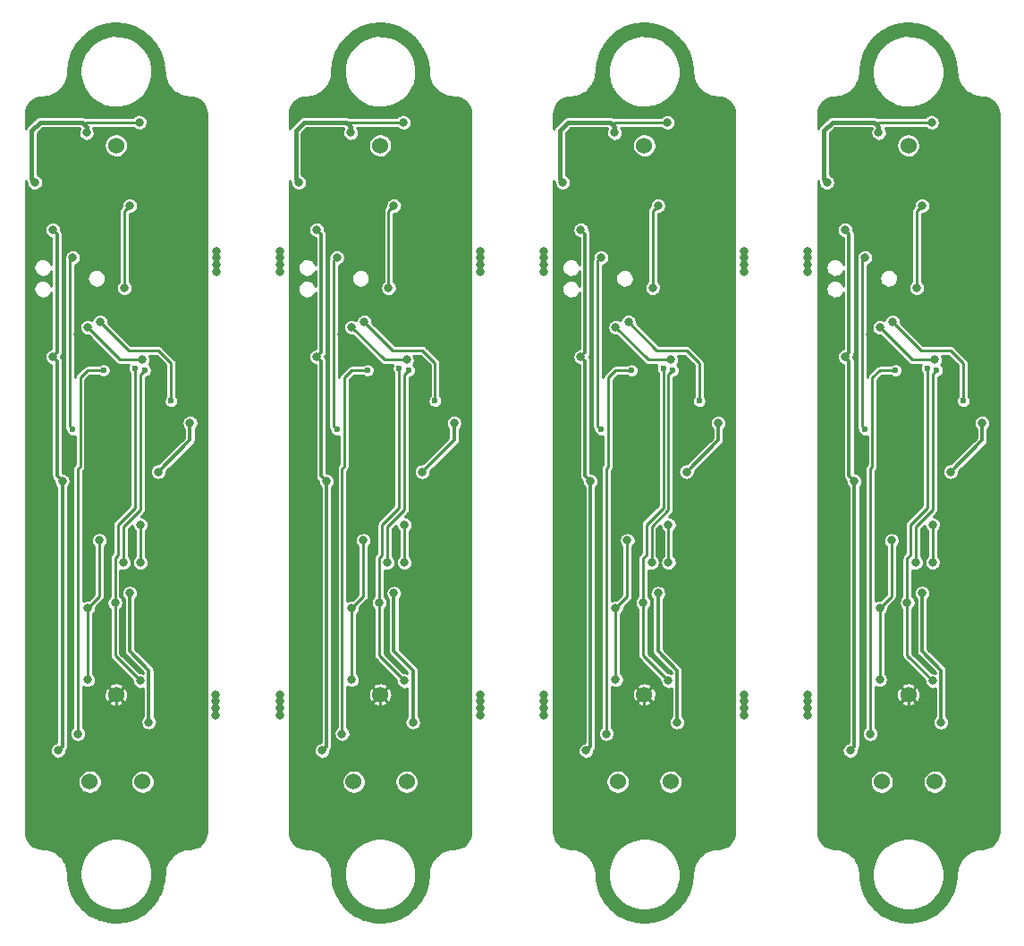
<source format=gbl>
G04 #@! TF.GenerationSoftware,KiCad,Pcbnew,no-vcs-found-835c19f~60~ubuntu16.04.1*
G04 #@! TF.CreationDate,2017-10-18T23:44:36+01:00*
G04 #@! TF.ProjectId,panel_altimeter,70616E656C5F616C74696D657465722E,rev?*
G04 #@! TF.SameCoordinates,Original*
G04 #@! TF.FileFunction,Copper,L2,Bot,Signal*
G04 #@! TF.FilePolarity,Positive*
%FSLAX46Y46*%
G04 Gerber Fmt 4.6, Leading zero omitted, Abs format (unit mm)*
G04 Created by KiCad (PCBNEW no-vcs-found-835c19f~60~ubuntu16.04.1) date Wed Oct 18 23:44:36 2017*
%MOMM*%
%LPD*%
G01*
G04 APERTURE LIST*
%ADD10C,1.524000*%
%ADD11C,0.600000*%
%ADD12C,0.800000*%
%ADD13C,0.250000*%
%ADD14C,0.300000*%
%ADD15C,0.400000*%
G04 APERTURE END LIST*
D10*
X107000000Y-91000000D03*
X107000000Y-39000000D03*
X109500000Y-99250000D03*
X104500000Y-99250000D03*
D11*
X110300000Y-67500000D03*
X110300000Y-65000000D03*
X110300000Y-62500000D03*
X107800000Y-67500000D03*
X107800000Y-65000000D03*
X107800000Y-62500000D03*
X105300000Y-67500000D03*
X105300000Y-65000000D03*
X105300000Y-62500000D03*
D10*
X82000000Y-39000000D03*
X82000000Y-91000000D03*
X79500000Y-99250000D03*
X84500000Y-99250000D03*
D11*
X80300000Y-62500000D03*
X80300000Y-65000000D03*
X80300000Y-67500000D03*
X82800000Y-62500000D03*
X82800000Y-65000000D03*
X82800000Y-67500000D03*
X85300000Y-62500000D03*
X85300000Y-65000000D03*
X85300000Y-67500000D03*
D10*
X59500000Y-99250000D03*
X54500000Y-99250000D03*
D11*
X60300000Y-67500000D03*
X60300000Y-65000000D03*
X60300000Y-62500000D03*
X57800000Y-67500000D03*
X57800000Y-65000000D03*
X57800000Y-62500000D03*
X55300000Y-67500000D03*
X55300000Y-65000000D03*
X55300000Y-62500000D03*
D10*
X57000000Y-91000000D03*
X57000000Y-39000000D03*
X32000000Y-39000000D03*
X32000000Y-91000000D03*
D11*
X30300000Y-62500000D03*
X30300000Y-65000000D03*
X30300000Y-67500000D03*
X32800000Y-62500000D03*
X32800000Y-65000000D03*
X32800000Y-67500000D03*
X35300000Y-62500000D03*
X35300000Y-65000000D03*
X35300000Y-67500000D03*
D10*
X29500000Y-99250000D03*
X34500000Y-99250000D03*
D12*
X97500000Y-91600000D03*
X97500000Y-93000000D03*
X97500000Y-92300000D03*
X97500000Y-91000000D03*
X91500000Y-93000000D03*
X91500000Y-92300000D03*
X91500000Y-91600000D03*
X91500000Y-91000000D03*
X97500000Y-49600000D03*
X97500000Y-51000000D03*
X97500000Y-50300000D03*
X97500000Y-49000000D03*
X91500000Y-51000000D03*
X91500000Y-49600000D03*
X91500000Y-49000000D03*
X91500000Y-50300000D03*
X72500000Y-50300000D03*
X72500000Y-49000000D03*
X72500000Y-51000000D03*
X72500000Y-49600000D03*
X66500000Y-49000000D03*
X66500000Y-50300000D03*
X66500000Y-51000000D03*
X66500000Y-49600000D03*
X72500000Y-92300000D03*
X72500000Y-93000000D03*
X72500000Y-91000000D03*
X72500000Y-91600000D03*
X66500000Y-91600000D03*
X66500000Y-92300000D03*
X66500000Y-91000000D03*
X66500000Y-93000000D03*
X41400000Y-91000000D03*
X41400000Y-92300000D03*
X41400000Y-93000000D03*
X41400000Y-91600000D03*
X47500000Y-91600000D03*
X47500000Y-93000000D03*
X47500000Y-91000000D03*
X47500000Y-92300000D03*
X47500000Y-49000000D03*
X47500000Y-51000000D03*
X47500000Y-50300000D03*
X47500000Y-49600000D03*
X41500000Y-51000000D03*
X41500000Y-50300000D03*
X41500000Y-49600000D03*
X41500000Y-49000000D03*
D11*
X101200000Y-41000000D03*
D12*
X100100000Y-38700000D03*
X104300000Y-79600000D03*
D11*
X100375000Y-64275000D03*
D12*
X113565000Y-87835000D03*
X110750000Y-101050000D03*
X113600000Y-77400000D03*
X100200000Y-48600000D03*
X100000000Y-69400000D03*
X99300000Y-56900000D03*
X114800000Y-97100000D03*
X114300000Y-46900000D03*
X112200000Y-43600000D03*
D11*
X99225000Y-65725000D03*
D12*
X110500000Y-49700000D03*
X111100000Y-55300000D03*
X111100000Y-54500000D03*
X104200000Y-58100000D03*
X110500000Y-51000000D03*
X103400000Y-56900000D03*
X99400000Y-68100000D03*
X100500000Y-68200000D03*
X99300000Y-54500000D03*
X115000000Y-55000000D03*
X105800000Y-43800000D03*
X99300000Y-76200000D03*
X99350000Y-60050000D03*
X110200000Y-73100000D03*
X114300000Y-61000000D03*
X115100000Y-63800000D03*
X115100000Y-62200000D03*
X102500000Y-45600000D03*
X107000000Y-93500000D03*
X112300000Y-39800000D03*
X104200000Y-45100000D03*
D11*
X76200000Y-41000000D03*
D12*
X75100000Y-38700000D03*
X79300000Y-79600000D03*
D11*
X75375000Y-64275000D03*
D12*
X88565000Y-87835000D03*
X85750000Y-101050000D03*
X88600000Y-77400000D03*
X75200000Y-48600000D03*
X75000000Y-69400000D03*
X74300000Y-56900000D03*
X89800000Y-97100000D03*
X89300000Y-46900000D03*
X87200000Y-43600000D03*
D11*
X74225000Y-65725000D03*
D12*
X85500000Y-49700000D03*
X86100000Y-55300000D03*
X86100000Y-54500000D03*
X79200000Y-58100000D03*
X85500000Y-51000000D03*
X78400000Y-56900000D03*
X74400000Y-68100000D03*
X75500000Y-68200000D03*
X74300000Y-54500000D03*
X90000000Y-55000000D03*
X80800000Y-43800000D03*
X74300000Y-76200000D03*
X74350000Y-60050000D03*
X85200000Y-73100000D03*
X89300000Y-61000000D03*
X90100000Y-63800000D03*
X90100000Y-62200000D03*
X77500000Y-45600000D03*
X82000000Y-93500000D03*
X79200000Y-45100000D03*
X87300000Y-39800000D03*
D11*
X51200000Y-41000000D03*
D12*
X50100000Y-38700000D03*
X54300000Y-79600000D03*
D11*
X50375000Y-64275000D03*
D12*
X63565000Y-87835000D03*
X60750000Y-101050000D03*
X63600000Y-77400000D03*
X50200000Y-48600000D03*
X50000000Y-69400000D03*
D11*
X49225000Y-65725000D03*
D12*
X60500000Y-49700000D03*
X61100000Y-55300000D03*
X61100000Y-54500000D03*
X54200000Y-58100000D03*
X53400000Y-56900000D03*
X49400000Y-68100000D03*
X50500000Y-68200000D03*
X49350000Y-60050000D03*
X60200000Y-73100000D03*
X64300000Y-61000000D03*
X65100000Y-63800000D03*
X65100000Y-62200000D03*
X54200000Y-45100000D03*
X62300000Y-39800000D03*
X62200000Y-43600000D03*
X55800000Y-43800000D03*
X60500000Y-51000000D03*
X65000000Y-55000000D03*
X64300000Y-46900000D03*
X49300000Y-56900000D03*
X49300000Y-54500000D03*
X49300000Y-76200000D03*
X52500000Y-45600000D03*
X64800000Y-97100000D03*
X57000000Y-93500000D03*
X24300000Y-54500000D03*
X24300000Y-56900000D03*
X32000000Y-93500000D03*
X39800000Y-97100000D03*
X24300000Y-76200000D03*
X39300000Y-46900000D03*
X40000000Y-55000000D03*
X35500000Y-51000000D03*
X30800000Y-43800000D03*
X37200000Y-43600000D03*
X37300000Y-39800000D03*
X27500000Y-45600000D03*
X29200000Y-45100000D03*
X25200000Y-48600000D03*
X38600000Y-77400000D03*
X35750000Y-101050000D03*
X38565000Y-87835000D03*
X40100000Y-62200000D03*
X40100000Y-63800000D03*
X39300000Y-61000000D03*
X35200000Y-73100000D03*
X24350000Y-60050000D03*
X25500000Y-68200000D03*
X25000000Y-69400000D03*
X24400000Y-68100000D03*
X28400000Y-56900000D03*
X29200000Y-58100000D03*
X36100000Y-54500000D03*
X36100000Y-55300000D03*
X35500000Y-49700000D03*
D11*
X24225000Y-65725000D03*
X25375000Y-64275000D03*
D12*
X29300000Y-79600000D03*
X25100000Y-38700000D03*
D11*
X26200000Y-41000000D03*
D12*
X101900000Y-70800000D03*
X104200000Y-37800000D03*
X108300000Y-81400000D03*
X101000000Y-59000000D03*
X110100000Y-93600000D03*
X111000000Y-69900000D03*
X99300000Y-42500000D03*
X109200000Y-36800000D03*
X101500000Y-96300000D03*
X114000000Y-65300000D03*
X101000000Y-47000000D03*
X76900000Y-70800000D03*
X79200000Y-37800000D03*
X83300000Y-81400000D03*
X76000000Y-59000000D03*
X85100000Y-93600000D03*
X86000000Y-69900000D03*
X74300000Y-42500000D03*
X84200000Y-36800000D03*
X76500000Y-96300000D03*
X89000000Y-65300000D03*
X76000000Y-47000000D03*
X64000000Y-65300000D03*
X60100000Y-93600000D03*
X61000000Y-69900000D03*
X54200000Y-37800000D03*
X58300000Y-81400000D03*
X51500000Y-96300000D03*
X51000000Y-47000000D03*
X51000000Y-59000000D03*
X51900000Y-70800000D03*
X49300000Y-42500000D03*
X59200000Y-36800000D03*
X39000000Y-65300000D03*
X36000000Y-69900000D03*
X35100000Y-93600000D03*
X26500000Y-96300000D03*
X26900000Y-70800000D03*
X26000000Y-59000000D03*
X26000000Y-47000000D03*
X33300000Y-81400000D03*
X34200000Y-36800000D03*
X24300000Y-42500000D03*
X29200000Y-37800000D03*
D11*
X102900000Y-65900000D03*
D12*
X102900000Y-49600000D03*
D11*
X77900000Y-65900000D03*
D12*
X77900000Y-49600000D03*
X52900000Y-49600000D03*
D11*
X52900000Y-65900000D03*
X27900000Y-65900000D03*
D12*
X27900000Y-49600000D03*
X105400000Y-76400000D03*
X104300000Y-89600000D03*
X104300000Y-82800000D03*
X80400000Y-76400000D03*
X79300000Y-89600000D03*
X79300000Y-82800000D03*
X55400000Y-76400000D03*
X54300000Y-89600000D03*
X54300000Y-82800000D03*
X29300000Y-82800000D03*
X29300000Y-89600000D03*
X30400000Y-76400000D03*
X109300000Y-78500000D03*
X109300000Y-74900000D03*
X84300000Y-78500000D03*
X84300000Y-74900000D03*
X59300000Y-78500000D03*
X59300000Y-74900000D03*
X34300000Y-78500000D03*
X34300000Y-74900000D03*
D11*
X112200000Y-63200000D03*
D12*
X105500000Y-55700000D03*
D11*
X87200000Y-63200000D03*
D12*
X80500000Y-55700000D03*
D11*
X62200000Y-63200000D03*
D12*
X55500000Y-55700000D03*
D11*
X37200000Y-63200000D03*
D12*
X30500000Y-55700000D03*
X104300000Y-56200000D03*
X109500000Y-59300000D03*
X79300000Y-56200000D03*
X84500000Y-59300000D03*
X54300000Y-56200000D03*
X59500000Y-59300000D03*
X34500000Y-59300000D03*
X29300000Y-56200000D03*
D11*
X109700000Y-60300000D03*
D12*
X107700000Y-78500000D03*
D11*
X84700000Y-60300000D03*
D12*
X82700000Y-78500000D03*
D11*
X59700000Y-60300000D03*
D12*
X57700000Y-78500000D03*
X32700000Y-78500000D03*
D11*
X34700000Y-60300000D03*
X108800000Y-60100000D03*
D12*
X106900000Y-82300000D03*
X109300000Y-89700000D03*
D11*
X83800000Y-60100000D03*
D12*
X81900000Y-82300000D03*
X84300000Y-89700000D03*
X56900000Y-82300000D03*
X59300000Y-89700000D03*
D11*
X58800000Y-60100000D03*
D12*
X34300000Y-89700000D03*
X31900000Y-82300000D03*
D11*
X33800000Y-60100000D03*
D12*
X108300000Y-44700000D03*
X107800000Y-52500000D03*
X83300000Y-44700000D03*
X82800000Y-52500000D03*
X57800000Y-52500000D03*
X58300000Y-44700000D03*
X33300000Y-44700000D03*
X32800000Y-52500000D03*
X103400000Y-94700000D03*
D11*
X105800000Y-60300000D03*
D12*
X78400000Y-94700000D03*
D11*
X80800000Y-60300000D03*
D12*
X53400000Y-94700000D03*
D11*
X55800000Y-60300000D03*
D12*
X28400000Y-94700000D03*
D11*
X30800000Y-60300000D03*
D13*
X107000000Y-91000000D02*
X107000000Y-93500000D01*
D14*
X99350000Y-56950000D02*
X99300000Y-56900000D01*
X99350000Y-60050000D02*
X99350000Y-56950000D01*
X99300000Y-56900000D02*
X99300000Y-54500000D01*
D13*
X82000000Y-91000000D02*
X82000000Y-93500000D01*
D14*
X74350000Y-56950000D02*
X74300000Y-56900000D01*
X74350000Y-60050000D02*
X74350000Y-56950000D01*
X74300000Y-56900000D02*
X74300000Y-54500000D01*
X49350000Y-56950000D02*
X49300000Y-56900000D01*
X49350000Y-60050000D02*
X49350000Y-56950000D01*
X49300000Y-56900000D02*
X49300000Y-54500000D01*
D13*
X57000000Y-91000000D02*
X57000000Y-93500000D01*
D14*
X24300000Y-56900000D02*
X24300000Y-54500000D01*
X24350000Y-60050000D02*
X24350000Y-56950000D01*
X24350000Y-56950000D02*
X24300000Y-56900000D01*
D13*
X32000000Y-91000000D02*
X32000000Y-93500000D01*
D14*
X101400000Y-60200000D02*
X101400000Y-70300000D01*
X101400000Y-70300000D02*
X101900000Y-70800000D01*
D15*
X104200000Y-37234315D02*
X104000000Y-37034315D01*
X104200000Y-37800000D02*
X104200000Y-37234315D01*
X103765685Y-36800000D02*
X99800000Y-36800000D01*
D14*
X101900000Y-95900000D02*
X101500000Y-96300000D01*
X110100000Y-93600000D02*
X110100000Y-88700000D01*
X110100000Y-88700000D02*
X108300000Y-86900000D01*
X108300000Y-86900000D02*
X108300000Y-81400000D01*
X101400000Y-59400000D02*
X101400000Y-60000000D01*
X101400000Y-60200000D02*
X101400000Y-60000000D01*
X101400000Y-58600000D02*
X101000000Y-59000000D01*
X101400000Y-47400000D02*
X101400000Y-58600000D01*
X101000000Y-47000000D02*
X101400000Y-47400000D01*
D13*
X109200000Y-36800000D02*
X104234315Y-36800000D01*
D14*
X101900000Y-70800000D02*
X101900000Y-95900000D01*
X111000000Y-69900000D02*
X114000000Y-66900000D01*
X114000000Y-66900000D02*
X114000000Y-65300000D01*
X101000000Y-59000000D02*
X101400000Y-59400000D01*
D15*
X99000000Y-37600000D02*
X99000000Y-42200000D01*
X104000000Y-37034315D02*
X103765685Y-36800000D01*
D13*
X104234315Y-36800000D02*
X104000000Y-37034315D01*
D15*
X99800000Y-36800000D02*
X99000000Y-37600000D01*
X99000000Y-42200000D02*
X99300000Y-42500000D01*
D14*
X76400000Y-60200000D02*
X76400000Y-70300000D01*
X76400000Y-70300000D02*
X76900000Y-70800000D01*
D15*
X79200000Y-37234315D02*
X79000000Y-37034315D01*
X79200000Y-37800000D02*
X79200000Y-37234315D01*
X78765685Y-36800000D02*
X74800000Y-36800000D01*
D14*
X76900000Y-95900000D02*
X76500000Y-96300000D01*
X85100000Y-93600000D02*
X85100000Y-88700000D01*
X85100000Y-88700000D02*
X83300000Y-86900000D01*
X83300000Y-86900000D02*
X83300000Y-81400000D01*
X76400000Y-59400000D02*
X76400000Y-60000000D01*
X76400000Y-60200000D02*
X76400000Y-60000000D01*
X76400000Y-58600000D02*
X76000000Y-59000000D01*
X76400000Y-47400000D02*
X76400000Y-58600000D01*
X76000000Y-47000000D02*
X76400000Y-47400000D01*
D13*
X84200000Y-36800000D02*
X79234315Y-36800000D01*
D14*
X76900000Y-70800000D02*
X76900000Y-95900000D01*
X86000000Y-69900000D02*
X89000000Y-66900000D01*
X89000000Y-66900000D02*
X89000000Y-65300000D01*
X76000000Y-59000000D02*
X76400000Y-59400000D01*
D15*
X74000000Y-37600000D02*
X74000000Y-42200000D01*
X79000000Y-37034315D02*
X78765685Y-36800000D01*
D13*
X79234315Y-36800000D02*
X79000000Y-37034315D01*
D15*
X74800000Y-36800000D02*
X74000000Y-37600000D01*
X74000000Y-42200000D02*
X74300000Y-42500000D01*
D14*
X61000000Y-69900000D02*
X64000000Y-66900000D01*
X64000000Y-66900000D02*
X64000000Y-65300000D01*
X51900000Y-95900000D02*
X51500000Y-96300000D01*
X60100000Y-93600000D02*
X60100000Y-88700000D01*
X60100000Y-88700000D02*
X58300000Y-86900000D01*
X58300000Y-86900000D02*
X58300000Y-81400000D01*
X51400000Y-59400000D02*
X51400000Y-60000000D01*
X51400000Y-60200000D02*
X51400000Y-60000000D01*
X51400000Y-58600000D02*
X51000000Y-59000000D01*
X51400000Y-47400000D02*
X51400000Y-58600000D01*
X51000000Y-47000000D02*
X51400000Y-47400000D01*
X51000000Y-59000000D02*
X51400000Y-59400000D01*
D15*
X54200000Y-37800000D02*
X54200000Y-37234315D01*
X53765685Y-36800000D02*
X49800000Y-36800000D01*
X49800000Y-36800000D02*
X49000000Y-37600000D01*
D14*
X51900000Y-70800000D02*
X51900000Y-95900000D01*
X51400000Y-60200000D02*
X51400000Y-70300000D01*
X51400000Y-70300000D02*
X51900000Y-70800000D01*
D15*
X49000000Y-37600000D02*
X49000000Y-42200000D01*
X49000000Y-42200000D02*
X49300000Y-42500000D01*
D13*
X54234315Y-36800000D02*
X54000000Y-37034315D01*
X59200000Y-36800000D02*
X54234315Y-36800000D01*
D15*
X54000000Y-37034315D02*
X53765685Y-36800000D01*
X54200000Y-37234315D02*
X54000000Y-37034315D01*
D14*
X26000000Y-47000000D02*
X26400000Y-47400000D01*
X26400000Y-47400000D02*
X26400000Y-58600000D01*
X26400000Y-58600000D02*
X26000000Y-59000000D01*
X26400000Y-60200000D02*
X26400000Y-60000000D01*
X26400000Y-59400000D02*
X26400000Y-60000000D01*
X26000000Y-59000000D02*
X26400000Y-59400000D01*
X39000000Y-66900000D02*
X39000000Y-65300000D01*
X36000000Y-69900000D02*
X39000000Y-66900000D01*
X33300000Y-86900000D02*
X33300000Y-81400000D01*
X35100000Y-88700000D02*
X33300000Y-86900000D01*
X35100000Y-93600000D02*
X35100000Y-88700000D01*
X26900000Y-95900000D02*
X26500000Y-96300000D01*
X26900000Y-70800000D02*
X26900000Y-95900000D01*
X26400000Y-70300000D02*
X26900000Y-70800000D01*
X26400000Y-60200000D02*
X26400000Y-70300000D01*
D15*
X29200000Y-37234315D02*
X29000000Y-37034315D01*
X29000000Y-37034315D02*
X28765685Y-36800000D01*
D13*
X34200000Y-36800000D02*
X29234315Y-36800000D01*
X29234315Y-36800000D02*
X29000000Y-37034315D01*
D15*
X24000000Y-42200000D02*
X24300000Y-42500000D01*
X24000000Y-37600000D02*
X24000000Y-42200000D01*
X24800000Y-36800000D02*
X24000000Y-37600000D01*
X28765685Y-36800000D02*
X24800000Y-36800000D01*
X29200000Y-37800000D02*
X29200000Y-37234315D01*
D13*
X102900000Y-49600000D02*
X102600000Y-49900000D01*
X102600000Y-50100000D02*
X102600000Y-65600000D01*
X102600000Y-65600000D02*
X102900000Y-65900000D01*
X102600000Y-49900000D02*
X102600000Y-50100000D01*
X77900000Y-49600000D02*
X77600000Y-49900000D01*
X77600000Y-50100000D02*
X77600000Y-65600000D01*
X77600000Y-65600000D02*
X77900000Y-65900000D01*
X77600000Y-49900000D02*
X77600000Y-50100000D01*
X52600000Y-65600000D02*
X52900000Y-65900000D01*
X52600000Y-49900000D02*
X52600000Y-50100000D01*
X52900000Y-49600000D02*
X52600000Y-49900000D01*
X52600000Y-50100000D02*
X52600000Y-65600000D01*
X27600000Y-50100000D02*
X27600000Y-65600000D01*
X27900000Y-49600000D02*
X27600000Y-49900000D01*
X27600000Y-49900000D02*
X27600000Y-50100000D01*
X27600000Y-65600000D02*
X27900000Y-65900000D01*
X105400000Y-79700000D02*
X105400000Y-76400000D01*
X104300000Y-89600000D02*
X104300000Y-83400000D01*
X104300000Y-83400000D02*
X104300000Y-82800000D01*
X104300000Y-82800000D02*
X105400000Y-81700000D01*
X105400000Y-81700000D02*
X105400000Y-79700000D01*
X80400000Y-79700000D02*
X80400000Y-76400000D01*
X79300000Y-89600000D02*
X79300000Y-83400000D01*
X79300000Y-83400000D02*
X79300000Y-82800000D01*
X79300000Y-82800000D02*
X80400000Y-81700000D01*
X80400000Y-81700000D02*
X80400000Y-79700000D01*
X55400000Y-79700000D02*
X55400000Y-76400000D01*
X54300000Y-89600000D02*
X54300000Y-83400000D01*
X54300000Y-83400000D02*
X54300000Y-82800000D01*
X54300000Y-82800000D02*
X55400000Y-81700000D01*
X55400000Y-81700000D02*
X55400000Y-79700000D01*
X30400000Y-81700000D02*
X30400000Y-79700000D01*
X29300000Y-82800000D02*
X30400000Y-81700000D01*
X29300000Y-83400000D02*
X29300000Y-82800000D01*
X29300000Y-89600000D02*
X29300000Y-83400000D01*
X30400000Y-79700000D02*
X30400000Y-76400000D01*
X109300000Y-74900000D02*
X109300000Y-77800000D01*
X109300000Y-77800000D02*
X109300000Y-78500000D01*
X84300000Y-74900000D02*
X84300000Y-77800000D01*
X84300000Y-77800000D02*
X84300000Y-78500000D01*
X59300000Y-74900000D02*
X59300000Y-77800000D01*
X59300000Y-77800000D02*
X59300000Y-78500000D01*
X34300000Y-77800000D02*
X34300000Y-78500000D01*
X34300000Y-74900000D02*
X34300000Y-77800000D01*
X105500000Y-55700000D02*
X108200000Y-58400000D01*
X108200000Y-58400000D02*
X111000000Y-58400000D01*
X112200000Y-59600000D02*
X111000000Y-58400000D01*
X112200000Y-63200000D02*
X112200000Y-59600000D01*
X80500000Y-55700000D02*
X83200000Y-58400000D01*
X83200000Y-58400000D02*
X86000000Y-58400000D01*
X87200000Y-59600000D02*
X86000000Y-58400000D01*
X87200000Y-63200000D02*
X87200000Y-59600000D01*
X55500000Y-55700000D02*
X58200000Y-58400000D01*
X58200000Y-58400000D02*
X61000000Y-58400000D01*
X62200000Y-59600000D02*
X61000000Y-58400000D01*
X62200000Y-63200000D02*
X62200000Y-59600000D01*
X37200000Y-63200000D02*
X37200000Y-59600000D01*
X37200000Y-59600000D02*
X36000000Y-58400000D01*
X33200000Y-58400000D02*
X36000000Y-58400000D01*
X30500000Y-55700000D02*
X33200000Y-58400000D01*
X104300000Y-56200000D02*
X107400000Y-59300000D01*
X107400000Y-59300000D02*
X109500000Y-59300000D01*
X79300000Y-56200000D02*
X82400000Y-59300000D01*
X82400000Y-59300000D02*
X84500000Y-59300000D01*
X54300000Y-56200000D02*
X57400000Y-59300000D01*
X57400000Y-59300000D02*
X59500000Y-59300000D01*
X32400000Y-59300000D02*
X34500000Y-59300000D01*
X29300000Y-56200000D02*
X32400000Y-59300000D01*
X109700000Y-60300000D02*
X109300000Y-60700000D01*
X107700000Y-75100000D02*
X107700000Y-78500000D01*
X109300000Y-73500000D02*
X107700000Y-75100000D01*
X109300000Y-60700000D02*
X109300000Y-73500000D01*
X84700000Y-60300000D02*
X84300000Y-60700000D01*
X82700000Y-75100000D02*
X82700000Y-78500000D01*
X84300000Y-73500000D02*
X82700000Y-75100000D01*
X84300000Y-60700000D02*
X84300000Y-73500000D01*
X57700000Y-75100000D02*
X57700000Y-78500000D01*
X59300000Y-73500000D02*
X57700000Y-75100000D01*
X59300000Y-60700000D02*
X59300000Y-73500000D01*
X59700000Y-60300000D02*
X59300000Y-60700000D01*
X34700000Y-60300000D02*
X34300000Y-60700000D01*
X34300000Y-60700000D02*
X34300000Y-73500000D01*
X34300000Y-73500000D02*
X32700000Y-75100000D01*
X32700000Y-75100000D02*
X32700000Y-78500000D01*
X109300000Y-89700000D02*
X106900000Y-87300000D01*
X108800000Y-69600000D02*
X108800000Y-73300000D01*
X108800000Y-73300000D02*
X107200000Y-74900000D01*
X107200000Y-74900000D02*
X107200000Y-77800000D01*
X107200000Y-77800000D02*
X106900000Y-78100000D01*
X106900000Y-78100000D02*
X106900000Y-79000000D01*
X106900000Y-79000000D02*
X106900000Y-82300000D01*
X108800000Y-60100000D02*
X108800000Y-69600000D01*
X106900000Y-82300000D02*
X106900000Y-87300000D01*
X84300000Y-89700000D02*
X81900000Y-87300000D01*
X83800000Y-69600000D02*
X83800000Y-73300000D01*
X83800000Y-73300000D02*
X82200000Y-74900000D01*
X82200000Y-74900000D02*
X82200000Y-77800000D01*
X82200000Y-77800000D02*
X81900000Y-78100000D01*
X81900000Y-78100000D02*
X81900000Y-79000000D01*
X81900000Y-79000000D02*
X81900000Y-82300000D01*
X83800000Y-60100000D02*
X83800000Y-69600000D01*
X81900000Y-82300000D02*
X81900000Y-87300000D01*
X56900000Y-82300000D02*
X56900000Y-87300000D01*
X58800000Y-60100000D02*
X58800000Y-69600000D01*
X58800000Y-69600000D02*
X58800000Y-73300000D01*
X58800000Y-73300000D02*
X57200000Y-74900000D01*
X57200000Y-74900000D02*
X57200000Y-77800000D01*
X57200000Y-77800000D02*
X56900000Y-78100000D01*
X56900000Y-78100000D02*
X56900000Y-79000000D01*
X56900000Y-79000000D02*
X56900000Y-82300000D01*
X59300000Y-89700000D02*
X56900000Y-87300000D01*
X31900000Y-82300000D02*
X31900000Y-87300000D01*
X34300000Y-89700000D02*
X31900000Y-87300000D01*
X31900000Y-79000000D02*
X31900000Y-82300000D01*
X31900000Y-78100000D02*
X31900000Y-79000000D01*
X32200000Y-77800000D02*
X31900000Y-78100000D01*
X32200000Y-74900000D02*
X32200000Y-77800000D01*
X33800000Y-73300000D02*
X32200000Y-74900000D01*
X33800000Y-69600000D02*
X33800000Y-73300000D01*
X33800000Y-60100000D02*
X33800000Y-69600000D01*
X107800000Y-52500000D02*
X107800000Y-45200000D01*
X107800000Y-45200000D02*
X108300000Y-44700000D01*
X82800000Y-52500000D02*
X82800000Y-45200000D01*
X82800000Y-45200000D02*
X83300000Y-44700000D01*
X57800000Y-52500000D02*
X57800000Y-45200000D01*
X57800000Y-45200000D02*
X58300000Y-44700000D01*
X32800000Y-45200000D02*
X33300000Y-44700000D01*
X32800000Y-52500000D02*
X32800000Y-45200000D01*
X103400000Y-94700000D02*
X103400000Y-69600000D01*
X105800000Y-60300000D02*
X104300000Y-60300000D01*
X103400000Y-69600000D02*
X103600000Y-69400000D01*
X104300000Y-60300000D02*
X103600000Y-61000000D01*
X103600000Y-61000000D02*
X103600000Y-69400000D01*
X78400000Y-94700000D02*
X78400000Y-69600000D01*
X80800000Y-60300000D02*
X79300000Y-60300000D01*
X78400000Y-69600000D02*
X78600000Y-69400000D01*
X79300000Y-60300000D02*
X78600000Y-61000000D01*
X78600000Y-61000000D02*
X78600000Y-69400000D01*
X53400000Y-94700000D02*
X53400000Y-69600000D01*
X55800000Y-60300000D02*
X54300000Y-60300000D01*
X54300000Y-60300000D02*
X53600000Y-61000000D01*
X53600000Y-61000000D02*
X53600000Y-69400000D01*
X53400000Y-69600000D02*
X53600000Y-69400000D01*
X28400000Y-94700000D02*
X28400000Y-69600000D01*
X28400000Y-69600000D02*
X28600000Y-69400000D01*
X28600000Y-61000000D02*
X28600000Y-69400000D01*
X29300000Y-60300000D02*
X28600000Y-61000000D01*
X30800000Y-60300000D02*
X29300000Y-60300000D01*
X31968251Y-27452269D02*
X31968251Y-27452269D01*
X33385812Y-27689769D02*
X30618004Y-27689769D01*
X33979010Y-27927269D02*
X30016153Y-27927269D01*
X34433307Y-28164769D02*
X29576907Y-28164769D01*
X34748608Y-28402269D02*
X29248240Y-28402269D01*
X31335929Y-28639769D02*
X28961152Y-28639769D01*
X35043998Y-28639769D02*
X32664159Y-28639769D01*
X30585715Y-28877269D02*
X28706241Y-28877269D01*
X35288169Y-28877269D02*
X33410050Y-28877269D01*
X30153842Y-29114769D02*
X28512541Y-29114769D01*
X35487455Y-29114769D02*
X33847631Y-29114769D01*
X29808353Y-29352269D02*
X28318841Y-29352269D01*
X35686741Y-29352269D02*
X34197759Y-29352269D01*
X29565826Y-29589769D02*
X28155375Y-29589769D01*
X35839977Y-29589769D02*
X34433606Y-29589769D01*
X29336578Y-29827269D02*
X28029094Y-29827269D01*
X35970544Y-29827269D02*
X34668651Y-29827269D01*
X29173959Y-30064769D02*
X27902813Y-30064769D01*
X36101112Y-30064769D02*
X34826446Y-30064769D01*
X29011339Y-30302269D02*
X27784648Y-30302269D01*
X36209854Y-30302269D02*
X34984240Y-30302269D01*
X28899368Y-30539769D02*
X27712942Y-30539769D01*
X36285194Y-30539769D02*
X35102816Y-30539769D01*
X28797576Y-30777269D02*
X27641236Y-30777269D01*
X36360533Y-30777269D02*
X35200707Y-30777269D01*
X28707751Y-31014769D02*
X27569531Y-31014769D01*
X36435872Y-31014769D02*
X35296564Y-31014769D01*
X28657269Y-31252269D02*
X27525472Y-31252269D01*
X36470649Y-31252269D02*
X35343591Y-31252269D01*
X28606787Y-31489769D02*
X27502185Y-31489769D01*
X36497289Y-31489769D02*
X35390617Y-31489769D01*
X28578328Y-31727269D02*
X27478899Y-31727269D01*
X36523929Y-31727269D02*
X35424265Y-31727269D01*
X28575012Y-31964769D02*
X27455612Y-31964769D01*
X36549743Y-31964769D02*
X35420949Y-31964769D01*
X28571695Y-32202269D02*
X27432324Y-32202269D01*
X36567361Y-32202269D02*
X35417632Y-32202269D01*
X28598356Y-32439769D02*
X27408862Y-32439769D01*
X36592324Y-32439769D02*
X35412519Y-32439769D01*
X28641945Y-32677269D02*
X27344779Y-32677269D01*
X36654945Y-32677269D02*
X35358561Y-32677269D01*
X28685535Y-32914769D02*
X27270929Y-32914769D01*
X36729202Y-32914769D02*
X35304602Y-32914769D01*
X28772377Y-33152269D02*
X27151313Y-33152269D01*
X36848677Y-33152269D02*
X35236266Y-33152269D01*
X28866410Y-33389769D02*
X27015515Y-33389769D01*
X36984293Y-33389769D02*
X35130524Y-33389769D01*
X28973896Y-33627269D02*
X26822030Y-33627269D01*
X37178883Y-33627269D02*
X35024782Y-33627269D01*
X29126955Y-33864769D02*
X26574501Y-33864769D01*
X37425133Y-33864769D02*
X34876152Y-33864769D01*
X29280013Y-34102269D02*
X26242991Y-34102269D01*
X37755492Y-34102269D02*
X34708614Y-34102269D01*
X29497974Y-34339769D02*
X25694345Y-34339769D01*
X38306136Y-34339769D02*
X34509719Y-34339769D01*
X29727325Y-34577269D02*
X24392480Y-34577269D01*
X39605484Y-34577269D02*
X34260320Y-34577269D01*
X30048405Y-34814769D02*
X24016010Y-34814769D01*
X39984077Y-34814769D02*
X33956898Y-34814769D01*
X30430966Y-35052269D02*
X23785125Y-35052269D01*
X40215226Y-35052269D02*
X33582658Y-35052269D01*
X31012178Y-35289769D02*
X23632963Y-35289769D01*
X40367195Y-35289769D02*
X32990022Y-35289769D01*
X40466236Y-35527269D02*
X23533592Y-35527269D01*
X40524215Y-35764769D02*
X23475222Y-35764769D01*
X40549178Y-36002269D02*
X23451935Y-36002269D01*
X24675670Y-36239769D02*
X23450000Y-36239769D01*
X33664366Y-36239769D02*
X28892182Y-36239769D01*
X40550000Y-36239769D02*
X34735924Y-36239769D01*
X24309559Y-36477269D02*
X23450000Y-36477269D01*
X40550000Y-36477269D02*
X34905266Y-36477269D01*
X24072059Y-36714769D02*
X23450000Y-36714769D01*
X40550000Y-36714769D02*
X34973204Y-36714769D01*
X23834559Y-36952269D02*
X23450000Y-36952269D01*
X40550000Y-36952269D02*
X34960189Y-36952269D01*
X23597059Y-37189769D02*
X23450000Y-37189769D01*
X40550000Y-37189769D02*
X34873512Y-37189769D01*
X23454406Y-37427269D02*
X23450000Y-37427269D01*
X28516533Y-37427269D02*
X24985903Y-37427269D01*
X33744514Y-37427269D02*
X29882858Y-37427269D01*
X40550000Y-37427269D02*
X34658006Y-37427269D01*
X28436397Y-37664769D02*
X24748403Y-37664769D01*
X40550000Y-37664769D02*
X29963304Y-37664769D01*
X28430790Y-37902269D02*
X24575000Y-37902269D01*
X31686411Y-37902269D02*
X29971548Y-37902269D01*
X40550000Y-37902269D02*
X32307035Y-37902269D01*
X28500954Y-38139769D02*
X24575000Y-38139769D01*
X31253304Y-38139769D02*
X29897104Y-38139769D01*
X40550000Y-38139769D02*
X32748200Y-38139769D01*
X28680039Y-38377269D02*
X24575000Y-38377269D01*
X31048343Y-38377269D02*
X29717663Y-38377269D01*
X40550000Y-38377269D02*
X32951392Y-38377269D01*
X30928026Y-38614769D02*
X24575000Y-38614769D01*
X40550000Y-38614769D02*
X33071064Y-38614769D01*
X30868951Y-38852269D02*
X24575000Y-38852269D01*
X40550000Y-38852269D02*
X33129872Y-38852269D01*
X30861588Y-39089769D02*
X24575000Y-39089769D01*
X40550000Y-39089769D02*
X33134237Y-39089769D01*
X30906648Y-39327269D02*
X24575000Y-39327269D01*
X40550000Y-39327269D02*
X33091671Y-39327269D01*
X31011252Y-39564769D02*
X24575000Y-39564769D01*
X40550000Y-39564769D02*
X32993088Y-39564769D01*
X31194058Y-39802269D02*
X24575000Y-39802269D01*
X40550000Y-39802269D02*
X32806340Y-39802269D01*
X31539795Y-40039769D02*
X24575000Y-40039769D01*
X40550000Y-40039769D02*
X32463593Y-40039769D01*
X40550000Y-40277269D02*
X24575000Y-40277269D01*
X40550000Y-40514769D02*
X24575000Y-40514769D01*
X40550000Y-40752269D02*
X24575000Y-40752269D01*
X40550000Y-40989769D02*
X24575000Y-40989769D01*
X40550000Y-41227269D02*
X24575000Y-41227269D01*
X40550000Y-41464769D02*
X24575000Y-41464769D01*
X40550000Y-41702269D02*
X24575000Y-41702269D01*
X40550000Y-41939769D02*
X24835924Y-41939769D01*
X40550000Y-42177269D02*
X25005266Y-42177269D01*
X23466759Y-42414769D02*
X23450000Y-42414769D01*
X40550000Y-42414769D02*
X25073204Y-42414769D01*
X23539967Y-42652269D02*
X23450000Y-42652269D01*
X40550000Y-42652269D02*
X25060189Y-42652269D01*
X23629152Y-42889769D02*
X23450000Y-42889769D01*
X40550000Y-42889769D02*
X24973512Y-42889769D01*
X23844514Y-43127269D02*
X23450000Y-43127269D01*
X40550000Y-43127269D02*
X24758006Y-43127269D01*
X40550000Y-43364769D02*
X23450000Y-43364769D01*
X40550000Y-43602269D02*
X23450000Y-43602269D01*
X40550000Y-43839769D02*
X23450000Y-43839769D01*
X32836211Y-44077269D02*
X23450000Y-44077269D01*
X40550000Y-44077269D02*
X33762749Y-44077269D01*
X32624468Y-44314769D02*
X23450000Y-44314769D01*
X40550000Y-44314769D02*
X33974553Y-44314769D01*
X32539054Y-44552269D02*
X23450000Y-44552269D01*
X40550000Y-44552269D02*
X34060829Y-44552269D01*
X32503125Y-44789769D02*
X23450000Y-44789769D01*
X40550000Y-44789769D02*
X34072718Y-44789769D01*
X32332459Y-45027269D02*
X23450000Y-45027269D01*
X40550000Y-45027269D02*
X34002669Y-45027269D01*
X32300000Y-45264769D02*
X23450000Y-45264769D01*
X40550000Y-45264769D02*
X33830790Y-45264769D01*
X32300000Y-45502269D02*
X23450000Y-45502269D01*
X40550000Y-45502269D02*
X33300000Y-45502269D01*
X32300000Y-45739769D02*
X23450000Y-45739769D01*
X40550000Y-45739769D02*
X33300000Y-45739769D01*
X32300000Y-45977269D02*
X23450000Y-45977269D01*
X40550000Y-45977269D02*
X33300000Y-45977269D01*
X32300000Y-46214769D02*
X23450000Y-46214769D01*
X40550000Y-46214769D02*
X33300000Y-46214769D01*
X25451602Y-46452269D02*
X23450000Y-46452269D01*
X32300000Y-46452269D02*
X26548337Y-46452269D01*
X40550000Y-46452269D02*
X33300000Y-46452269D01*
X25289745Y-46689769D02*
X23450000Y-46689769D01*
X32300000Y-46689769D02*
X26710418Y-46689769D01*
X40550000Y-46689769D02*
X33300000Y-46689769D01*
X25225907Y-46927269D02*
X23450000Y-46927269D01*
X32300000Y-46927269D02*
X26774987Y-46927269D01*
X40550000Y-46927269D02*
X33300000Y-46927269D01*
X25242261Y-47164769D02*
X23450000Y-47164769D01*
X32300000Y-47164769D02*
X26866688Y-47164769D01*
X40550000Y-47164769D02*
X33300000Y-47164769D01*
X25337207Y-47402269D02*
X23450000Y-47402269D01*
X32300000Y-47402269D02*
X26925000Y-47402269D01*
X40550000Y-47402269D02*
X33300000Y-47402269D01*
X25562499Y-47639769D02*
X23450000Y-47639769D01*
X32300000Y-47639769D02*
X26925000Y-47639769D01*
X40550000Y-47639769D02*
X33300000Y-47639769D01*
X25875000Y-47877269D02*
X23450000Y-47877269D01*
X32300000Y-47877269D02*
X26925000Y-47877269D01*
X40550000Y-47877269D02*
X33300000Y-47877269D01*
X25875000Y-48114769D02*
X23450000Y-48114769D01*
X32300000Y-48114769D02*
X26925000Y-48114769D01*
X40550000Y-48114769D02*
X33300000Y-48114769D01*
X25875000Y-48352269D02*
X23450000Y-48352269D01*
X32300000Y-48352269D02*
X26925000Y-48352269D01*
X40550000Y-48352269D02*
X33300000Y-48352269D01*
X25875000Y-48589769D02*
X23450000Y-48589769D01*
X32300000Y-48589769D02*
X26925000Y-48589769D01*
X40550000Y-48589769D02*
X33300000Y-48589769D01*
X25875000Y-48827269D02*
X23450000Y-48827269D01*
X27814669Y-48827269D02*
X26925000Y-48827269D01*
X32300000Y-48827269D02*
X27989942Y-48827269D01*
X40550000Y-48827269D02*
X33300000Y-48827269D01*
X25875000Y-49064769D02*
X23450000Y-49064769D01*
X27338837Y-49064769D02*
X26925000Y-49064769D01*
X32300000Y-49064769D02*
X28460750Y-49064769D01*
X40550000Y-49064769D02*
X33300000Y-49064769D01*
X25875000Y-49302269D02*
X23450000Y-49302269D01*
X27184388Y-49302269D02*
X26925000Y-49302269D01*
X32300000Y-49302269D02*
X28615570Y-49302269D01*
X40550000Y-49302269D02*
X33300000Y-49302269D01*
X25875000Y-49539769D02*
X23450000Y-49539769D01*
X27125732Y-49539769D02*
X26925000Y-49539769D01*
X32300000Y-49539769D02*
X28674812Y-49539769D01*
X40550000Y-49539769D02*
X33300000Y-49539769D01*
X24708471Y-49777269D02*
X23450000Y-49777269D01*
X25875000Y-49777269D02*
X25410829Y-49777269D01*
X27116882Y-49777269D02*
X26925000Y-49777269D01*
X32300000Y-49777269D02*
X28654509Y-49777269D01*
X40550000Y-49777269D02*
X33300000Y-49777269D01*
X24385832Y-50014769D02*
X23450000Y-50014769D01*
X25875000Y-50014769D02*
X25732889Y-50014769D01*
X27100000Y-50014769D02*
X26925000Y-50014769D01*
X32300000Y-50014769D02*
X28555877Y-50014769D01*
X40550000Y-50014769D02*
X33300000Y-50014769D01*
X24248014Y-50252269D02*
X23450000Y-50252269D01*
X25875000Y-50252269D02*
X25871783Y-50252269D01*
X27100000Y-50252269D02*
X26925000Y-50252269D01*
X32300000Y-50252269D02*
X28318613Y-50252269D01*
X40550000Y-50252269D02*
X33300000Y-50252269D01*
X24186123Y-50489769D02*
X23450000Y-50489769D01*
X27100000Y-50489769D02*
X26925000Y-50489769D01*
X32300000Y-50489769D02*
X28100000Y-50489769D01*
X40550000Y-50489769D02*
X33300000Y-50489769D01*
X24197559Y-50727269D02*
X23450000Y-50727269D01*
X27100000Y-50727269D02*
X26925000Y-50727269D01*
X30018984Y-50727269D02*
X28100000Y-50727269D01*
X32300000Y-50727269D02*
X30264477Y-50727269D01*
X40550000Y-50727269D02*
X33300000Y-50727269D01*
X24271609Y-50964769D02*
X23450000Y-50964769D01*
X25875000Y-50964769D02*
X25846092Y-50964769D01*
X27100000Y-50964769D02*
X26925000Y-50964769D01*
X29532916Y-50964769D02*
X28100000Y-50964769D01*
X32300000Y-50964769D02*
X30747347Y-50964769D01*
X40550000Y-50964769D02*
X33300000Y-50964769D01*
X24445438Y-51202269D02*
X23450000Y-51202269D01*
X25875000Y-51202269D02*
X25674374Y-51202269D01*
X27100000Y-51202269D02*
X26925000Y-51202269D01*
X29356302Y-51202269D02*
X28100000Y-51202269D01*
X32300000Y-51202269D02*
X30924580Y-51202269D01*
X40550000Y-51202269D02*
X33300000Y-51202269D01*
X24900042Y-51439769D02*
X23450000Y-51439769D01*
X25875000Y-51439769D02*
X25217477Y-51439769D01*
X27100000Y-51439769D02*
X26925000Y-51439769D01*
X29278409Y-51439769D02*
X28100000Y-51439769D01*
X32300000Y-51439769D02*
X31001290Y-51439769D01*
X40550000Y-51439769D02*
X33300000Y-51439769D01*
X25875000Y-51677269D02*
X23450000Y-51677269D01*
X27100000Y-51677269D02*
X26925000Y-51677269D01*
X29265446Y-51677269D02*
X28100000Y-51677269D01*
X32300000Y-51677269D02*
X31012691Y-51677269D01*
X40550000Y-51677269D02*
X33300000Y-51677269D01*
X24525896Y-51914769D02*
X23450000Y-51914769D01*
X25875000Y-51914769D02*
X25592618Y-51914769D01*
X27100000Y-51914769D02*
X26925000Y-51914769D01*
X29325478Y-51914769D02*
X28100000Y-51914769D01*
X32289896Y-51914769D02*
X30955477Y-51914769D01*
X40550000Y-51914769D02*
X33311098Y-51914769D01*
X24313594Y-52152269D02*
X23450000Y-52152269D01*
X25875000Y-52152269D02*
X25805786Y-52152269D01*
X27100000Y-52152269D02*
X26925000Y-52152269D01*
X29461702Y-52152269D02*
X28100000Y-52152269D01*
X32105818Y-52152269D02*
X30817738Y-52152269D01*
X40550000Y-52152269D02*
X33494961Y-52152269D01*
X24212438Y-52389769D02*
X23450000Y-52389769D01*
X27100000Y-52389769D02*
X26925000Y-52389769D01*
X29773466Y-52389769D02*
X28100000Y-52389769D01*
X32031083Y-52389769D02*
X30510704Y-52389769D01*
X40550000Y-52389769D02*
X33568254Y-52389769D01*
X24184650Y-52627269D02*
X23450000Y-52627269D01*
X27100000Y-52627269D02*
X26925000Y-52627269D01*
X32035379Y-52627269D02*
X28100000Y-52627269D01*
X40550000Y-52627269D02*
X33565869Y-52627269D01*
X24219347Y-52864769D02*
X23450000Y-52864769D01*
X27100000Y-52864769D02*
X26925000Y-52864769D01*
X32113040Y-52864769D02*
X28100000Y-52864769D01*
X40550000Y-52864769D02*
X33485973Y-52864769D01*
X24335591Y-53102269D02*
X23450000Y-53102269D01*
X25875000Y-53102269D02*
X25784295Y-53102269D01*
X27100000Y-53102269D02*
X26925000Y-53102269D01*
X32308544Y-53102269D02*
X28100000Y-53102269D01*
X40550000Y-53102269D02*
X33291410Y-53102269D01*
X24575326Y-53339769D02*
X23450000Y-53339769D01*
X25875000Y-53339769D02*
X25544705Y-53339769D01*
X27100000Y-53339769D02*
X26925000Y-53339769D01*
X40550000Y-53339769D02*
X28100000Y-53339769D01*
X25875000Y-53577269D02*
X23450000Y-53577269D01*
X27100000Y-53577269D02*
X26925000Y-53577269D01*
X40550000Y-53577269D02*
X28100000Y-53577269D01*
X25875000Y-53814769D02*
X23450000Y-53814769D01*
X27100000Y-53814769D02*
X26925000Y-53814769D01*
X40550000Y-53814769D02*
X28100000Y-53814769D01*
X25875000Y-54052269D02*
X23450000Y-54052269D01*
X27100000Y-54052269D02*
X26925000Y-54052269D01*
X40550000Y-54052269D02*
X28100000Y-54052269D01*
X25875000Y-54289769D02*
X23450000Y-54289769D01*
X27100000Y-54289769D02*
X26925000Y-54289769D01*
X40550000Y-54289769D02*
X28100000Y-54289769D01*
X25875000Y-54527269D02*
X23450000Y-54527269D01*
X27100000Y-54527269D02*
X26925000Y-54527269D01*
X40550000Y-54527269D02*
X28100000Y-54527269D01*
X25875000Y-54764769D02*
X23450000Y-54764769D01*
X27100000Y-54764769D02*
X26925000Y-54764769D01*
X40550000Y-54764769D02*
X28100000Y-54764769D01*
X25875000Y-55002269D02*
X23450000Y-55002269D01*
X27100000Y-55002269D02*
X26925000Y-55002269D01*
X30158019Y-55002269D02*
X28100000Y-55002269D01*
X40550000Y-55002269D02*
X30840169Y-55002269D01*
X25875000Y-55239769D02*
X23450000Y-55239769D01*
X27100000Y-55239769D02*
X26925000Y-55239769D01*
X29875822Y-55239769D02*
X28100000Y-55239769D01*
X40550000Y-55239769D02*
X31124724Y-55239769D01*
X25875000Y-55477269D02*
X23450000Y-55477269D01*
X27100000Y-55477269D02*
X26925000Y-55477269D01*
X29019896Y-55477269D02*
X28100000Y-55477269D01*
X29754996Y-55477269D02*
X29580697Y-55477269D01*
X40550000Y-55477269D02*
X31245979Y-55477269D01*
X25875000Y-55714769D02*
X23450000Y-55714769D01*
X27100000Y-55714769D02*
X26925000Y-55714769D01*
X28692940Y-55714769D02*
X28100000Y-55714769D01*
X40550000Y-55714769D02*
X31273765Y-55714769D01*
X25875000Y-55952269D02*
X23450000Y-55952269D01*
X27100000Y-55952269D02*
X26925000Y-55952269D01*
X28562958Y-55952269D02*
X28100000Y-55952269D01*
X40550000Y-55952269D02*
X31459376Y-55952269D01*
X25875000Y-56189769D02*
X23450000Y-56189769D01*
X27100000Y-56189769D02*
X26925000Y-56189769D01*
X28525034Y-56189769D02*
X28100000Y-56189769D01*
X40550000Y-56189769D02*
X31696876Y-56189769D01*
X25875000Y-56427269D02*
X23450000Y-56427269D01*
X27100000Y-56427269D02*
X26925000Y-56427269D01*
X28556412Y-56427269D02*
X28100000Y-56427269D01*
X40550000Y-56427269D02*
X31934376Y-56427269D01*
X25875000Y-56664769D02*
X23450000Y-56664769D01*
X27100000Y-56664769D02*
X26925000Y-56664769D01*
X28677486Y-56664769D02*
X28100000Y-56664769D01*
X40550000Y-56664769D02*
X32171876Y-56664769D01*
X25875000Y-56902269D02*
X23450000Y-56902269D01*
X27100000Y-56902269D02*
X26925000Y-56902269D01*
X28971536Y-56902269D02*
X28100000Y-56902269D01*
X40550000Y-56902269D02*
X32409376Y-56902269D01*
X25875000Y-57139769D02*
X23450000Y-57139769D01*
X27100000Y-57139769D02*
X26925000Y-57139769D01*
X29532663Y-57139769D02*
X28100000Y-57139769D01*
X40550000Y-57139769D02*
X32646876Y-57139769D01*
X25875000Y-57377269D02*
X23450000Y-57377269D01*
X27100000Y-57377269D02*
X26925000Y-57377269D01*
X29770163Y-57377269D02*
X28100000Y-57377269D01*
X40550000Y-57377269D02*
X32884376Y-57377269D01*
X25875000Y-57614769D02*
X23450000Y-57614769D01*
X27100000Y-57614769D02*
X26925000Y-57614769D01*
X30007663Y-57614769D02*
X28100000Y-57614769D01*
X40550000Y-57614769D02*
X33121876Y-57614769D01*
X25875000Y-57852269D02*
X23450000Y-57852269D01*
X27100000Y-57852269D02*
X26925000Y-57852269D01*
X30245163Y-57852269D02*
X28100000Y-57852269D01*
X40550000Y-57852269D02*
X33359376Y-57852269D01*
X25875000Y-58089769D02*
X23450000Y-58089769D01*
X27100000Y-58089769D02*
X26925000Y-58089769D01*
X30482663Y-58089769D02*
X28100000Y-58089769D01*
X40550000Y-58089769D02*
X36396876Y-58089769D01*
X25612619Y-58327269D02*
X23450000Y-58327269D01*
X27100000Y-58327269D02*
X26925000Y-58327269D01*
X30720163Y-58327269D02*
X28100000Y-58327269D01*
X40550000Y-58327269D02*
X36634376Y-58327269D01*
X25358704Y-58564769D02*
X23450000Y-58564769D01*
X27100000Y-58564769D02*
X26925000Y-58564769D01*
X30957663Y-58564769D02*
X28100000Y-58564769D01*
X40550000Y-58564769D02*
X36871876Y-58564769D01*
X25249682Y-58802269D02*
X23450000Y-58802269D01*
X27100000Y-58802269D02*
X26884409Y-58802269D01*
X31195163Y-58802269D02*
X28100000Y-58802269D01*
X40550000Y-58802269D02*
X37109376Y-58802269D01*
X25224336Y-59039769D02*
X23450000Y-59039769D01*
X27100000Y-59039769D02*
X26780993Y-59039769D01*
X31432663Y-59039769D02*
X28100000Y-59039769D01*
X35932662Y-59039769D02*
X35231027Y-59039769D01*
X40550000Y-59039769D02*
X37346876Y-59039769D01*
X25276208Y-59277269D02*
X23450000Y-59277269D01*
X27100000Y-59277269D02*
X26908734Y-59277269D01*
X31670163Y-59277269D02*
X28100000Y-59277269D01*
X36170162Y-59277269D02*
X35274289Y-59277269D01*
X40550000Y-59277269D02*
X37579093Y-59277269D01*
X25419683Y-59514769D02*
X23450000Y-59514769D01*
X27100000Y-59514769D02*
X26925000Y-59514769D01*
X31907663Y-59514769D02*
X28100000Y-59514769D01*
X36407662Y-59514769D02*
X35245989Y-59514769D01*
X40550000Y-59514769D02*
X37692059Y-59514769D01*
X25812266Y-59752269D02*
X23450000Y-59752269D01*
X27100000Y-59752269D02*
X26925000Y-59752269D01*
X30404234Y-59752269D02*
X28100000Y-59752269D01*
X32189751Y-59752269D02*
X31195105Y-59752269D01*
X36645162Y-59752269D02*
X35129424Y-59752269D01*
X40550000Y-59752269D02*
X37700000Y-59752269D01*
X25875000Y-59989769D02*
X23450000Y-59989769D01*
X27100000Y-59989769D02*
X26925000Y-59989769D01*
X28903125Y-59989769D02*
X28100000Y-59989769D01*
X33133321Y-59989769D02*
X31402252Y-59989769D01*
X36700000Y-59989769D02*
X35302252Y-59989769D01*
X40550000Y-59989769D02*
X37700000Y-59989769D01*
X25875000Y-60227269D02*
X23450000Y-60227269D01*
X27100000Y-60227269D02*
X26925000Y-60227269D01*
X28665625Y-60227269D02*
X28100000Y-60227269D01*
X33137054Y-60227269D02*
X31473734Y-60227269D01*
X36700000Y-60227269D02*
X35373734Y-60227269D01*
X40550000Y-60227269D02*
X37700000Y-60227269D01*
X25875000Y-60464769D02*
X23450000Y-60464769D01*
X27100000Y-60464769D02*
X26925000Y-60464769D01*
X28428125Y-60464769D02*
X28100000Y-60464769D01*
X33232013Y-60464769D02*
X31454796Y-60464769D01*
X36700000Y-60464769D02*
X35354796Y-60464769D01*
X40550000Y-60464769D02*
X37700000Y-60464769D01*
X25875000Y-60702269D02*
X23450000Y-60702269D01*
X27100000Y-60702269D02*
X26925000Y-60702269D01*
X28200238Y-60702269D02*
X28100000Y-60702269D01*
X33300000Y-60702269D02*
X31342312Y-60702269D01*
X36700000Y-60702269D02*
X35242312Y-60702269D01*
X40550000Y-60702269D02*
X37700000Y-60702269D01*
X25875000Y-60939769D02*
X23450000Y-60939769D01*
X27100000Y-60939769D02*
X26925000Y-60939769D01*
X28105944Y-60939769D02*
X28100000Y-60939769D01*
X30578272Y-60939769D02*
X29367337Y-60939769D01*
X33300000Y-60939769D02*
X31017233Y-60939769D01*
X36700000Y-60939769D02*
X34917233Y-60939769D01*
X40550000Y-60939769D02*
X37700000Y-60939769D01*
X25875000Y-61177269D02*
X23450000Y-61177269D01*
X27100000Y-61177269D02*
X26925000Y-61177269D01*
X33300000Y-61177269D02*
X29129837Y-61177269D01*
X36700000Y-61177269D02*
X34800000Y-61177269D01*
X40550000Y-61177269D02*
X37700000Y-61177269D01*
X25875000Y-61414769D02*
X23450000Y-61414769D01*
X27100000Y-61414769D02*
X26925000Y-61414769D01*
X33300000Y-61414769D02*
X29100000Y-61414769D01*
X36700000Y-61414769D02*
X34800000Y-61414769D01*
X40550000Y-61414769D02*
X37700000Y-61414769D01*
X25875000Y-61652269D02*
X23450000Y-61652269D01*
X27100000Y-61652269D02*
X26925000Y-61652269D01*
X33300000Y-61652269D02*
X29100000Y-61652269D01*
X36700000Y-61652269D02*
X34800000Y-61652269D01*
X40550000Y-61652269D02*
X37700000Y-61652269D01*
X25875000Y-61889769D02*
X23450000Y-61889769D01*
X27100000Y-61889769D02*
X26925000Y-61889769D01*
X33300000Y-61889769D02*
X29100000Y-61889769D01*
X36700000Y-61889769D02*
X34800000Y-61889769D01*
X40550000Y-61889769D02*
X37700000Y-61889769D01*
X25875000Y-62127269D02*
X23450000Y-62127269D01*
X27100000Y-62127269D02*
X26925000Y-62127269D01*
X33300000Y-62127269D02*
X29100000Y-62127269D01*
X36700000Y-62127269D02*
X34800000Y-62127269D01*
X40550000Y-62127269D02*
X37700000Y-62127269D01*
X25875000Y-62364769D02*
X23450000Y-62364769D01*
X27100000Y-62364769D02*
X26925000Y-62364769D01*
X33300000Y-62364769D02*
X29100000Y-62364769D01*
X36700000Y-62364769D02*
X34800000Y-62364769D01*
X40550000Y-62364769D02*
X37700000Y-62364769D01*
X25875000Y-62602269D02*
X23450000Y-62602269D01*
X27100000Y-62602269D02*
X26925000Y-62602269D01*
X33300000Y-62602269D02*
X29100000Y-62602269D01*
X36700000Y-62602269D02*
X34800000Y-62602269D01*
X40550000Y-62602269D02*
X37700000Y-62602269D01*
X25875000Y-62839769D02*
X23450000Y-62839769D01*
X27100000Y-62839769D02*
X26925000Y-62839769D01*
X33300000Y-62839769D02*
X29100000Y-62839769D01*
X36628552Y-62839769D02*
X34800000Y-62839769D01*
X40550000Y-62839769D02*
X37771099Y-62839769D01*
X25875000Y-63077269D02*
X23450000Y-63077269D01*
X27100000Y-63077269D02*
X26925000Y-63077269D01*
X33300000Y-63077269D02*
X29100000Y-63077269D01*
X36535978Y-63077269D02*
X34800000Y-63077269D01*
X40550000Y-63077269D02*
X37863833Y-63077269D01*
X25875000Y-63314769D02*
X23450000Y-63314769D01*
X27100000Y-63314769D02*
X26925000Y-63314769D01*
X33300000Y-63314769D02*
X29100000Y-63314769D01*
X36534760Y-63314769D02*
X34800000Y-63314769D01*
X40550000Y-63314769D02*
X37866156Y-63314769D01*
X25875000Y-63552269D02*
X23450000Y-63552269D01*
X27100000Y-63552269D02*
X26925000Y-63552269D01*
X33300000Y-63552269D02*
X29100000Y-63552269D01*
X36623957Y-63552269D02*
X34800000Y-63552269D01*
X40550000Y-63552269D02*
X37777583Y-63552269D01*
X25875000Y-63789769D02*
X23450000Y-63789769D01*
X27100000Y-63789769D02*
X26925000Y-63789769D01*
X33300000Y-63789769D02*
X29100000Y-63789769D01*
X36865785Y-63789769D02*
X34800000Y-63789769D01*
X40550000Y-63789769D02*
X37530462Y-63789769D01*
X25875000Y-64027269D02*
X23450000Y-64027269D01*
X27100000Y-64027269D02*
X26925000Y-64027269D01*
X33300000Y-64027269D02*
X29100000Y-64027269D01*
X40550000Y-64027269D02*
X34800000Y-64027269D01*
X25875000Y-64264769D02*
X23450000Y-64264769D01*
X27100000Y-64264769D02*
X26925000Y-64264769D01*
X33300000Y-64264769D02*
X29100000Y-64264769D01*
X40550000Y-64264769D02*
X34800000Y-64264769D01*
X25875000Y-64502269D02*
X23450000Y-64502269D01*
X27100000Y-64502269D02*
X26925000Y-64502269D01*
X33300000Y-64502269D02*
X29100000Y-64502269D01*
X40550000Y-64502269D02*
X34800000Y-64502269D01*
X25875000Y-64739769D02*
X23450000Y-64739769D01*
X27100000Y-64739769D02*
X26925000Y-64739769D01*
X33300000Y-64739769D02*
X29100000Y-64739769D01*
X38464366Y-64739769D02*
X34800000Y-64739769D01*
X40550000Y-64739769D02*
X39535924Y-64739769D01*
X25875000Y-64977269D02*
X23450000Y-64977269D01*
X27100000Y-64977269D02*
X26925000Y-64977269D01*
X33300000Y-64977269D02*
X29100000Y-64977269D01*
X38295103Y-64977269D02*
X34800000Y-64977269D01*
X40550000Y-64977269D02*
X39705266Y-64977269D01*
X25875000Y-65214769D02*
X23450000Y-65214769D01*
X27100000Y-65214769D02*
X26925000Y-65214769D01*
X33300000Y-65214769D02*
X29100000Y-65214769D01*
X38226082Y-65214769D02*
X34800000Y-65214769D01*
X40550000Y-65214769D02*
X39773204Y-65214769D01*
X25875000Y-65452269D02*
X23450000Y-65452269D01*
X27100000Y-65452269D02*
X26925000Y-65452269D01*
X33300000Y-65452269D02*
X29100000Y-65452269D01*
X38239967Y-65452269D02*
X34800000Y-65452269D01*
X40550000Y-65452269D02*
X39760189Y-65452269D01*
X25875000Y-65689769D02*
X23450000Y-65689769D01*
X27108338Y-65689769D02*
X26925000Y-65689769D01*
X33300000Y-65689769D02*
X29100000Y-65689769D01*
X38329152Y-65689769D02*
X34800000Y-65689769D01*
X40550000Y-65689769D02*
X39673512Y-65689769D01*
X25875000Y-65927269D02*
X23450000Y-65927269D01*
X27224525Y-65927269D02*
X26925000Y-65927269D01*
X33300000Y-65927269D02*
X29100000Y-65927269D01*
X38475000Y-65927269D02*
X34800000Y-65927269D01*
X40550000Y-65927269D02*
X39525000Y-65927269D01*
X25875000Y-66164769D02*
X23450000Y-66164769D01*
X27278817Y-66164769D02*
X26925000Y-66164769D01*
X33300000Y-66164769D02*
X29100000Y-66164769D01*
X38475000Y-66164769D02*
X34800000Y-66164769D01*
X40550000Y-66164769D02*
X39525000Y-66164769D01*
X25875000Y-66402269D02*
X23450000Y-66402269D01*
X27446634Y-66402269D02*
X26925000Y-66402269D01*
X33300000Y-66402269D02*
X29100000Y-66402269D01*
X38475000Y-66402269D02*
X34800000Y-66402269D01*
X40550000Y-66402269D02*
X39525000Y-66402269D01*
X25875000Y-66639769D02*
X23450000Y-66639769D01*
X28100000Y-66639769D02*
X26925000Y-66639769D01*
X33300000Y-66639769D02*
X29100000Y-66639769D01*
X38475000Y-66639769D02*
X34800000Y-66639769D01*
X40550000Y-66639769D02*
X39525000Y-66639769D01*
X25875000Y-66877269D02*
X23450000Y-66877269D01*
X28100000Y-66877269D02*
X26925000Y-66877269D01*
X33300000Y-66877269D02*
X29100000Y-66877269D01*
X38280269Y-66877269D02*
X34800000Y-66877269D01*
X40550000Y-66877269D02*
X39525000Y-66877269D01*
X25875000Y-67114769D02*
X23450000Y-67114769D01*
X28100000Y-67114769D02*
X26925000Y-67114769D01*
X33300000Y-67114769D02*
X29100000Y-67114769D01*
X38042769Y-67114769D02*
X34800000Y-67114769D01*
X40550000Y-67114769D02*
X39478175Y-67114769D01*
X25875000Y-67352269D02*
X23450000Y-67352269D01*
X28100000Y-67352269D02*
X26925000Y-67352269D01*
X33300000Y-67352269D02*
X29100000Y-67352269D01*
X37805269Y-67352269D02*
X34800000Y-67352269D01*
X40550000Y-67352269D02*
X39290193Y-67352269D01*
X25875000Y-67589769D02*
X23450000Y-67589769D01*
X28100000Y-67589769D02*
X26925000Y-67589769D01*
X33300000Y-67589769D02*
X29100000Y-67589769D01*
X37567769Y-67589769D02*
X34800000Y-67589769D01*
X40550000Y-67589769D02*
X39052693Y-67589769D01*
X25875000Y-67827269D02*
X23450000Y-67827269D01*
X28100000Y-67827269D02*
X26925000Y-67827269D01*
X33300000Y-67827269D02*
X29100000Y-67827269D01*
X37330269Y-67827269D02*
X34800000Y-67827269D01*
X40550000Y-67827269D02*
X38815193Y-67827269D01*
X25875000Y-68064769D02*
X23450000Y-68064769D01*
X28100000Y-68064769D02*
X26925000Y-68064769D01*
X33300000Y-68064769D02*
X29100000Y-68064769D01*
X37092769Y-68064769D02*
X34800000Y-68064769D01*
X40550000Y-68064769D02*
X38577693Y-68064769D01*
X25875000Y-68302269D02*
X23450000Y-68302269D01*
X28100000Y-68302269D02*
X26925000Y-68302269D01*
X33300000Y-68302269D02*
X29100000Y-68302269D01*
X36855269Y-68302269D02*
X34800000Y-68302269D01*
X40550000Y-68302269D02*
X38340193Y-68302269D01*
X25875000Y-68539769D02*
X23450000Y-68539769D01*
X28100000Y-68539769D02*
X26925000Y-68539769D01*
X33300000Y-68539769D02*
X29100000Y-68539769D01*
X36617769Y-68539769D02*
X34800000Y-68539769D01*
X40550000Y-68539769D02*
X38102693Y-68539769D01*
X25875000Y-68777269D02*
X23450000Y-68777269D01*
X28100000Y-68777269D02*
X26925000Y-68777269D01*
X33300000Y-68777269D02*
X29100000Y-68777269D01*
X36380269Y-68777269D02*
X34800000Y-68777269D01*
X40550000Y-68777269D02*
X37865193Y-68777269D01*
X25875000Y-69014769D02*
X23450000Y-69014769D01*
X28100000Y-69014769D02*
X26925000Y-69014769D01*
X33300000Y-69014769D02*
X29100000Y-69014769D01*
X36142769Y-69014769D02*
X34800000Y-69014769D01*
X40550000Y-69014769D02*
X37627693Y-69014769D01*
X25875000Y-69252269D02*
X23450000Y-69252269D01*
X28041665Y-69252269D02*
X26925000Y-69252269D01*
X33300000Y-69252269D02*
X29100000Y-69252269D01*
X35574415Y-69252269D02*
X34800000Y-69252269D01*
X40550000Y-69252269D02*
X37390193Y-69252269D01*
X25875000Y-69489769D02*
X23450000Y-69489769D01*
X27912917Y-69489769D02*
X26925000Y-69489769D01*
X33300000Y-69489769D02*
X29091056Y-69489769D01*
X35341586Y-69489769D02*
X34800000Y-69489769D01*
X40550000Y-69489769D02*
X37152693Y-69489769D01*
X25875000Y-69727269D02*
X23450000Y-69727269D01*
X27900000Y-69727269D02*
X26925000Y-69727269D01*
X33300000Y-69727269D02*
X28975144Y-69727269D01*
X35244368Y-69727269D02*
X34800000Y-69727269D01*
X40550000Y-69727269D02*
X36915193Y-69727269D01*
X25875000Y-69964769D02*
X23450000Y-69964769D01*
X27900000Y-69964769D02*
X26925000Y-69964769D01*
X33300000Y-69964769D02*
X28900000Y-69964769D01*
X35223987Y-69964769D02*
X34800000Y-69964769D01*
X40550000Y-69964769D02*
X36773067Y-69964769D01*
X25875000Y-70202269D02*
X23450000Y-70202269D01*
X27900000Y-70202269D02*
X27398684Y-70202269D01*
X33300000Y-70202269D02*
X28900000Y-70202269D01*
X35286107Y-70202269D02*
X34800000Y-70202269D01*
X40550000Y-70202269D02*
X36713800Y-70202269D01*
X25896410Y-70439769D02*
X23450000Y-70439769D01*
X27900000Y-70439769D02*
X27589809Y-70439769D01*
X33300000Y-70439769D02*
X28900000Y-70439769D01*
X35443825Y-70439769D02*
X34800000Y-70439769D01*
X40550000Y-70439769D02*
X36557042Y-70439769D01*
X26034807Y-70677269D02*
X23450000Y-70677269D01*
X27900000Y-70677269D02*
X27665779Y-70677269D01*
X33300000Y-70677269D02*
X28900000Y-70677269D01*
X40550000Y-70677269D02*
X34800000Y-70677269D01*
X26133085Y-70914769D02*
X23450000Y-70914769D01*
X27900000Y-70914769D02*
X27668709Y-70914769D01*
X33300000Y-70914769D02*
X28900000Y-70914769D01*
X40550000Y-70914769D02*
X34800000Y-70914769D01*
X26205903Y-71152269D02*
X23450000Y-71152269D01*
X27900000Y-71152269D02*
X27591539Y-71152269D01*
X33300000Y-71152269D02*
X28900000Y-71152269D01*
X40550000Y-71152269D02*
X34800000Y-71152269D01*
X26375000Y-71389769D02*
X23450000Y-71389769D01*
X27900000Y-71389769D02*
X27425000Y-71389769D01*
X33300000Y-71389769D02*
X28900000Y-71389769D01*
X40550000Y-71389769D02*
X34800000Y-71389769D01*
X26375000Y-71627269D02*
X23450000Y-71627269D01*
X27900000Y-71627269D02*
X27425000Y-71627269D01*
X33300000Y-71627269D02*
X28900000Y-71627269D01*
X40550000Y-71627269D02*
X34800000Y-71627269D01*
X26375000Y-71864769D02*
X23450000Y-71864769D01*
X27900000Y-71864769D02*
X27425000Y-71864769D01*
X33300000Y-71864769D02*
X28900000Y-71864769D01*
X40550000Y-71864769D02*
X34800000Y-71864769D01*
X26375000Y-72102269D02*
X23450000Y-72102269D01*
X27900000Y-72102269D02*
X27425000Y-72102269D01*
X33300000Y-72102269D02*
X28900000Y-72102269D01*
X40550000Y-72102269D02*
X34800000Y-72102269D01*
X26375000Y-72339769D02*
X23450000Y-72339769D01*
X27900000Y-72339769D02*
X27425000Y-72339769D01*
X33300000Y-72339769D02*
X28900000Y-72339769D01*
X40550000Y-72339769D02*
X34800000Y-72339769D01*
X26375000Y-72577269D02*
X23450000Y-72577269D01*
X27900000Y-72577269D02*
X27425000Y-72577269D01*
X33300000Y-72577269D02*
X28900000Y-72577269D01*
X40550000Y-72577269D02*
X34800000Y-72577269D01*
X26375000Y-72814769D02*
X23450000Y-72814769D01*
X27900000Y-72814769D02*
X27425000Y-72814769D01*
X33300000Y-72814769D02*
X28900000Y-72814769D01*
X40550000Y-72814769D02*
X34800000Y-72814769D01*
X26375000Y-73052269D02*
X23450000Y-73052269D01*
X27900000Y-73052269D02*
X27425000Y-73052269D01*
X33300000Y-73052269D02*
X28900000Y-73052269D01*
X40550000Y-73052269D02*
X34800000Y-73052269D01*
X26375000Y-73289769D02*
X23450000Y-73289769D01*
X27900000Y-73289769D02*
X27425000Y-73289769D01*
X33103125Y-73289769D02*
X28900000Y-73289769D01*
X40550000Y-73289769D02*
X34800000Y-73289769D01*
X26375000Y-73527269D02*
X23450000Y-73527269D01*
X27900000Y-73527269D02*
X27425000Y-73527269D01*
X32865625Y-73527269D02*
X28900000Y-73527269D01*
X40550000Y-73527269D02*
X34797675Y-73527269D01*
X26375000Y-73764769D02*
X23450000Y-73764769D01*
X27900000Y-73764769D02*
X27425000Y-73764769D01*
X32628125Y-73764769D02*
X28900000Y-73764769D01*
X40550000Y-73764769D02*
X34722666Y-73764769D01*
X26375000Y-74002269D02*
X23450000Y-74002269D01*
X27900000Y-74002269D02*
X27425000Y-74002269D01*
X32390625Y-74002269D02*
X28900000Y-74002269D01*
X40550000Y-74002269D02*
X34504838Y-74002269D01*
X26375000Y-74239769D02*
X23450000Y-74239769D01*
X27900000Y-74239769D02*
X27425000Y-74239769D01*
X32153125Y-74239769D02*
X28900000Y-74239769D01*
X40550000Y-74239769D02*
X34707153Y-74239769D01*
X26375000Y-74477269D02*
X23450000Y-74477269D01*
X27900000Y-74477269D02*
X27425000Y-74477269D01*
X31915625Y-74477269D02*
X28900000Y-74477269D01*
X40550000Y-74477269D02*
X34949639Y-74477269D01*
X26375000Y-74714769D02*
X23450000Y-74714769D01*
X27900000Y-74714769D02*
X27425000Y-74714769D01*
X31736281Y-74714769D02*
X28900000Y-74714769D01*
X40550000Y-74714769D02*
X35053404Y-74714769D01*
X26375000Y-74952269D02*
X23450000Y-74952269D01*
X27900000Y-74952269D02*
X27425000Y-74952269D01*
X31700000Y-74952269D02*
X28900000Y-74952269D01*
X40550000Y-74952269D02*
X35073242Y-74952269D01*
X26375000Y-75189769D02*
X23450000Y-75189769D01*
X27900000Y-75189769D02*
X27425000Y-75189769D01*
X31700000Y-75189769D02*
X28900000Y-75189769D01*
X33581157Y-75189769D02*
X33317337Y-75189769D01*
X40550000Y-75189769D02*
X35019366Y-75189769D01*
X26375000Y-75427269D02*
X23450000Y-75427269D01*
X27900000Y-75427269D02*
X27425000Y-75427269D01*
X31700000Y-75427269D02*
X28900000Y-75427269D01*
X33731754Y-75427269D02*
X33200000Y-75427269D01*
X40550000Y-75427269D02*
X34870169Y-75427269D01*
X26375000Y-75664769D02*
X23450000Y-75664769D01*
X27900000Y-75664769D02*
X27425000Y-75664769D01*
X30150835Y-75664769D02*
X28900000Y-75664769D01*
X31700000Y-75664769D02*
X30650961Y-75664769D01*
X33800000Y-75664769D02*
X33200000Y-75664769D01*
X40550000Y-75664769D02*
X34800000Y-75664769D01*
X26375000Y-75902269D02*
X23450000Y-75902269D01*
X27900000Y-75902269D02*
X27425000Y-75902269D01*
X29801499Y-75902269D02*
X28900000Y-75902269D01*
X31700000Y-75902269D02*
X30997989Y-75902269D01*
X33800000Y-75902269D02*
X33200000Y-75902269D01*
X40550000Y-75902269D02*
X34800000Y-75902269D01*
X26375000Y-76139769D02*
X23450000Y-76139769D01*
X27900000Y-76139769D02*
X27425000Y-76139769D01*
X29668316Y-76139769D02*
X28900000Y-76139769D01*
X31700000Y-76139769D02*
X31131027Y-76139769D01*
X33800000Y-76139769D02*
X33200000Y-76139769D01*
X40550000Y-76139769D02*
X34800000Y-76139769D01*
X26375000Y-76377269D02*
X23450000Y-76377269D01*
X27900000Y-76377269D02*
X27425000Y-76377269D01*
X29625209Y-76377269D02*
X28900000Y-76377269D01*
X31700000Y-76377269D02*
X31174289Y-76377269D01*
X33800000Y-76377269D02*
X33200000Y-76377269D01*
X40550000Y-76377269D02*
X34800000Y-76377269D01*
X26375000Y-76614769D02*
X23450000Y-76614769D01*
X27900000Y-76614769D02*
X27425000Y-76614769D01*
X29651462Y-76614769D02*
X28900000Y-76614769D01*
X31700000Y-76614769D02*
X31145989Y-76614769D01*
X33800000Y-76614769D02*
X33200000Y-76614769D01*
X40550000Y-76614769D02*
X34800000Y-76614769D01*
X26375000Y-76852269D02*
X23450000Y-76852269D01*
X27900000Y-76852269D02*
X27425000Y-76852269D01*
X29769430Y-76852269D02*
X28900000Y-76852269D01*
X31700000Y-76852269D02*
X31029424Y-76852269D01*
X33800000Y-76852269D02*
X33200000Y-76852269D01*
X40550000Y-76852269D02*
X34800000Y-76852269D01*
X26375000Y-77089769D02*
X23450000Y-77089769D01*
X27900000Y-77089769D02*
X27425000Y-77089769D01*
X29900000Y-77089769D02*
X28900000Y-77089769D01*
X31700000Y-77089769D02*
X30900000Y-77089769D01*
X33800000Y-77089769D02*
X33200000Y-77089769D01*
X40550000Y-77089769D02*
X34800000Y-77089769D01*
X26375000Y-77327269D02*
X23450000Y-77327269D01*
X27900000Y-77327269D02*
X27425000Y-77327269D01*
X29900000Y-77327269D02*
X28900000Y-77327269D01*
X31700000Y-77327269D02*
X30900000Y-77327269D01*
X33800000Y-77327269D02*
X33200000Y-77327269D01*
X40550000Y-77327269D02*
X34800000Y-77327269D01*
X26375000Y-77564769D02*
X23450000Y-77564769D01*
X27900000Y-77564769D02*
X27425000Y-77564769D01*
X29900000Y-77564769D02*
X28900000Y-77564769D01*
X31700000Y-77564769D02*
X30900000Y-77564769D01*
X33800000Y-77564769D02*
X33200000Y-77564769D01*
X40550000Y-77564769D02*
X34800000Y-77564769D01*
X26375000Y-77802269D02*
X23450000Y-77802269D01*
X27900000Y-77802269D02*
X27425000Y-77802269D01*
X29900000Y-77802269D02*
X28900000Y-77802269D01*
X31500238Y-77802269D02*
X30900000Y-77802269D01*
X33800000Y-77802269D02*
X33200000Y-77802269D01*
X40550000Y-77802269D02*
X34800000Y-77802269D01*
X26375000Y-78039769D02*
X23450000Y-78039769D01*
X27900000Y-78039769D02*
X27425000Y-78039769D01*
X29900000Y-78039769D02*
X28900000Y-78039769D01*
X31405944Y-78039769D02*
X30900000Y-78039769D01*
X33675822Y-78039769D02*
X33324724Y-78039769D01*
X40550000Y-78039769D02*
X34924724Y-78039769D01*
X26375000Y-78277269D02*
X23450000Y-78277269D01*
X27900000Y-78277269D02*
X27425000Y-78277269D01*
X29900000Y-78277269D02*
X28900000Y-78277269D01*
X31400000Y-78277269D02*
X30900000Y-78277269D01*
X33554996Y-78277269D02*
X33445979Y-78277269D01*
X40550000Y-78277269D02*
X35045979Y-78277269D01*
X26375000Y-78514769D02*
X23450000Y-78514769D01*
X27900000Y-78514769D02*
X27425000Y-78514769D01*
X29900000Y-78514769D02*
X28900000Y-78514769D01*
X31400000Y-78514769D02*
X30900000Y-78514769D01*
X33524685Y-78514769D02*
X33473765Y-78514769D01*
X40550000Y-78514769D02*
X35073765Y-78514769D01*
X26375000Y-78752269D02*
X23450000Y-78752269D01*
X27900000Y-78752269D02*
X27425000Y-78752269D01*
X29900000Y-78752269D02*
X28900000Y-78752269D01*
X31400000Y-78752269D02*
X30900000Y-78752269D01*
X33566310Y-78752269D02*
X33436062Y-78752269D01*
X40550000Y-78752269D02*
X35036062Y-78752269D01*
X26375000Y-78989769D02*
X23450000Y-78989769D01*
X27900000Y-78989769D02*
X27425000Y-78989769D01*
X29900000Y-78989769D02*
X28900000Y-78989769D01*
X31400000Y-78989769D02*
X30900000Y-78989769D01*
X33695541Y-78989769D02*
X33302970Y-78989769D01*
X40550000Y-78989769D02*
X34902970Y-78989769D01*
X26375000Y-79227269D02*
X23450000Y-79227269D01*
X27900000Y-79227269D02*
X27425000Y-79227269D01*
X29900000Y-79227269D02*
X28900000Y-79227269D01*
X31400000Y-79227269D02*
X30900000Y-79227269D01*
X32428759Y-79227269D02*
X32400000Y-79227269D01*
X34028759Y-79227269D02*
X32968187Y-79227269D01*
X40550000Y-79227269D02*
X34568187Y-79227269D01*
X26375000Y-79464769D02*
X23450000Y-79464769D01*
X27900000Y-79464769D02*
X27425000Y-79464769D01*
X29900000Y-79464769D02*
X28900000Y-79464769D01*
X31400000Y-79464769D02*
X30900000Y-79464769D01*
X40550000Y-79464769D02*
X32400000Y-79464769D01*
X26375000Y-79702269D02*
X23450000Y-79702269D01*
X27900000Y-79702269D02*
X27425000Y-79702269D01*
X29900000Y-79702269D02*
X28900000Y-79702269D01*
X31400000Y-79702269D02*
X30900000Y-79702269D01*
X40550000Y-79702269D02*
X32400000Y-79702269D01*
X26375000Y-79939769D02*
X23450000Y-79939769D01*
X27900000Y-79939769D02*
X27425000Y-79939769D01*
X29900000Y-79939769D02*
X28900000Y-79939769D01*
X31400000Y-79939769D02*
X30900000Y-79939769D01*
X40550000Y-79939769D02*
X32400000Y-79939769D01*
X26375000Y-80177269D02*
X23450000Y-80177269D01*
X27900000Y-80177269D02*
X27425000Y-80177269D01*
X29900000Y-80177269D02*
X28900000Y-80177269D01*
X31400000Y-80177269D02*
X30900000Y-80177269D01*
X40550000Y-80177269D02*
X32400000Y-80177269D01*
X26375000Y-80414769D02*
X23450000Y-80414769D01*
X27900000Y-80414769D02*
X27425000Y-80414769D01*
X29900000Y-80414769D02*
X28900000Y-80414769D01*
X31400000Y-80414769D02*
X30900000Y-80414769D01*
X40550000Y-80414769D02*
X32400000Y-80414769D01*
X26375000Y-80652269D02*
X23450000Y-80652269D01*
X27900000Y-80652269D02*
X27425000Y-80652269D01*
X29900000Y-80652269D02*
X28900000Y-80652269D01*
X31400000Y-80652269D02*
X30900000Y-80652269D01*
X33083614Y-80652269D02*
X32400000Y-80652269D01*
X40550000Y-80652269D02*
X33511732Y-80652269D01*
X26375000Y-80889769D02*
X23450000Y-80889769D01*
X27900000Y-80889769D02*
X27425000Y-80889769D01*
X29900000Y-80889769D02*
X28900000Y-80889769D01*
X31400000Y-80889769D02*
X30900000Y-80889769D01*
X32713308Y-80889769D02*
X32400000Y-80889769D01*
X40550000Y-80889769D02*
X33885576Y-80889769D01*
X26375000Y-81127269D02*
X23450000Y-81127269D01*
X27900000Y-81127269D02*
X27425000Y-81127269D01*
X29900000Y-81127269D02*
X28900000Y-81127269D01*
X31400000Y-81127269D02*
X30900000Y-81127269D01*
X32573673Y-81127269D02*
X32400000Y-81127269D01*
X40550000Y-81127269D02*
X34025874Y-81127269D01*
X26375000Y-81364769D02*
X23450000Y-81364769D01*
X27900000Y-81364769D02*
X27425000Y-81364769D01*
X29900000Y-81364769D02*
X28900000Y-81364769D01*
X31400000Y-81364769D02*
X30900000Y-81364769D01*
X32525383Y-81364769D02*
X32400000Y-81364769D01*
X40550000Y-81364769D02*
X34074463Y-81364769D01*
X26375000Y-81602269D02*
X23450000Y-81602269D01*
X27900000Y-81602269D02*
X27425000Y-81602269D01*
X29790625Y-81602269D02*
X28900000Y-81602269D01*
X31400000Y-81602269D02*
X30900000Y-81602269D01*
X32549144Y-81602269D02*
X32400000Y-81602269D01*
X40550000Y-81602269D02*
X34048829Y-81602269D01*
X26375000Y-81839769D02*
X23450000Y-81839769D01*
X27900000Y-81839769D02*
X27425000Y-81839769D01*
X29553125Y-81839769D02*
X28900000Y-81839769D01*
X31275822Y-81839769D02*
X30877713Y-81839769D01*
X32661375Y-81839769D02*
X32524724Y-81839769D01*
X40550000Y-81839769D02*
X33938241Y-81839769D01*
X26375000Y-82077269D02*
X23450000Y-82077269D01*
X27900000Y-82077269D02*
X27425000Y-82077269D01*
X29019896Y-82077269D02*
X28900000Y-82077269D01*
X31154996Y-82077269D02*
X30729837Y-82077269D01*
X32775000Y-82077269D02*
X32645979Y-82077269D01*
X40550000Y-82077269D02*
X33825000Y-82077269D01*
X26375000Y-82314769D02*
X23450000Y-82314769D01*
X27900000Y-82314769D02*
X27425000Y-82314769D01*
X31124685Y-82314769D02*
X30492337Y-82314769D01*
X32775000Y-82314769D02*
X32673765Y-82314769D01*
X40550000Y-82314769D02*
X33825000Y-82314769D01*
X26375000Y-82552269D02*
X23450000Y-82552269D01*
X27900000Y-82552269D02*
X27425000Y-82552269D01*
X31166310Y-82552269D02*
X30254837Y-82552269D01*
X32775000Y-82552269D02*
X32636062Y-82552269D01*
X40550000Y-82552269D02*
X33825000Y-82552269D01*
X26375000Y-82789769D02*
X23450000Y-82789769D01*
X27900000Y-82789769D02*
X27425000Y-82789769D01*
X31295541Y-82789769D02*
X30074114Y-82789769D01*
X32775000Y-82789769D02*
X32502970Y-82789769D01*
X40550000Y-82789769D02*
X33825000Y-82789769D01*
X26375000Y-83027269D02*
X23450000Y-83027269D01*
X27900000Y-83027269D02*
X27425000Y-83027269D01*
X31400000Y-83027269D02*
X30043149Y-83027269D01*
X32775000Y-83027269D02*
X32400000Y-83027269D01*
X40550000Y-83027269D02*
X33825000Y-83027269D01*
X26375000Y-83264769D02*
X23450000Y-83264769D01*
X27900000Y-83264769D02*
X27425000Y-83264769D01*
X31400000Y-83264769D02*
X29920606Y-83264769D01*
X32775000Y-83264769D02*
X32400000Y-83264769D01*
X40550000Y-83264769D02*
X33825000Y-83264769D01*
X26375000Y-83502269D02*
X23450000Y-83502269D01*
X27900000Y-83502269D02*
X27425000Y-83502269D01*
X31400000Y-83502269D02*
X29800000Y-83502269D01*
X32775000Y-83502269D02*
X32400000Y-83502269D01*
X40550000Y-83502269D02*
X33825000Y-83502269D01*
X26375000Y-83739769D02*
X23450000Y-83739769D01*
X27900000Y-83739769D02*
X27425000Y-83739769D01*
X31400000Y-83739769D02*
X29800000Y-83739769D01*
X32775000Y-83739769D02*
X32400000Y-83739769D01*
X40550000Y-83739769D02*
X33825000Y-83739769D01*
X26375000Y-83977269D02*
X23450000Y-83977269D01*
X27900000Y-83977269D02*
X27425000Y-83977269D01*
X31400000Y-83977269D02*
X29800000Y-83977269D01*
X32775000Y-83977269D02*
X32400000Y-83977269D01*
X40550000Y-83977269D02*
X33825000Y-83977269D01*
X26375000Y-84214769D02*
X23450000Y-84214769D01*
X27900000Y-84214769D02*
X27425000Y-84214769D01*
X31400000Y-84214769D02*
X29800000Y-84214769D01*
X32775000Y-84214769D02*
X32400000Y-84214769D01*
X40550000Y-84214769D02*
X33825000Y-84214769D01*
X26375000Y-84452269D02*
X23450000Y-84452269D01*
X27900000Y-84452269D02*
X27425000Y-84452269D01*
X31400000Y-84452269D02*
X29800000Y-84452269D01*
X32775000Y-84452269D02*
X32400000Y-84452269D01*
X40550000Y-84452269D02*
X33825000Y-84452269D01*
X26375000Y-84689769D02*
X23450000Y-84689769D01*
X27900000Y-84689769D02*
X27425000Y-84689769D01*
X31400000Y-84689769D02*
X29800000Y-84689769D01*
X32775000Y-84689769D02*
X32400000Y-84689769D01*
X40550000Y-84689769D02*
X33825000Y-84689769D01*
X26375000Y-84927269D02*
X23450000Y-84927269D01*
X27900000Y-84927269D02*
X27425000Y-84927269D01*
X31400000Y-84927269D02*
X29800000Y-84927269D01*
X32775000Y-84927269D02*
X32400000Y-84927269D01*
X40550000Y-84927269D02*
X33825000Y-84927269D01*
X26375000Y-85164769D02*
X23450000Y-85164769D01*
X27900000Y-85164769D02*
X27425000Y-85164769D01*
X31400000Y-85164769D02*
X29800000Y-85164769D01*
X32775000Y-85164769D02*
X32400000Y-85164769D01*
X40550000Y-85164769D02*
X33825000Y-85164769D01*
X26375000Y-85402269D02*
X23450000Y-85402269D01*
X27900000Y-85402269D02*
X27425000Y-85402269D01*
X31400000Y-85402269D02*
X29800000Y-85402269D01*
X32775000Y-85402269D02*
X32400000Y-85402269D01*
X40550000Y-85402269D02*
X33825000Y-85402269D01*
X26375000Y-85639769D02*
X23450000Y-85639769D01*
X27900000Y-85639769D02*
X27425000Y-85639769D01*
X31400000Y-85639769D02*
X29800000Y-85639769D01*
X32775000Y-85639769D02*
X32400000Y-85639769D01*
X40550000Y-85639769D02*
X33825000Y-85639769D01*
X26375000Y-85877269D02*
X23450000Y-85877269D01*
X27900000Y-85877269D02*
X27425000Y-85877269D01*
X31400000Y-85877269D02*
X29800000Y-85877269D01*
X32775000Y-85877269D02*
X32400000Y-85877269D01*
X40550000Y-85877269D02*
X33825000Y-85877269D01*
X26375000Y-86114769D02*
X23450000Y-86114769D01*
X27900000Y-86114769D02*
X27425000Y-86114769D01*
X31400000Y-86114769D02*
X29800000Y-86114769D01*
X32775000Y-86114769D02*
X32400000Y-86114769D01*
X40550000Y-86114769D02*
X33825000Y-86114769D01*
X26375000Y-86352269D02*
X23450000Y-86352269D01*
X27900000Y-86352269D02*
X27425000Y-86352269D01*
X31400000Y-86352269D02*
X29800000Y-86352269D01*
X32775000Y-86352269D02*
X32400000Y-86352269D01*
X40550000Y-86352269D02*
X33825000Y-86352269D01*
X26375000Y-86589769D02*
X23450000Y-86589769D01*
X27900000Y-86589769D02*
X27425000Y-86589769D01*
X31400000Y-86589769D02*
X29800000Y-86589769D01*
X32775000Y-86589769D02*
X32400000Y-86589769D01*
X40550000Y-86589769D02*
X33825000Y-86589769D01*
X26375000Y-86827269D02*
X23450000Y-86827269D01*
X27900000Y-86827269D02*
X27425000Y-86827269D01*
X31400000Y-86827269D02*
X29800000Y-86827269D01*
X32775000Y-86827269D02*
X32400000Y-86827269D01*
X40550000Y-86827269D02*
X33969731Y-86827269D01*
X26375000Y-87064769D02*
X23450000Y-87064769D01*
X27900000Y-87064769D02*
X27425000Y-87064769D01*
X31400000Y-87064769D02*
X29800000Y-87064769D01*
X32803771Y-87064769D02*
X32400000Y-87064769D01*
X40550000Y-87064769D02*
X34207231Y-87064769D01*
X26375000Y-87302269D02*
X23450000Y-87302269D01*
X27900000Y-87302269D02*
X27425000Y-87302269D01*
X31400222Y-87302269D02*
X29800000Y-87302269D01*
X32959807Y-87302269D02*
X32609376Y-87302269D01*
X40550000Y-87302269D02*
X34444731Y-87302269D01*
X26375000Y-87539769D02*
X23450000Y-87539769D01*
X27900000Y-87539769D02*
X27425000Y-87539769D01*
X31463791Y-87539769D02*
X29800000Y-87539769D01*
X33197307Y-87539769D02*
X32846876Y-87539769D01*
X40550000Y-87539769D02*
X34682231Y-87539769D01*
X26375000Y-87777269D02*
X23450000Y-87777269D01*
X27900000Y-87777269D02*
X27425000Y-87777269D01*
X31670162Y-87777269D02*
X29800000Y-87777269D01*
X33434807Y-87777269D02*
X33084376Y-87777269D01*
X40550000Y-87777269D02*
X34919731Y-87777269D01*
X26375000Y-88014769D02*
X23450000Y-88014769D01*
X27900000Y-88014769D02*
X27425000Y-88014769D01*
X31907662Y-88014769D02*
X29800000Y-88014769D01*
X33672307Y-88014769D02*
X33321876Y-88014769D01*
X40550000Y-88014769D02*
X35157231Y-88014769D01*
X26375000Y-88252269D02*
X23450000Y-88252269D01*
X27900000Y-88252269D02*
X27425000Y-88252269D01*
X32145162Y-88252269D02*
X29800000Y-88252269D01*
X33909807Y-88252269D02*
X33559376Y-88252269D01*
X40550000Y-88252269D02*
X35394731Y-88252269D01*
X26375000Y-88489769D02*
X23450000Y-88489769D01*
X27900000Y-88489769D02*
X27425000Y-88489769D01*
X32382662Y-88489769D02*
X29800000Y-88489769D01*
X34147307Y-88489769D02*
X33796876Y-88489769D01*
X40550000Y-88489769D02*
X35579981Y-88489769D01*
X26375000Y-88727269D02*
X23450000Y-88727269D01*
X27900000Y-88727269D02*
X27425000Y-88727269D01*
X32620162Y-88727269D02*
X29800000Y-88727269D01*
X34384807Y-88727269D02*
X34034376Y-88727269D01*
X40550000Y-88727269D02*
X35625000Y-88727269D01*
X26375000Y-88964769D02*
X23450000Y-88964769D01*
X27900000Y-88964769D02*
X27425000Y-88964769D01*
X32857662Y-88964769D02*
X29800000Y-88964769D01*
X34575000Y-88964769D02*
X34550961Y-88964769D01*
X40550000Y-88964769D02*
X35625000Y-88964769D01*
X26375000Y-89202269D02*
X23450000Y-89202269D01*
X27900000Y-89202269D02*
X27425000Y-89202269D01*
X33095162Y-89202269D02*
X29966249Y-89202269D01*
X40550000Y-89202269D02*
X35625000Y-89202269D01*
X26375000Y-89439769D02*
X23450000Y-89439769D01*
X27900000Y-89439769D02*
X27425000Y-89439769D01*
X33332662Y-89439769D02*
X30058354Y-89439769D01*
X40550000Y-89439769D02*
X35625000Y-89439769D01*
X26375000Y-89677269D02*
X23450000Y-89677269D01*
X27900000Y-89677269D02*
X27425000Y-89677269D01*
X33525209Y-89677269D02*
X30072892Y-89677269D01*
X40550000Y-89677269D02*
X35625000Y-89677269D01*
X26375000Y-89914769D02*
X23450000Y-89914769D01*
X27900000Y-89914769D02*
X27425000Y-89914769D01*
X31658262Y-89914769D02*
X30008235Y-89914769D01*
X33551462Y-89914769D02*
X32339749Y-89914769D01*
X40550000Y-89914769D02*
X35625000Y-89914769D01*
X26375000Y-90152269D02*
X23450000Y-90152269D01*
X27900000Y-90152269D02*
X27425000Y-90152269D01*
X31306915Y-90152269D02*
X29843916Y-90152269D01*
X33669430Y-90152269D02*
X32693086Y-90152269D01*
X40550000Y-90152269D02*
X35625000Y-90152269D01*
X26375000Y-90389769D02*
X23450000Y-90389769D01*
X27900000Y-90389769D02*
X27425000Y-90389769D01*
X31039029Y-90389769D02*
X28900000Y-90389769D01*
X31410982Y-90389769D02*
X31368556Y-90389769D01*
X32631444Y-90389769D02*
X32589018Y-90389769D01*
X33942924Y-90389769D02*
X32965862Y-90389769D01*
X40550000Y-90389769D02*
X35625000Y-90389769D01*
X26375000Y-90627269D02*
X23450000Y-90627269D01*
X27900000Y-90627269D02*
X27425000Y-90627269D01*
X30925724Y-90627269D02*
X28900000Y-90627269D01*
X31648482Y-90627269D02*
X31606056Y-90627269D01*
X32393944Y-90627269D02*
X32351518Y-90627269D01*
X34575000Y-90627269D02*
X33076708Y-90627269D01*
X40550000Y-90627269D02*
X35625000Y-90627269D01*
X26375000Y-90864769D02*
X23450000Y-90864769D01*
X27900000Y-90864769D02*
X27425000Y-90864769D01*
X30871055Y-90864769D02*
X28900000Y-90864769D01*
X31885982Y-90864769D02*
X31843556Y-90864769D01*
X32156444Y-90864769D02*
X32114018Y-90864769D01*
X34575000Y-90864769D02*
X33130199Y-90864769D01*
X40550000Y-90864769D02*
X35625000Y-90864769D01*
X26375000Y-91102269D02*
X23450000Y-91102269D01*
X27900000Y-91102269D02*
X27425000Y-91102269D01*
X30867422Y-91102269D02*
X28900000Y-91102269D01*
X31918944Y-91102269D02*
X31876518Y-91102269D01*
X32123482Y-91102269D02*
X32081056Y-91102269D01*
X34575000Y-91102269D02*
X33133063Y-91102269D01*
X40550000Y-91102269D02*
X35625000Y-91102269D01*
X26375000Y-91339769D02*
X23450000Y-91339769D01*
X27900000Y-91339769D02*
X27425000Y-91339769D01*
X30914227Y-91339769D02*
X28900000Y-91339769D01*
X31681444Y-91339769D02*
X31639018Y-91339769D01*
X32360982Y-91339769D02*
X32318556Y-91339769D01*
X34575000Y-91339769D02*
X33085224Y-91339769D01*
X40550000Y-91339769D02*
X35625000Y-91339769D01*
X26375000Y-91577269D02*
X23450000Y-91577269D01*
X27900000Y-91577269D02*
X27425000Y-91577269D01*
X31017523Y-91577269D02*
X28900000Y-91577269D01*
X31443944Y-91577269D02*
X31401518Y-91577269D01*
X32598482Y-91577269D02*
X32556056Y-91577269D01*
X34575000Y-91577269D02*
X32979713Y-91577269D01*
X40550000Y-91577269D02*
X35625000Y-91577269D01*
X26375000Y-91814769D02*
X23450000Y-91814769D01*
X27900000Y-91814769D02*
X27425000Y-91814769D01*
X31293880Y-91814769D02*
X28900000Y-91814769D01*
X34575000Y-91814769D02*
X32706119Y-91814769D01*
X40550000Y-91814769D02*
X35625000Y-91814769D01*
X26375000Y-92052269D02*
X23450000Y-92052269D01*
X27900000Y-92052269D02*
X27425000Y-92052269D01*
X31561006Y-92052269D02*
X28900000Y-92052269D01*
X34575000Y-92052269D02*
X32438064Y-92052269D01*
X40550000Y-92052269D02*
X35625000Y-92052269D01*
X26375000Y-92289769D02*
X23450000Y-92289769D01*
X27900000Y-92289769D02*
X27425000Y-92289769D01*
X34575000Y-92289769D02*
X28900000Y-92289769D01*
X40550000Y-92289769D02*
X35625000Y-92289769D01*
X26375000Y-92527269D02*
X23450000Y-92527269D01*
X27900000Y-92527269D02*
X27425000Y-92527269D01*
X34575000Y-92527269D02*
X28900000Y-92527269D01*
X40550000Y-92527269D02*
X35625000Y-92527269D01*
X26375000Y-92764769D02*
X23450000Y-92764769D01*
X27900000Y-92764769D02*
X27425000Y-92764769D01*
X34575000Y-92764769D02*
X28900000Y-92764769D01*
X40550000Y-92764769D02*
X35625000Y-92764769D01*
X26375000Y-93002269D02*
X23450000Y-93002269D01*
X27900000Y-93002269D02*
X27425000Y-93002269D01*
X34575000Y-93002269D02*
X28900000Y-93002269D01*
X40550000Y-93002269D02*
X35625000Y-93002269D01*
X26375000Y-93239769D02*
X23450000Y-93239769D01*
X27900000Y-93239769D02*
X27425000Y-93239769D01*
X34411175Y-93239769D02*
X28900000Y-93239769D01*
X40550000Y-93239769D02*
X35789809Y-93239769D01*
X26375000Y-93477269D02*
X23450000Y-93477269D01*
X27900000Y-93477269D02*
X27425000Y-93477269D01*
X34333740Y-93477269D02*
X28900000Y-93477269D01*
X40550000Y-93477269D02*
X35865779Y-93477269D01*
X26375000Y-93714769D02*
X23450000Y-93714769D01*
X27900000Y-93714769D02*
X27425000Y-93714769D01*
X34333085Y-93714769D02*
X28900000Y-93714769D01*
X40550000Y-93714769D02*
X35868709Y-93714769D01*
X26375000Y-93952269D02*
X23450000Y-93952269D01*
X27900000Y-93952269D02*
X27425000Y-93952269D01*
X34405903Y-93952269D02*
X28900000Y-93952269D01*
X40550000Y-93952269D02*
X35791539Y-93952269D01*
X26375000Y-94189769D02*
X23450000Y-94189769D01*
X27813308Y-94189769D02*
X27425000Y-94189769D01*
X34592110Y-94189769D02*
X28985576Y-94189769D01*
X40550000Y-94189769D02*
X35604537Y-94189769D01*
X26375000Y-94427269D02*
X23450000Y-94427269D01*
X27673673Y-94427269D02*
X27425000Y-94427269D01*
X40550000Y-94427269D02*
X29125874Y-94427269D01*
X26375000Y-94664769D02*
X23450000Y-94664769D01*
X27625383Y-94664769D02*
X27425000Y-94664769D01*
X40550000Y-94664769D02*
X29174463Y-94664769D01*
X26375000Y-94902269D02*
X23450000Y-94902269D01*
X27649144Y-94902269D02*
X27425000Y-94902269D01*
X40550000Y-94902269D02*
X29148829Y-94902269D01*
X26375000Y-95139769D02*
X23450000Y-95139769D01*
X27761375Y-95139769D02*
X27425000Y-95139769D01*
X40550000Y-95139769D02*
X29038241Y-95139769D01*
X26375000Y-95377269D02*
X23450000Y-95377269D01*
X28016454Y-95377269D02*
X27425000Y-95377269D01*
X40550000Y-95377269D02*
X28779219Y-95377269D01*
X26131721Y-95614769D02*
X23450000Y-95614769D01*
X40550000Y-95614769D02*
X27425000Y-95614769D01*
X25867263Y-95852269D02*
X23450000Y-95852269D01*
X40550000Y-95852269D02*
X27425000Y-95852269D01*
X25752339Y-96089769D02*
X23450000Y-96089769D01*
X40550000Y-96089769D02*
X27388349Y-96089769D01*
X25724511Y-96327269D02*
X23450000Y-96327269D01*
X40550000Y-96327269D02*
X27273591Y-96327269D01*
X25771259Y-96564769D02*
X23450000Y-96564769D01*
X40550000Y-96564769D02*
X27230496Y-96564769D01*
X25907612Y-96802269D02*
X23450000Y-96802269D01*
X40550000Y-96802269D02*
X27094153Y-96802269D01*
X26257370Y-97039769D02*
X23450000Y-97039769D01*
X40550000Y-97039769D02*
X26735960Y-97039769D01*
X40550000Y-97277269D02*
X23450000Y-97277269D01*
X40550000Y-97514769D02*
X23450000Y-97514769D01*
X40550000Y-97752269D02*
X23450000Y-97752269D01*
X40550000Y-97989769D02*
X23450000Y-97989769D01*
X28996037Y-98227269D02*
X23450000Y-98227269D01*
X33996037Y-98227269D02*
X30001219Y-98227269D01*
X40550000Y-98227269D02*
X35001219Y-98227269D01*
X28676716Y-98464769D02*
X23450000Y-98464769D01*
X33676716Y-98464769D02*
X30322678Y-98464769D01*
X40550000Y-98464769D02*
X35322678Y-98464769D01*
X28497674Y-98702269D02*
X23450000Y-98702269D01*
X33497674Y-98702269D02*
X30501223Y-98702269D01*
X40550000Y-98702269D02*
X35501223Y-98702269D01*
X28403492Y-98939769D02*
X23450000Y-98939769D01*
X33403492Y-98939769D02*
X30597696Y-98939769D01*
X40550000Y-98939769D02*
X35597696Y-98939769D01*
X28363857Y-99177269D02*
X23450000Y-99177269D01*
X33363857Y-99177269D02*
X30636506Y-99177269D01*
X40550000Y-99177269D02*
X35636506Y-99177269D01*
X28374200Y-99414769D02*
X23450000Y-99414769D01*
X33374200Y-99414769D02*
X30628590Y-99414769D01*
X40550000Y-99414769D02*
X35628590Y-99414769D01*
X28436343Y-99652269D02*
X23450000Y-99652269D01*
X33436343Y-99652269D02*
X30565552Y-99652269D01*
X40550000Y-99652269D02*
X35565552Y-99652269D01*
X28559586Y-99889769D02*
X23450000Y-99889769D01*
X33559586Y-99889769D02*
X30440182Y-99889769D01*
X40550000Y-99889769D02*
X35440182Y-99889769D01*
X28769897Y-100127269D02*
X23450000Y-100127269D01*
X33769897Y-100127269D02*
X30227582Y-100127269D01*
X40550000Y-100127269D02*
X35227582Y-100127269D01*
X29275145Y-100364769D02*
X23450000Y-100364769D01*
X34275145Y-100364769D02*
X29725830Y-100364769D01*
X40550000Y-100364769D02*
X34725830Y-100364769D01*
X40550000Y-100602269D02*
X23450000Y-100602269D01*
X40550000Y-100839769D02*
X23450000Y-100839769D01*
X40550000Y-101077269D02*
X23450000Y-101077269D01*
X40550000Y-101314769D02*
X23450000Y-101314769D01*
X40550000Y-101552269D02*
X23450000Y-101552269D01*
X40550000Y-101789769D02*
X23450000Y-101789769D01*
X40550000Y-102027269D02*
X23450000Y-102027269D01*
X40550000Y-102264769D02*
X23450000Y-102264769D01*
X40550000Y-102502269D02*
X23450000Y-102502269D01*
X40550000Y-102739769D02*
X23450000Y-102739769D01*
X40550000Y-102977269D02*
X23450000Y-102977269D01*
X40550000Y-103214769D02*
X23450000Y-103214769D01*
X40550000Y-103452269D02*
X23450000Y-103452269D01*
X40550000Y-103689769D02*
X23450000Y-103689769D01*
X40550000Y-103927269D02*
X23450000Y-103927269D01*
X40531687Y-104164769D02*
X23468379Y-104164769D01*
X40487681Y-104402269D02*
X23511952Y-104402269D01*
X31335929Y-104639769D02*
X23594706Y-104639769D01*
X40404502Y-104639769D02*
X32664159Y-104639769D01*
X30585715Y-104877269D02*
X23726481Y-104877269D01*
X40272343Y-104877269D02*
X33410050Y-104877269D01*
X30153842Y-105114769D02*
X23929528Y-105114769D01*
X40069163Y-105114769D02*
X33847631Y-105114769D01*
X29808353Y-105352269D02*
X24261996Y-105352269D01*
X39737839Y-105352269D02*
X34197759Y-105352269D01*
X29565826Y-105589769D02*
X25427599Y-105589769D01*
X38584544Y-105589769D02*
X34433606Y-105589769D01*
X29336578Y-105827269D02*
X26111989Y-105827269D01*
X37887326Y-105827269D02*
X34668651Y-105827269D01*
X29173959Y-106064769D02*
X26488472Y-106064769D01*
X37510673Y-106064769D02*
X34826446Y-106064769D01*
X29011339Y-106302269D02*
X26762824Y-106302269D01*
X37235485Y-106302269D02*
X34984240Y-106302269D01*
X28899368Y-106539769D02*
X26959303Y-106539769D01*
X37041737Y-106539769D02*
X35102816Y-106539769D01*
X28797576Y-106777269D02*
X27113224Y-106777269D01*
X36886153Y-106777269D02*
X35200707Y-106777269D01*
X28707751Y-107014769D02*
X27241605Y-107014769D01*
X36759871Y-107014769D02*
X35296564Y-107014769D01*
X28657269Y-107252269D02*
X27323244Y-107252269D01*
X36676495Y-107252269D02*
X35343591Y-107252269D01*
X28606787Y-107489769D02*
X27394462Y-107489769D01*
X36605653Y-107489769D02*
X35390617Y-107489769D01*
X28578328Y-107727269D02*
X27425233Y-107727269D01*
X36574584Y-107727269D02*
X35424265Y-107727269D01*
X28575012Y-107964769D02*
X27447962Y-107964769D01*
X36551297Y-107964769D02*
X35420949Y-107964769D01*
X28571695Y-108202269D02*
X27468168Y-108202269D01*
X36528010Y-108202269D02*
X35417632Y-108202269D01*
X28598356Y-108439769D02*
X27494808Y-108439769D01*
X36504723Y-108439769D02*
X35412519Y-108439769D01*
X28641945Y-108677269D02*
X27521448Y-108677269D01*
X36481436Y-108677269D02*
X35358561Y-108677269D01*
X28685535Y-108914769D02*
X27548087Y-108914769D01*
X36451743Y-108914769D02*
X35304602Y-108914769D01*
X28772377Y-109152269D02*
X27617115Y-109152269D01*
X36380037Y-109152269D02*
X35236266Y-109152269D01*
X28866410Y-109389769D02*
X27692455Y-109389769D01*
X36308332Y-109389769D02*
X35130524Y-109389769D01*
X28973896Y-109627269D02*
X27767794Y-109627269D01*
X36236626Y-109627269D02*
X35024782Y-109627269D01*
X29126955Y-109864769D02*
X27860151Y-109864769D01*
X36134653Y-109864769D02*
X34876152Y-109864769D01*
X29280013Y-110102269D02*
X27990718Y-110102269D01*
X36008372Y-110102269D02*
X34708614Y-110102269D01*
X29497974Y-110339769D02*
X28121285Y-110339769D01*
X35882091Y-110339769D02*
X34509719Y-110339769D01*
X29727325Y-110577269D02*
X28254133Y-110577269D01*
X35738626Y-110577269D02*
X34260320Y-110577269D01*
X30048405Y-110814769D02*
X28453420Y-110814769D01*
X35544926Y-110814769D02*
X33956898Y-110814769D01*
X30430966Y-111052269D02*
X28652706Y-111052269D01*
X35351226Y-111052269D02*
X33582658Y-111052269D01*
X31012178Y-111289769D02*
X28868365Y-111289769D01*
X35124022Y-111289769D02*
X32990022Y-111289769D01*
X34836934Y-111527269D02*
X29163755Y-111527269D01*
X34549846Y-111764769D02*
X29459145Y-111764769D01*
X34114163Y-112002269D02*
X29886208Y-112002269D01*
X33609623Y-112239769D02*
X30374780Y-112239769D01*
X32702152Y-112477269D02*
X31257502Y-112477269D01*
X40550000Y-103977994D02*
X40550000Y-36010088D01*
X40312500Y-104812798D02*
X40312500Y-35188611D01*
X40075000Y-105109940D02*
X40075000Y-34888924D01*
X39837500Y-105298382D02*
X39837500Y-34700633D01*
X39600000Y-64804295D02*
X39600000Y-34574352D01*
X39600000Y-105426797D02*
X39600000Y-65793981D01*
X39362500Y-64611657D02*
X39362500Y-34500312D01*
X39362500Y-105500358D02*
X39362500Y-67279962D01*
X39125000Y-64534466D02*
X39125000Y-34464414D01*
X39125000Y-105535801D02*
X39125000Y-67517462D01*
X38887500Y-64532451D02*
X38887500Y-34441126D01*
X38887500Y-105557926D02*
X38887500Y-67754962D01*
X38650000Y-64605508D02*
X38650000Y-34417839D01*
X38650000Y-105582889D02*
X38650000Y-67992462D01*
X38412500Y-64790559D02*
X38412500Y-34371881D01*
X38412500Y-66745038D02*
X38412500Y-65807330D01*
X38412500Y-105627156D02*
X38412500Y-68229962D01*
X38175000Y-66982538D02*
X38175000Y-34300176D01*
X38175000Y-105700675D02*
X38175000Y-68467462D01*
X37937500Y-67220038D02*
X37937500Y-34199044D01*
X37937500Y-105800140D02*
X37937500Y-68704962D01*
X37700000Y-59600000D02*
X37700000Y-34072763D01*
X37700000Y-67457538D02*
X37700000Y-63655996D01*
X37700000Y-105928555D02*
X37700000Y-68942462D01*
X37462500Y-59155394D02*
X37462500Y-33895244D01*
X37462500Y-67695038D02*
X37462500Y-63822212D01*
X37462500Y-106104620D02*
X37462500Y-69179962D01*
X37225000Y-58917894D02*
X37225000Y-33683013D01*
X37225000Y-67932538D02*
X37225000Y-63875700D01*
X37225000Y-106315066D02*
X37225000Y-69417462D01*
X36987500Y-58680394D02*
X36987500Y-33394668D01*
X36987500Y-68170038D02*
X36987500Y-63843800D01*
X36987500Y-106606269D02*
X36987500Y-69654962D01*
X36750000Y-58442894D02*
X36750000Y-32964994D01*
X36750000Y-68407538D02*
X36750000Y-63705754D01*
X36750000Y-107035286D02*
X36750000Y-70097118D01*
X36512500Y-58205394D02*
X36512500Y-31625372D01*
X36512500Y-68645038D02*
X36512500Y-59619606D01*
X36512500Y-108360451D02*
X36512500Y-70482187D01*
X36275000Y-57982821D02*
X36275000Y-30507632D01*
X36275000Y-68882538D02*
X36275000Y-59382106D01*
X36275000Y-109500166D02*
X36275000Y-70624627D01*
X36037500Y-57903473D02*
X36037500Y-29949059D01*
X36037500Y-69120038D02*
X36037500Y-59144606D01*
X36037500Y-110047485D02*
X36037500Y-70675989D01*
X35800000Y-57900000D02*
X35800000Y-29517049D01*
X35800000Y-69149143D02*
X35800000Y-58907106D01*
X35800000Y-93264496D02*
X35800000Y-70649571D01*
X35800000Y-110494157D02*
X35800000Y-93933266D01*
X35562500Y-57900000D02*
X35562500Y-29204203D01*
X35562500Y-69260065D02*
X35562500Y-58900000D01*
X35562500Y-88456889D02*
X35562500Y-70539769D01*
X35562500Y-98843991D02*
X35562500Y-94224418D01*
X35562500Y-110793220D02*
X35562500Y-99659126D01*
X35325000Y-31158383D02*
X35325000Y-28921161D01*
X35325000Y-57900000D02*
X35325000Y-32824989D01*
X35325000Y-60044963D02*
X35325000Y-58900000D01*
X35325000Y-69513991D02*
X35325000Y-60555849D01*
X35325000Y-88182538D02*
X35325000Y-70283326D01*
X35325000Y-98467108D02*
X35325000Y-94344021D01*
X35325000Y-107158383D02*
X35325000Y-100034500D01*
X35325000Y-111084424D02*
X35325000Y-108824989D01*
X35087500Y-30502610D02*
X35087500Y-28674745D01*
X35087500Y-57900000D02*
X35087500Y-33486404D01*
X35087500Y-69965164D02*
X35087500Y-60853572D01*
X35087500Y-87945038D02*
X35087500Y-69965164D01*
X35087500Y-98274747D02*
X35087500Y-94374941D01*
X35087500Y-106502610D02*
X35087500Y-100223852D01*
X35087500Y-111319982D02*
X35087500Y-109486404D01*
X34850000Y-30100223D02*
X34850000Y-28483790D01*
X34850000Y-36377814D02*
X34850000Y-33901843D01*
X34850000Y-57900000D02*
X34850000Y-37223101D01*
X34850000Y-69965164D02*
X34850000Y-60958993D01*
X34850000Y-74353945D02*
X34850000Y-69965164D01*
X34850000Y-77953945D02*
X34850000Y-75446476D01*
X34850000Y-87707538D02*
X34850000Y-79046476D01*
X34850000Y-98163703D02*
X34850000Y-94336548D01*
X34850000Y-106100223D02*
X34850000Y-100333829D01*
X34850000Y-111516459D02*
X34850000Y-109901843D01*
X34612500Y-29769917D02*
X34612500Y-28292834D01*
X34612500Y-36143377D02*
X34612500Y-34238521D01*
X34612500Y-57900000D02*
X34612500Y-37456149D01*
X34612500Y-74190639D02*
X34612500Y-73894607D01*
X34612500Y-87470038D02*
X34612500Y-79210082D01*
X34612500Y-98113710D02*
X34612500Y-94205018D01*
X34612500Y-105769917D02*
X34612500Y-100384753D01*
X34612500Y-111712936D02*
X34612500Y-110238521D01*
X34375000Y-29530753D02*
X34375000Y-28134286D01*
X34375000Y-36044729D02*
X34375000Y-34468061D01*
X34375000Y-57900000D02*
X34375000Y-37556133D01*
X34375000Y-87232538D02*
X34375000Y-79273766D01*
X34375000Y-88925472D02*
X34375000Y-88717462D01*
X34375000Y-93324171D02*
X34375000Y-90473766D01*
X34375000Y-98116293D02*
X34375000Y-93874216D01*
X34375000Y-105530753D02*
X34375000Y-100384679D01*
X34375000Y-111861234D02*
X34375000Y-110468061D01*
X34137500Y-29310289D02*
X34137500Y-28010124D01*
X34137500Y-36024512D02*
X34137500Y-34694230D01*
X34137500Y-57900000D02*
X34137500Y-37573894D01*
X34137500Y-86995038D02*
X34137500Y-79257816D01*
X34137500Y-88830394D02*
X34137500Y-88479962D01*
X34137500Y-98170113D02*
X34137500Y-90457816D01*
X34137500Y-105310289D02*
X34137500Y-100332455D01*
X34137500Y-111989650D02*
X34137500Y-110694230D01*
X33900000Y-29150093D02*
X33900000Y-27885963D01*
X33900000Y-36085307D02*
X33900000Y-34850878D01*
X33900000Y-44204295D02*
X33900000Y-37514704D01*
X33900000Y-57900000D02*
X33900000Y-45193981D01*
X33900000Y-80904295D02*
X33900000Y-79165832D01*
X33900000Y-86757538D02*
X33900000Y-81893981D01*
X33900000Y-88592894D02*
X33900000Y-88242462D01*
X33900000Y-98283766D02*
X33900000Y-90365832D01*
X33900000Y-105150093D02*
X33900000Y-100217692D01*
X33900000Y-112118066D02*
X33900000Y-110850878D01*
X33662500Y-28989897D02*
X33662500Y-27771202D01*
X33662500Y-36241596D02*
X33662500Y-35001600D01*
X33662500Y-44011657D02*
X33662500Y-37359106D01*
X33662500Y-57900000D02*
X33662500Y-45387880D01*
X33662500Y-78059224D02*
X33662500Y-75341514D01*
X33662500Y-80711657D02*
X33662500Y-78941514D01*
X33662500Y-88355394D02*
X33662500Y-88004962D01*
X33662500Y-98478689D02*
X33662500Y-90141514D01*
X33662500Y-104989897D02*
X33662500Y-100019589D01*
X33662500Y-112223400D02*
X33662500Y-111001600D01*
X33425000Y-28883554D02*
X33425000Y-27701302D01*
X33425000Y-36300000D02*
X33425000Y-35121053D01*
X33425000Y-43934466D02*
X33425000Y-37300000D01*
X33425000Y-52040186D02*
X33425000Y-45464949D01*
X33425000Y-57900000D02*
X33425000Y-52958541D01*
X33425000Y-78225149D02*
X33425000Y-75082106D01*
X33425000Y-80634466D02*
X33425000Y-78777115D01*
X33425000Y-88117894D02*
X33425000Y-87767462D01*
X33425000Y-98871828D02*
X33425000Y-89532106D01*
X33425000Y-104883554D02*
X33425000Y-99623618D01*
X33425000Y-112296919D02*
X33425000Y-111121053D01*
X33187500Y-28783718D02*
X33187500Y-27631402D01*
X33187500Y-36300000D02*
X33187500Y-35213173D01*
X33187500Y-43932451D02*
X33187500Y-37300000D01*
X33187500Y-57680394D02*
X33187500Y-53172015D01*
X33187500Y-59815545D02*
X33187500Y-59800000D01*
X33187500Y-73205393D02*
X33187500Y-60386698D01*
X33187500Y-80632451D02*
X33187500Y-79105994D01*
X33187500Y-87880394D02*
X33187500Y-87529962D01*
X33187500Y-99345602D02*
X33187500Y-89294606D01*
X33187500Y-104783718D02*
X33187500Y-99345602D01*
X33187500Y-112370437D02*
X33187500Y-111213173D01*
X32950000Y-28698444D02*
X32950000Y-27561502D01*
X32950000Y-36300000D02*
X32950000Y-35305293D01*
X32950000Y-38375174D02*
X32950000Y-37300000D01*
X32950000Y-44005508D02*
X32950000Y-39625852D01*
X32950000Y-57442894D02*
X32950000Y-53260541D01*
X32950000Y-73442893D02*
X32950000Y-59800000D01*
X32950000Y-80705508D02*
X32950000Y-79234324D01*
X32950000Y-87642894D02*
X32950000Y-87292462D01*
X32950000Y-90366031D02*
X32950000Y-89057106D01*
X32950000Y-99345602D02*
X32950000Y-91629527D01*
X32950000Y-104698444D02*
X32950000Y-99345602D01*
X32950000Y-112443955D02*
X32950000Y-111305293D01*
X32712500Y-28649693D02*
X32712500Y-27520000D01*
X32712500Y-36300000D02*
X32712500Y-35352353D01*
X32712500Y-38109060D02*
X32712500Y-37300000D01*
X32712500Y-44190559D02*
X32712500Y-39891632D01*
X32712500Y-57205394D02*
X32712500Y-53273370D01*
X32712500Y-73680393D02*
X32712500Y-59800000D01*
X32712500Y-80890559D02*
X32712500Y-79275465D01*
X32712500Y-87405394D02*
X32712500Y-81907330D01*
X32712500Y-90201366D02*
X32712500Y-88819606D01*
X32712500Y-90308713D02*
X32712500Y-90266287D01*
X32712500Y-91733713D02*
X32712500Y-91691287D01*
X32712500Y-99345602D02*
X32712500Y-91798635D01*
X32712500Y-104649693D02*
X32712500Y-99345602D01*
X32712500Y-112476181D02*
X32712500Y-111352353D01*
X32475000Y-28600941D02*
X32475000Y-27498386D01*
X32475000Y-36300000D02*
X32475000Y-35394230D01*
X32475000Y-37966248D02*
X32475000Y-37300000D01*
X32475000Y-44817894D02*
X32475000Y-40035345D01*
X32475000Y-56967894D02*
X32475000Y-53203782D01*
X32475000Y-73917893D02*
X32475000Y-59800000D01*
X32475000Y-81779120D02*
X32475000Y-79244075D01*
X32475000Y-87167894D02*
X32475000Y-82822669D01*
X32475000Y-89962137D02*
X32475000Y-88582106D01*
X32475000Y-90546213D02*
X32475000Y-90503787D01*
X32475000Y-91496213D02*
X32475000Y-91453787D01*
X32475000Y-99345602D02*
X32475000Y-92033751D01*
X32475000Y-104600941D02*
X32475000Y-99345602D01*
X32475000Y-112501143D02*
X32475000Y-111394230D01*
X32237500Y-28576428D02*
X32237500Y-27476772D01*
X32237500Y-36300000D02*
X32237500Y-35430873D01*
X32237500Y-37887996D02*
X32237500Y-37300000D01*
X32237500Y-51966078D02*
X32237500Y-40112712D01*
X32237500Y-56730394D02*
X32237500Y-53033218D01*
X32237500Y-74155393D02*
X32237500Y-59770669D01*
X32237500Y-89883835D02*
X32237500Y-88344606D01*
X32237500Y-90783713D02*
X32237500Y-90741287D01*
X32237500Y-91258713D02*
X32237500Y-91216287D01*
X32237500Y-99345602D02*
X32237500Y-92113899D01*
X32237500Y-104576428D02*
X32237500Y-99345602D01*
X32237500Y-112526105D02*
X32237500Y-111430873D01*
X32000000Y-28574770D02*
X32000000Y-27455158D01*
X32000000Y-36300000D02*
X32000000Y-35425898D01*
X32000000Y-37862925D02*
X32000000Y-37300000D01*
X32000000Y-52565164D02*
X32000000Y-40137297D01*
X32000000Y-56492894D02*
X32000000Y-52565164D01*
X32000000Y-74392893D02*
X32000000Y-59607106D01*
X32000000Y-89860042D02*
X32000000Y-88107106D01*
X32000000Y-91000000D02*
X32000000Y-90978787D01*
X32000000Y-91021213D02*
X32000000Y-91000000D01*
X32000000Y-99345602D02*
X32000000Y-92139958D01*
X32000000Y-104574770D02*
X32000000Y-99345602D01*
X32000000Y-112544842D02*
X32000000Y-111425898D01*
X31762500Y-28573112D02*
X31762500Y-27473895D01*
X31762500Y-36300000D02*
X31762500Y-35420923D01*
X31762500Y-37887753D02*
X31762500Y-37300000D01*
X31762500Y-52565164D02*
X31762500Y-40111988D01*
X31762500Y-56255394D02*
X31762500Y-52565164D01*
X31762500Y-74662886D02*
X31762500Y-59369606D01*
X31762500Y-89886101D02*
X31762500Y-87869606D01*
X31762500Y-90783713D02*
X31762500Y-90741287D01*
X31762500Y-91258713D02*
X31762500Y-91216287D01*
X31762500Y-99345602D02*
X31762500Y-92116165D01*
X31762500Y-104573112D02*
X31762500Y-99345602D01*
X31762500Y-112523228D02*
X31762500Y-111420923D01*
X31525000Y-28603701D02*
X31525000Y-27498857D01*
X31525000Y-36300000D02*
X31525000Y-35402520D01*
X31525000Y-37965566D02*
X31525000Y-37300000D01*
X31525000Y-52565164D02*
X31525000Y-40033305D01*
X31525000Y-56017894D02*
X31525000Y-52565164D01*
X31525000Y-77772557D02*
X31525000Y-59132106D01*
X31525000Y-89966249D02*
X31525000Y-87627857D01*
X31525000Y-90546213D02*
X31525000Y-90503787D01*
X31525000Y-91496213D02*
X31525000Y-91453787D01*
X31525000Y-99345602D02*
X31525000Y-92037863D01*
X31525000Y-104603701D02*
X31525000Y-99345602D01*
X31525000Y-112501614D02*
X31525000Y-111402520D01*
X31287500Y-28649007D02*
X31287500Y-27523819D01*
X31287500Y-36300000D02*
X31287500Y-35350302D01*
X31287500Y-38107384D02*
X31287500Y-37300000D01*
X31287500Y-52565164D02*
X31287500Y-39889503D01*
X31287500Y-55780394D02*
X31287500Y-52565164D01*
X31287500Y-59832931D02*
X31287500Y-58894606D01*
X31287500Y-81822713D02*
X31287500Y-60767900D01*
X31287500Y-90201365D02*
X31287500Y-82780306D01*
X31287500Y-90308713D02*
X31287500Y-90266287D01*
X31287500Y-91733713D02*
X31287500Y-91691287D01*
X31287500Y-99345602D02*
X31287500Y-91798634D01*
X31287500Y-104649007D02*
X31287500Y-99345602D01*
X31287500Y-112480000D02*
X31287500Y-111350302D01*
X31050000Y-28694312D02*
X31050000Y-27556045D01*
X31050000Y-36300000D02*
X31050000Y-35298084D01*
X31050000Y-38374847D02*
X31050000Y-37300000D01*
X31050000Y-52565164D02*
X31050000Y-39624894D01*
X31050000Y-55153945D02*
X31050000Y-52565164D01*
X31050000Y-59672846D02*
X31050000Y-58657106D01*
X31050000Y-75977814D02*
X31050000Y-60927060D01*
X31050000Y-90247890D02*
X31050000Y-76823101D01*
X31050000Y-90370473D02*
X31050000Y-90247890D01*
X31050000Y-91752110D02*
X31050000Y-91633969D01*
X31050000Y-99345602D02*
X31050000Y-91752110D01*
X31050000Y-104694312D02*
X31050000Y-99345602D01*
X31050000Y-112438498D02*
X31050000Y-111298084D01*
X30812500Y-28785641D02*
X30812500Y-27629563D01*
X30812500Y-36300000D02*
X30812500Y-35218956D01*
X30812500Y-39095602D02*
X30812500Y-37300000D01*
X30812500Y-51030379D02*
X30812500Y-39095602D01*
X30812500Y-52565164D02*
X30812500Y-52159695D01*
X30812500Y-54990639D02*
X30812500Y-52565164D01*
X30812500Y-59625042D02*
X30812500Y-58419606D01*
X30812500Y-75743377D02*
X30812500Y-60975438D01*
X30812500Y-90247890D02*
X30812500Y-81982552D01*
X30812500Y-90970139D02*
X30812500Y-90247890D01*
X30812500Y-91752110D02*
X30812500Y-90970139D01*
X30812500Y-99345602D02*
X30812500Y-91752110D01*
X30812500Y-104785641D02*
X30812500Y-99345602D01*
X30812500Y-112368598D02*
X30812500Y-111218956D01*
X30575000Y-28881597D02*
X30575000Y-27703082D01*
X30575000Y-36300000D02*
X30575000Y-35115195D01*
X30575000Y-39095602D02*
X30575000Y-37300000D01*
X30575000Y-50832925D02*
X30575000Y-39095602D01*
X30575000Y-52565164D02*
X30575000Y-52355313D01*
X30575000Y-54925472D02*
X30575000Y-52565164D01*
X30575000Y-59662863D02*
X30575000Y-58182106D01*
X30575000Y-75644729D02*
X30575000Y-60938339D01*
X30575000Y-90247890D02*
X30575000Y-82232106D01*
X30575000Y-90970139D02*
X30575000Y-90247890D01*
X30575000Y-91752110D02*
X30575000Y-90970139D01*
X30575000Y-98874319D02*
X30575000Y-91752110D01*
X30575000Y-104881597D02*
X30575000Y-99631050D01*
X30575000Y-112298698D02*
X30575000Y-111115195D01*
X30337500Y-28994586D02*
X30337500Y-27776600D01*
X30337500Y-36300000D02*
X30337500Y-35011434D01*
X30337500Y-39095602D02*
X30337500Y-37300000D01*
X30337500Y-50742259D02*
X30337500Y-39095602D01*
X30337500Y-52565164D02*
X30337500Y-52448712D01*
X30337500Y-54941989D02*
X30337500Y-52565164D01*
X30337500Y-59800000D02*
X30337500Y-57944606D01*
X30337500Y-75624512D02*
X30337500Y-60800000D01*
X30337500Y-90247890D02*
X30337500Y-82469606D01*
X30337500Y-90970139D02*
X30337500Y-90247890D01*
X30337500Y-91752110D02*
X30337500Y-90970139D01*
X30337500Y-98479696D02*
X30337500Y-91752110D01*
X30337500Y-104994586D02*
X30337500Y-100022597D01*
X30337500Y-112228798D02*
X30337500Y-111011434D01*
X30100000Y-29150001D02*
X30100000Y-27881934D01*
X30100000Y-36300000D02*
X30100000Y-34850627D01*
X30100000Y-39095602D02*
X30100000Y-37300000D01*
X30100000Y-50719663D02*
X30100000Y-39095602D01*
X30100000Y-52565164D02*
X30100000Y-52469391D01*
X30100000Y-55035526D02*
X30100000Y-52565164D01*
X30100000Y-59800000D02*
X30100000Y-57707106D01*
X30100000Y-75685307D02*
X30100000Y-60800000D01*
X30100000Y-90247890D02*
X30100000Y-82707106D01*
X30100000Y-90970139D02*
X30100000Y-90247890D01*
X30100000Y-91752110D02*
X30100000Y-90970139D01*
X30100000Y-98283178D02*
X30100000Y-91752110D01*
X30100000Y-105150001D02*
X30100000Y-100215919D01*
X30100000Y-112114037D02*
X30100000Y-110850627D01*
X29862500Y-29305417D02*
X29862500Y-28010350D01*
X29862500Y-36300000D02*
X29862500Y-34685561D01*
X29862500Y-37396628D02*
X29862500Y-37300000D01*
X29862500Y-39095602D02*
X29862500Y-38205381D01*
X29862500Y-50763359D02*
X29862500Y-39095602D01*
X29862500Y-52565164D02*
X29862500Y-52428666D01*
X29862500Y-55259224D02*
X29862500Y-52565164D01*
X29862500Y-59800000D02*
X29862500Y-57469606D01*
X29862500Y-75841596D02*
X29862500Y-60800000D01*
X29862500Y-81530394D02*
X29862500Y-76959106D01*
X29862500Y-89066532D02*
X29862500Y-83334573D01*
X29862500Y-90247890D02*
X29862500Y-90134573D01*
X29862500Y-90970139D02*
X29862500Y-90247890D01*
X29862500Y-91752110D02*
X29862500Y-90970139D01*
X29862500Y-98168958D02*
X29862500Y-91752110D01*
X29862500Y-105305417D02*
X29862500Y-100328981D01*
X29862500Y-111989876D02*
X29862500Y-110685561D01*
X29625000Y-29531821D02*
X29625000Y-28138766D01*
X29625000Y-36300000D02*
X29625000Y-34471307D01*
X29625000Y-39095602D02*
X29625000Y-38448216D01*
X29625000Y-50886267D02*
X29625000Y-39095602D01*
X29625000Y-52565164D02*
X29625000Y-52302691D01*
X29625000Y-55495893D02*
X29625000Y-52565164D01*
X29625000Y-59800000D02*
X29625000Y-57232106D01*
X29625000Y-76392186D02*
X29625000Y-60800000D01*
X29625000Y-81767894D02*
X29625000Y-76470716D01*
X29625000Y-90970139D02*
X29625000Y-90305233D01*
X29625000Y-91752110D02*
X29625000Y-90970139D01*
X29625000Y-98114903D02*
X29625000Y-91752110D01*
X29625000Y-105531821D02*
X29625000Y-100382549D01*
X29625000Y-111865714D02*
X29625000Y-110471307D01*
X29387500Y-29764398D02*
X29387500Y-28287064D01*
X29387500Y-36300000D02*
X29387500Y-34225369D01*
X29387500Y-39095602D02*
X29387500Y-38553929D01*
X29387500Y-51145168D02*
X29387500Y-39095602D01*
X29387500Y-52565164D02*
X29387500Y-52042678D01*
X29387500Y-55426768D02*
X29387500Y-52565164D01*
X29387500Y-59800000D02*
X29387500Y-56994606D01*
X29387500Y-82005394D02*
X29387500Y-60919607D01*
X29387500Y-90970139D02*
X29387500Y-90371562D01*
X29387500Y-91752110D02*
X29387500Y-90970139D01*
X29387500Y-98113908D02*
X29387500Y-91752110D01*
X29387500Y-105764398D02*
X29387500Y-100384941D01*
X29387500Y-111707166D02*
X29387500Y-110225369D01*
X29150000Y-30099758D02*
X29150000Y-28483541D01*
X29150000Y-36307861D02*
X29150000Y-33900527D01*
X29150000Y-39095602D02*
X29150000Y-38574156D01*
X29150000Y-51668572D02*
X29150000Y-39095602D01*
X29150000Y-52565164D02*
X29150000Y-51668572D01*
X29150000Y-55439605D02*
X29150000Y-52565164D01*
X29150000Y-59825389D02*
X29150000Y-56960565D01*
X29150000Y-82039605D02*
X29150000Y-61157107D01*
X29150000Y-90970139D02*
X29150000Y-90360565D01*
X29150000Y-91752110D02*
X29150000Y-90970139D01*
X29150000Y-94497578D02*
X29150000Y-91752110D01*
X29150000Y-98165063D02*
X29150000Y-94897118D01*
X29150000Y-106099758D02*
X29150000Y-100337254D01*
X29150000Y-111516210D02*
X29150000Y-109900527D01*
X28912500Y-30509128D02*
X28912500Y-28680018D01*
X28912500Y-36246215D02*
X28912500Y-33506178D01*
X28912500Y-39095602D02*
X28912500Y-38520165D01*
X28912500Y-51668572D02*
X28912500Y-39095602D01*
X28912500Y-52565164D02*
X28912500Y-51668572D01*
X28912500Y-55527346D02*
X28912500Y-52565164D01*
X28912500Y-59980393D02*
X28912500Y-56874520D01*
X28912500Y-82127346D02*
X28912500Y-69794607D01*
X28912500Y-90970139D02*
X28912500Y-90274520D01*
X28912500Y-91752110D02*
X28912500Y-90970139D01*
X28912500Y-94116182D02*
X28912500Y-91752110D01*
X28912500Y-98275586D02*
X28912500Y-95282187D01*
X28912500Y-106509128D02*
X28912500Y-100226380D01*
X28912500Y-111325255D02*
X28912500Y-109506178D01*
X28675000Y-31168849D02*
X28675000Y-28915576D01*
X28675000Y-36225000D02*
X28675000Y-32857368D01*
X28675000Y-39095602D02*
X28675000Y-38372050D01*
X28675000Y-49523841D02*
X28675000Y-39095602D01*
X28675000Y-51668572D02*
X28675000Y-49526371D01*
X28675000Y-52565164D02*
X28675000Y-51668572D01*
X28675000Y-55740968D02*
X28675000Y-52565164D01*
X28675000Y-60217893D02*
X28675000Y-56660910D01*
X28675000Y-98466448D02*
X28675000Y-95424627D01*
X28675000Y-107168849D02*
X28675000Y-100032533D01*
X28675000Y-111078839D02*
X28675000Y-108857368D01*
X28437500Y-32287983D02*
X28437500Y-29206780D01*
X28437500Y-36225000D02*
X28437500Y-32287983D01*
X28437500Y-37659575D02*
X28437500Y-37375000D01*
X28437500Y-39095602D02*
X28437500Y-37938824D01*
X28437500Y-49041357D02*
X28437500Y-39095602D01*
X28437500Y-51668572D02*
X28437500Y-50158380D01*
X28437500Y-52565164D02*
X28437500Y-51668572D01*
X28437500Y-56265164D02*
X28437500Y-52565164D01*
X28437500Y-60455393D02*
X28437500Y-56265164D01*
X28437500Y-98842663D02*
X28437500Y-95475989D01*
X28437500Y-108287983D02*
X28437500Y-99655190D01*
X28437500Y-110795798D02*
X28437500Y-108287983D01*
X28200000Y-32287983D02*
X28200000Y-29505843D01*
X28200000Y-36225000D02*
X28200000Y-32287983D01*
X28200000Y-39095602D02*
X28200000Y-37375000D01*
X28200000Y-48885384D02*
X28200000Y-39095602D01*
X28200000Y-51668572D02*
X28200000Y-50314930D01*
X28200000Y-52565164D02*
X28200000Y-51668572D01*
X28200000Y-56265164D02*
X28200000Y-52565164D01*
X28200000Y-60702551D02*
X28200000Y-56265164D01*
X28200000Y-99345602D02*
X28200000Y-95449571D01*
X28200000Y-108287983D02*
X28200000Y-99345602D01*
X28200000Y-110482953D02*
X28200000Y-108287983D01*
X27962500Y-32287983D02*
X27962500Y-29952515D01*
X27962500Y-36225000D02*
X27962500Y-32287983D01*
X27962500Y-39095602D02*
X27962500Y-37375000D01*
X27962500Y-48825385D02*
X27962500Y-39095602D01*
X27962500Y-69362886D02*
X27962500Y-66574422D01*
X27962500Y-99345602D02*
X27962500Y-95339769D01*
X27962500Y-108287983D02*
X27962500Y-99345602D01*
X27962500Y-110050942D02*
X27962500Y-108287983D01*
X27725000Y-32287983D02*
X27725000Y-30499834D01*
X27725000Y-36225000D02*
X27725000Y-32287983D01*
X27725000Y-39095602D02*
X27725000Y-37375000D01*
X27725000Y-48844374D02*
X27725000Y-39095602D01*
X27725000Y-94313991D02*
X27725000Y-66552675D01*
X27725000Y-99345602D02*
X27725000Y-95083326D01*
X27725000Y-108287983D02*
X27725000Y-99345602D01*
X27725000Y-109492367D02*
X27725000Y-108287983D01*
X27487500Y-32287983D02*
X27487500Y-31639549D01*
X27487500Y-36225000D02*
X27487500Y-32287983D01*
X27487500Y-39095602D02*
X27487500Y-37375000D01*
X27487500Y-48943705D02*
X27487500Y-39095602D01*
X27487500Y-70291708D02*
X27487500Y-66435359D01*
X27487500Y-99345602D02*
X27487500Y-71310766D01*
X27487500Y-108287983D02*
X27487500Y-99345602D01*
X27487500Y-108374622D02*
X27487500Y-108287983D01*
X27250000Y-36225000D02*
X27250000Y-32964714D01*
X27250000Y-39095602D02*
X27250000Y-37375000D01*
X27250000Y-49177480D02*
X27250000Y-39095602D01*
X27250000Y-70106402D02*
X27250000Y-66091983D01*
X27250000Y-99345602D02*
X27250000Y-96497118D01*
X27250000Y-107035005D02*
X27250000Y-99345602D01*
X27012500Y-36225000D02*
X27012500Y-33393732D01*
X27012500Y-39095602D02*
X27012500Y-37375000D01*
X27012500Y-49900000D02*
X27012500Y-39095602D01*
X27012500Y-70031900D02*
X27012500Y-49900000D01*
X27012500Y-99345602D02*
X27012500Y-96882187D01*
X27012500Y-106605333D02*
X27012500Y-99345602D01*
X26775000Y-36225000D02*
X26775000Y-33684934D01*
X26775000Y-39095602D02*
X26775000Y-37375000D01*
X26775000Y-46923841D02*
X26775000Y-39095602D01*
X26775000Y-47032591D02*
X26775000Y-46926372D01*
X26775000Y-59032591D02*
X26775000Y-58966643D01*
X26775000Y-99345602D02*
X26775000Y-97024627D01*
X26775000Y-106316988D02*
X26775000Y-99345602D01*
X26537500Y-36225000D02*
X26537500Y-33895380D01*
X26537500Y-39095602D02*
X26537500Y-37375000D01*
X26537500Y-46441357D02*
X26537500Y-39095602D01*
X26537500Y-99345602D02*
X26537500Y-97075989D01*
X26537500Y-106104756D02*
X26537500Y-99345602D01*
X26300000Y-36225000D02*
X26300000Y-34071445D01*
X26300000Y-39095602D02*
X26300000Y-37375000D01*
X26300000Y-46285384D02*
X26300000Y-39095602D01*
X26300000Y-95549143D02*
X26300000Y-71294386D01*
X26300000Y-99345602D02*
X26300000Y-97049571D01*
X26300000Y-105927237D02*
X26300000Y-99345602D01*
X26062500Y-36225000D02*
X26062500Y-34199861D01*
X26062500Y-39095602D02*
X26062500Y-37375000D01*
X26062500Y-46225385D02*
X26062500Y-39095602D01*
X26062500Y-95660065D02*
X26062500Y-70704962D01*
X26062500Y-99345602D02*
X26062500Y-96939769D01*
X26062500Y-105800956D02*
X26062500Y-99345602D01*
X25825000Y-36225000D02*
X25825000Y-34299325D01*
X25825000Y-39095602D02*
X25825000Y-37375000D01*
X25825000Y-46244374D02*
X25825000Y-39095602D01*
X25825000Y-50149190D02*
X25825000Y-47755068D01*
X25825000Y-52181190D02*
X25825000Y-51012145D01*
X25825000Y-58244374D02*
X25825000Y-53044145D01*
X25825000Y-95913991D02*
X25825000Y-59755068D01*
X25825000Y-99345602D02*
X25825000Y-96683326D01*
X25825000Y-105699824D02*
X25825000Y-99345602D01*
X25587500Y-36225000D02*
X25587500Y-34372844D01*
X25587500Y-39095602D02*
X25587500Y-37375000D01*
X25587500Y-46343705D02*
X25587500Y-39095602D01*
X25587500Y-49879318D02*
X25587500Y-47657144D01*
X25587500Y-51911318D02*
X25587500Y-51280611D01*
X25587500Y-58343705D02*
X25587500Y-53312611D01*
X25587500Y-99345602D02*
X25587500Y-59657144D01*
X25587500Y-105628119D02*
X25587500Y-99345602D01*
X25350000Y-36225000D02*
X25350000Y-34417111D01*
X25350000Y-39095602D02*
X25350000Y-37375000D01*
X25350000Y-46577480D02*
X25350000Y-39095602D01*
X25350000Y-49751700D02*
X25350000Y-47422118D01*
X25350000Y-51783700D02*
X25350000Y-51405072D01*
X25350000Y-58577480D02*
X25350000Y-53437072D01*
X25350000Y-99345602D02*
X25350000Y-59422118D01*
X25350000Y-105582161D02*
X25350000Y-99345602D01*
X25112500Y-36225000D02*
X25112500Y-34442074D01*
X25112500Y-39095602D02*
X25112500Y-37375000D01*
X25112500Y-49704308D02*
X25112500Y-39095602D01*
X25112500Y-51736308D02*
X25112500Y-51455329D01*
X25112500Y-99345602D02*
X25112500Y-53487329D01*
X25112500Y-105558874D02*
X25112500Y-99345602D01*
X24875000Y-36225000D02*
X24875000Y-34464199D01*
X24875000Y-39095602D02*
X24875000Y-37538173D01*
X24875000Y-41979120D02*
X24875000Y-39095602D01*
X24875000Y-49723474D02*
X24875000Y-43022669D01*
X24875000Y-51755474D02*
X24875000Y-51434262D01*
X24875000Y-99345602D02*
X24875000Y-53466262D01*
X24875000Y-105535586D02*
X24875000Y-99345602D01*
X24637500Y-36251292D02*
X24637500Y-34499641D01*
X24637500Y-39095602D02*
X24637500Y-37775673D01*
X24637500Y-41801148D02*
X24637500Y-39095602D01*
X24637500Y-49809736D02*
X24637500Y-43200385D01*
X24637500Y-51841736D02*
X24637500Y-51349317D01*
X24637500Y-99345602D02*
X24637500Y-53381317D01*
X24637500Y-105499688D02*
X24637500Y-99345602D01*
X24400000Y-36387081D02*
X24400000Y-34573204D01*
X24400000Y-50000587D02*
X24400000Y-43269357D01*
X24400000Y-52032587D02*
X24400000Y-51155216D01*
X24400000Y-99345602D02*
X24400000Y-53187216D01*
X24400000Y-105425648D02*
X24400000Y-99345602D01*
X24162500Y-36624327D02*
X24162500Y-34701619D01*
X24162500Y-50652572D02*
X24162500Y-43263313D01*
X24162500Y-99345602D02*
X24162500Y-50652572D01*
X24162500Y-105299367D02*
X24162500Y-99345602D01*
X23925000Y-36861827D02*
X23925000Y-34890060D01*
X23925000Y-50652572D02*
X23925000Y-43181937D01*
X23925000Y-99345602D02*
X23925000Y-50652572D01*
X23925000Y-105111077D02*
X23925000Y-99345602D01*
X23687500Y-37099327D02*
X23687500Y-35187202D01*
X23687500Y-50652572D02*
X23687500Y-42980306D01*
X23687500Y-99345602D02*
X23687500Y-50652572D01*
X23687500Y-104811390D02*
X23687500Y-99345602D01*
X32852182Y-27532713D02*
X33703648Y-27783313D01*
X34490231Y-28194528D01*
X35181960Y-28750693D01*
X35752483Y-29430617D01*
X36180083Y-30208416D01*
X36448460Y-31054449D01*
X36549689Y-31956917D01*
X36550006Y-32002410D01*
X36550052Y-32015542D01*
X36552038Y-32035096D01*
X36551901Y-32054748D01*
X36552514Y-32061001D01*
X36593315Y-32449194D01*
X36601518Y-32489153D01*
X36609159Y-32529209D01*
X36610975Y-32535225D01*
X36726399Y-32908099D01*
X36742197Y-32945680D01*
X36757482Y-32983514D01*
X36760432Y-32989062D01*
X36946083Y-33332417D01*
X36968886Y-33366224D01*
X36991223Y-33400358D01*
X36995195Y-33405227D01*
X37244001Y-33705982D01*
X37272945Y-33734724D01*
X37301477Y-33763861D01*
X37306319Y-33767866D01*
X37608803Y-34014567D01*
X37642806Y-34037158D01*
X37676427Y-34060180D01*
X37681954Y-34063168D01*
X38026596Y-34246418D01*
X38064302Y-34261959D01*
X38101793Y-34278028D01*
X38107795Y-34279886D01*
X38481466Y-34392704D01*
X38521532Y-34400637D01*
X38561370Y-34409105D01*
X38567618Y-34409762D01*
X38956087Y-34447852D01*
X39300642Y-34481636D01*
X39589839Y-34568950D01*
X39856563Y-34710770D01*
X40090666Y-34901701D01*
X40283219Y-35134457D01*
X40426899Y-35400189D01*
X40516227Y-35688760D01*
X40550000Y-36010088D01*
X40550000Y-103977994D01*
X40518364Y-104300642D01*
X40431050Y-104589839D01*
X40289230Y-104856563D01*
X40098303Y-105090662D01*
X39865544Y-105283219D01*
X39599812Y-105426899D01*
X39311238Y-105516227D01*
X38989588Y-105550034D01*
X38984458Y-105550052D01*
X38964904Y-105552038D01*
X38945252Y-105551901D01*
X38938999Y-105552514D01*
X38550806Y-105593315D01*
X38510822Y-105601523D01*
X38470790Y-105609159D01*
X38464775Y-105610975D01*
X38091900Y-105726399D01*
X38054306Y-105742202D01*
X38016486Y-105757482D01*
X38010939Y-105760432D01*
X37667583Y-105946083D01*
X37633727Y-105968919D01*
X37599642Y-105991224D01*
X37594772Y-105995195D01*
X37294018Y-106244002D01*
X37265276Y-106272946D01*
X37236139Y-106301478D01*
X37232134Y-106306319D01*
X36985433Y-106608804D01*
X36962857Y-106642783D01*
X36939820Y-106676428D01*
X36936835Y-106681950D01*
X36936832Y-106681954D01*
X36936832Y-106681955D01*
X36753582Y-107026596D01*
X36738029Y-107064331D01*
X36721972Y-107101793D01*
X36720114Y-107107795D01*
X36607296Y-107481467D01*
X36599366Y-107521518D01*
X36590895Y-107561370D01*
X36590238Y-107567618D01*
X36552148Y-107956087D01*
X36552148Y-107956088D01*
X36461230Y-108883345D01*
X36204688Y-109733051D01*
X35787995Y-110516736D01*
X35227017Y-111204564D01*
X34543121Y-111770332D01*
X33762357Y-112192490D01*
X32914474Y-112454953D01*
X32031749Y-112547731D01*
X31147818Y-112467287D01*
X30296350Y-112216686D01*
X29509769Y-111805472D01*
X28818040Y-111249307D01*
X28247515Y-110569382D01*
X27819917Y-109791584D01*
X27551539Y-108945547D01*
X27477782Y-108287983D01*
X28570498Y-108287983D01*
X28691749Y-108948626D01*
X28939010Y-109573135D01*
X29302863Y-110137725D01*
X29769449Y-110620889D01*
X30320996Y-111004224D01*
X30936496Y-111273129D01*
X31592504Y-111417362D01*
X32264034Y-111431429D01*
X32925507Y-111314793D01*
X33551728Y-111071898D01*
X34118843Y-110711996D01*
X34605253Y-110248794D01*
X34992429Y-109699936D01*
X35265625Y-109086329D01*
X35414434Y-108431343D01*
X35425147Y-107664161D01*
X35294684Y-107005276D01*
X35038728Y-106384280D01*
X34667027Y-105824826D01*
X34193741Y-105348223D01*
X33636895Y-104972626D01*
X33017701Y-104712341D01*
X32359742Y-104577281D01*
X31688081Y-104572592D01*
X31028302Y-104698452D01*
X30405533Y-104950067D01*
X29843498Y-105317852D01*
X29363603Y-105787800D01*
X28984127Y-106342010D01*
X28719526Y-106959372D01*
X28579876Y-107616372D01*
X28570498Y-108287983D01*
X27477782Y-108287983D01*
X27450311Y-108043083D01*
X27449994Y-107997590D01*
X27449948Y-107984458D01*
X27447962Y-107964904D01*
X27448099Y-107945252D01*
X27447486Y-107938999D01*
X27406685Y-107550806D01*
X27398477Y-107510822D01*
X27390841Y-107470790D01*
X27389025Y-107464775D01*
X27273601Y-107091900D01*
X27257798Y-107054306D01*
X27242518Y-107016486D01*
X27239568Y-107010939D01*
X27053917Y-106667583D01*
X27031081Y-106633727D01*
X27008776Y-106599642D01*
X27004805Y-106594772D01*
X26755998Y-106294018D01*
X26727054Y-106265276D01*
X26698522Y-106236139D01*
X26693681Y-106232134D01*
X26391196Y-105985433D01*
X26357217Y-105962857D01*
X26323572Y-105939820D01*
X26318050Y-105936835D01*
X26318046Y-105936832D01*
X26318042Y-105936830D01*
X25973404Y-105753582D01*
X25935669Y-105738029D01*
X25898207Y-105721972D01*
X25892209Y-105720115D01*
X25892203Y-105720113D01*
X25518533Y-105607296D01*
X25478482Y-105599366D01*
X25438630Y-105590895D01*
X25432382Y-105590238D01*
X25043913Y-105552148D01*
X24699358Y-105518364D01*
X24410161Y-105431050D01*
X24143437Y-105289230D01*
X23909338Y-105098303D01*
X23716781Y-104865544D01*
X23573101Y-104599812D01*
X23483773Y-104311238D01*
X23450000Y-103989912D01*
X23450000Y-99345602D01*
X28361506Y-99345602D01*
X28401758Y-99564916D01*
X28483841Y-99772235D01*
X28604629Y-99959662D01*
X28759522Y-100120058D01*
X28942620Y-100247314D01*
X29146948Y-100336583D01*
X29364723Y-100384464D01*
X29587652Y-100389134D01*
X29807241Y-100350414D01*
X30015128Y-100269780D01*
X30203394Y-100150303D01*
X30364868Y-99996534D01*
X30493399Y-99814329D01*
X30584092Y-99610629D01*
X30633492Y-99393193D01*
X30634156Y-99345602D01*
X33361506Y-99345602D01*
X33401758Y-99564916D01*
X33483841Y-99772235D01*
X33604629Y-99959662D01*
X33759522Y-100120058D01*
X33942620Y-100247314D01*
X34146948Y-100336583D01*
X34364723Y-100384464D01*
X34587652Y-100389134D01*
X34807241Y-100350414D01*
X35015128Y-100269780D01*
X35203394Y-100150303D01*
X35364868Y-99996534D01*
X35493399Y-99814329D01*
X35584092Y-99610629D01*
X35633492Y-99393193D01*
X35637048Y-99138511D01*
X35593738Y-98919781D01*
X35508769Y-98713628D01*
X35385375Y-98527906D01*
X35228258Y-98369688D01*
X35043401Y-98245001D01*
X34837847Y-98158594D01*
X34619424Y-98113758D01*
X34396452Y-98112201D01*
X34177425Y-98153983D01*
X33970684Y-98237512D01*
X33784105Y-98359606D01*
X33624793Y-98515615D01*
X33498819Y-98699596D01*
X33410979Y-98904542D01*
X33364619Y-99122647D01*
X33361506Y-99345602D01*
X30634156Y-99345602D01*
X30637048Y-99138511D01*
X30593738Y-98919781D01*
X30508769Y-98713628D01*
X30385375Y-98527906D01*
X30228258Y-98369688D01*
X30043401Y-98245001D01*
X29837847Y-98158594D01*
X29619424Y-98113758D01*
X29396452Y-98112201D01*
X29177425Y-98153983D01*
X28970684Y-98237512D01*
X28784105Y-98359606D01*
X28624793Y-98515615D01*
X28498819Y-98699596D01*
X28410979Y-98904542D01*
X28364619Y-99122647D01*
X28361506Y-99345602D01*
X23450000Y-99345602D01*
X23450000Y-50652572D01*
X24183850Y-50652572D01*
X24214826Y-50821350D01*
X24277995Y-50980896D01*
X24370950Y-51125134D01*
X24490151Y-51248570D01*
X24631057Y-51346503D01*
X24788302Y-51415201D01*
X24955895Y-51452049D01*
X25127454Y-51455643D01*
X25296443Y-51425845D01*
X25456427Y-51363792D01*
X25601311Y-51271846D01*
X25725576Y-51153510D01*
X25824490Y-51013290D01*
X25875000Y-50899842D01*
X25875000Y-52292075D01*
X25836318Y-52198225D01*
X25741358Y-52055298D01*
X25620445Y-51933539D01*
X25478185Y-51837583D01*
X25319997Y-51771087D01*
X25151905Y-51736583D01*
X24980313Y-51735385D01*
X24811756Y-51767539D01*
X24652654Y-51831820D01*
X24509069Y-51925780D01*
X24386468Y-52045839D01*
X24289521Y-52187426D01*
X24221922Y-52345146D01*
X24186245Y-52512993D01*
X24183850Y-52684572D01*
X24214826Y-52853350D01*
X24277995Y-53012896D01*
X24370950Y-53157134D01*
X24490151Y-53280570D01*
X24631057Y-53378503D01*
X24788302Y-53447201D01*
X24955895Y-53484049D01*
X25127454Y-53487643D01*
X25296443Y-53457845D01*
X25456427Y-53395792D01*
X25601311Y-53303846D01*
X25725576Y-53185510D01*
X25824490Y-53045290D01*
X25875000Y-52931842D01*
X25875000Y-58234836D01*
X25780127Y-58252934D01*
X25639208Y-58309869D01*
X25512032Y-58393091D01*
X25403443Y-58499429D01*
X25317576Y-58624834D01*
X25257703Y-58764529D01*
X25226103Y-58913194D01*
X25223981Y-59065164D01*
X25251417Y-59214653D01*
X25307367Y-59355965D01*
X25389699Y-59483719D01*
X25495277Y-59593048D01*
X25620079Y-59679788D01*
X25759353Y-59740635D01*
X25875000Y-59766062D01*
X25875000Y-70300000D01*
X25879727Y-70348205D01*
X25883958Y-70396575D01*
X25884730Y-70399233D01*
X25884999Y-70401973D01*
X25899001Y-70448350D01*
X25912545Y-70494968D01*
X25913814Y-70497417D01*
X25914613Y-70500062D01*
X25937407Y-70542932D01*
X25959698Y-70585935D01*
X25961418Y-70588089D01*
X25962716Y-70590531D01*
X25993398Y-70628150D01*
X26023622Y-70666012D01*
X26027409Y-70669851D01*
X26027475Y-70669933D01*
X26027551Y-70669995D01*
X26028769Y-70671231D01*
X26125340Y-70767802D01*
X26123981Y-70865164D01*
X26151417Y-71014653D01*
X26207367Y-71155965D01*
X26289699Y-71283719D01*
X26375000Y-71372051D01*
X26375000Y-95534836D01*
X26280127Y-95552934D01*
X26139208Y-95609869D01*
X26012032Y-95693091D01*
X25903443Y-95799429D01*
X25817576Y-95924834D01*
X25757703Y-96064529D01*
X25726103Y-96213194D01*
X25723981Y-96365164D01*
X25751417Y-96514653D01*
X25807367Y-96655965D01*
X25889699Y-96783719D01*
X25995277Y-96893048D01*
X26120079Y-96979788D01*
X26259353Y-97040635D01*
X26407793Y-97073272D01*
X26559745Y-97076455D01*
X26709421Y-97050063D01*
X26851121Y-96995101D01*
X26979446Y-96913663D01*
X27089510Y-96808851D01*
X27177119Y-96684657D01*
X27238937Y-96545812D01*
X27272609Y-96397603D01*
X27274428Y-96267339D01*
X27301979Y-96233797D01*
X27333185Y-96196608D01*
X27334518Y-96194183D01*
X27336266Y-96192055D01*
X27359150Y-96149377D01*
X27382546Y-96106820D01*
X27383381Y-96104188D01*
X27384685Y-96101756D01*
X27398875Y-96055344D01*
X27413527Y-96009154D01*
X27413834Y-96006415D01*
X27414643Y-96003770D01*
X27419549Y-95955469D01*
X27424949Y-95907330D01*
X27424987Y-95901936D01*
X27424997Y-95901833D01*
X27424988Y-95901737D01*
X27425000Y-95900000D01*
X27425000Y-71370283D01*
X27489510Y-71308851D01*
X27577119Y-71184657D01*
X27638937Y-71045812D01*
X27672609Y-70897603D01*
X27675033Y-70724007D01*
X27645513Y-70574916D01*
X27587595Y-70434399D01*
X27503488Y-70307807D01*
X27396394Y-70199963D01*
X27270392Y-70114974D01*
X27130283Y-70056077D01*
X26981402Y-70025516D01*
X26925000Y-70025122D01*
X26925000Y-59400000D01*
X26920269Y-59351749D01*
X26916041Y-59303425D01*
X26915270Y-59300772D01*
X26915001Y-59298027D01*
X26900987Y-59251609D01*
X26887455Y-59205032D01*
X26886186Y-59202583D01*
X26885387Y-59199938D01*
X26862593Y-59157068D01*
X26840302Y-59114065D01*
X26838582Y-59111911D01*
X26837284Y-59109469D01*
X26806602Y-59071850D01*
X26776378Y-59033988D01*
X26773538Y-59031108D01*
X26774428Y-58967339D01*
X26801979Y-58933797D01*
X26833185Y-58896608D01*
X26834518Y-58894183D01*
X26836266Y-58892055D01*
X26859150Y-58849377D01*
X26882546Y-58806820D01*
X26883381Y-58804188D01*
X26884685Y-58801756D01*
X26898875Y-58755344D01*
X26913527Y-58709154D01*
X26913834Y-58706415D01*
X26914643Y-58703770D01*
X26919549Y-58655469D01*
X26924949Y-58607330D01*
X26924987Y-58601936D01*
X26924997Y-58601833D01*
X26924988Y-58601737D01*
X26925000Y-58600000D01*
X26925000Y-49900000D01*
X27100000Y-49900000D01*
X27100000Y-65600000D01*
X27104505Y-65645944D01*
X27108532Y-65691976D01*
X27109265Y-65694501D01*
X27109522Y-65697117D01*
X27122869Y-65741323D01*
X27135757Y-65785684D01*
X27136967Y-65788019D01*
X27137727Y-65790535D01*
X27159394Y-65831285D01*
X27180664Y-65872320D01*
X27182306Y-65874376D01*
X27183539Y-65876696D01*
X27212728Y-65912485D01*
X27224525Y-65927262D01*
X27224113Y-65956756D01*
X27248009Y-66086955D01*
X27296739Y-66210034D01*
X27368447Y-66321303D01*
X27460402Y-66416526D01*
X27569101Y-66492073D01*
X27690404Y-66545069D01*
X27819691Y-66573495D01*
X27952036Y-66576267D01*
X28082399Y-66553280D01*
X28100000Y-66546453D01*
X28100000Y-69192894D01*
X28046447Y-69246447D01*
X28017168Y-69282092D01*
X27987443Y-69317516D01*
X27986175Y-69319823D01*
X27984508Y-69321852D01*
X27962701Y-69362521D01*
X27940432Y-69403029D01*
X27939637Y-69405536D01*
X27938395Y-69407852D01*
X27924893Y-69452015D01*
X27910926Y-69496044D01*
X27910633Y-69498655D01*
X27909864Y-69501171D01*
X27905194Y-69547147D01*
X27900049Y-69593019D01*
X27900013Y-69598157D01*
X27900003Y-69598255D01*
X27900012Y-69598346D01*
X27900000Y-69600000D01*
X27900000Y-94104874D01*
X27803443Y-94199429D01*
X27717576Y-94324834D01*
X27657703Y-94464529D01*
X27626103Y-94613194D01*
X27623981Y-94765164D01*
X27651417Y-94914653D01*
X27707367Y-95055965D01*
X27789699Y-95183719D01*
X27895277Y-95293048D01*
X28020079Y-95379788D01*
X28159353Y-95440635D01*
X28307793Y-95473272D01*
X28459745Y-95476455D01*
X28609421Y-95450063D01*
X28751121Y-95395101D01*
X28879446Y-95313663D01*
X28989510Y-95208851D01*
X29077119Y-95084657D01*
X29138937Y-94945812D01*
X29172609Y-94797603D01*
X29175033Y-94624007D01*
X29145513Y-94474916D01*
X29087595Y-94334399D01*
X29003488Y-94207807D01*
X28900000Y-94103594D01*
X28900000Y-91752110D01*
X31269103Y-91752110D01*
X31340648Y-91933041D01*
X31535345Y-92043746D01*
X31747898Y-92114341D01*
X31970139Y-92142112D01*
X32193527Y-92125992D01*
X32409479Y-92066601D01*
X32609694Y-91966220D01*
X32659352Y-91933041D01*
X32730897Y-91752110D01*
X32000000Y-91021213D01*
X31269103Y-91752110D01*
X28900000Y-91752110D01*
X28900000Y-90970139D01*
X30857888Y-90970139D01*
X30874008Y-91193527D01*
X30933399Y-91409479D01*
X31033780Y-91609694D01*
X31066959Y-91659352D01*
X31247890Y-91730897D01*
X31978787Y-91000000D01*
X32021213Y-91000000D01*
X32752110Y-91730897D01*
X32933041Y-91659352D01*
X33043746Y-91464655D01*
X33114341Y-91252102D01*
X33142112Y-91029861D01*
X33125992Y-90806473D01*
X33066601Y-90590521D01*
X32966220Y-90390306D01*
X32933041Y-90340648D01*
X32752110Y-90269103D01*
X32021213Y-91000000D01*
X31978787Y-91000000D01*
X31247890Y-90269103D01*
X31066959Y-90340648D01*
X30956254Y-90535345D01*
X30885659Y-90747898D01*
X30857888Y-90970139D01*
X28900000Y-90970139D01*
X28900000Y-90265833D01*
X28920079Y-90279788D01*
X29059353Y-90340635D01*
X29207793Y-90373272D01*
X29359745Y-90376455D01*
X29509421Y-90350063D01*
X29651121Y-90295101D01*
X29725513Y-90247890D01*
X31269103Y-90247890D01*
X32000000Y-90978787D01*
X32730897Y-90247890D01*
X32659352Y-90066959D01*
X32464655Y-89956254D01*
X32252102Y-89885659D01*
X32029861Y-89857888D01*
X31806473Y-89874008D01*
X31590521Y-89933399D01*
X31390306Y-90033780D01*
X31340648Y-90066959D01*
X31269103Y-90247890D01*
X29725513Y-90247890D01*
X29779446Y-90213663D01*
X29889510Y-90108851D01*
X29977119Y-89984657D01*
X30038937Y-89845812D01*
X30072609Y-89697603D01*
X30075033Y-89524007D01*
X30045513Y-89374916D01*
X29987595Y-89234399D01*
X29903488Y-89107807D01*
X29800000Y-89003594D01*
X29800000Y-83394090D01*
X29889510Y-83308851D01*
X29977119Y-83184657D01*
X30038937Y-83045812D01*
X30072609Y-82897603D01*
X30074919Y-82732187D01*
X30753553Y-82053553D01*
X30782832Y-82017908D01*
X30812557Y-81982484D01*
X30813825Y-81980177D01*
X30815492Y-81978148D01*
X30837299Y-81937479D01*
X30859568Y-81896971D01*
X30860363Y-81894464D01*
X30861605Y-81892148D01*
X30875107Y-81847985D01*
X30889074Y-81803956D01*
X30889367Y-81801345D01*
X30890136Y-81798829D01*
X30894806Y-81752853D01*
X30899951Y-81706981D01*
X30899987Y-81701843D01*
X30899997Y-81701745D01*
X30899988Y-81701654D01*
X30900000Y-81700000D01*
X30900000Y-76994090D01*
X30989510Y-76908851D01*
X31077119Y-76784657D01*
X31138937Y-76645812D01*
X31172609Y-76497603D01*
X31175033Y-76324007D01*
X31145513Y-76174916D01*
X31087595Y-76034399D01*
X31003488Y-75907807D01*
X30896394Y-75799963D01*
X30770392Y-75714974D01*
X30630283Y-75656077D01*
X30481402Y-75625516D01*
X30329420Y-75624455D01*
X30180127Y-75652934D01*
X30039208Y-75709869D01*
X29912032Y-75793091D01*
X29803443Y-75899429D01*
X29717576Y-76024834D01*
X29657703Y-76164529D01*
X29626103Y-76313194D01*
X29623981Y-76465164D01*
X29651417Y-76614653D01*
X29707367Y-76755965D01*
X29789699Y-76883719D01*
X29895277Y-76993048D01*
X29900000Y-76996331D01*
X29900000Y-81492894D01*
X29367475Y-82025419D01*
X29229420Y-82024455D01*
X29080127Y-82052934D01*
X28939208Y-82109869D01*
X28900000Y-82135526D01*
X28900000Y-69807107D01*
X28953554Y-69753553D01*
X28982880Y-69717852D01*
X29012557Y-69682484D01*
X29013823Y-69680181D01*
X29015493Y-69678148D01*
X29037320Y-69637440D01*
X29059568Y-69596971D01*
X29060363Y-69594464D01*
X29061605Y-69592148D01*
X29075107Y-69547985D01*
X29089074Y-69503956D01*
X29089367Y-69501345D01*
X29090136Y-69498829D01*
X29094806Y-69452853D01*
X29099951Y-69406981D01*
X29099987Y-69401843D01*
X29099997Y-69401745D01*
X29099988Y-69401654D01*
X29100000Y-69400000D01*
X29100000Y-61207106D01*
X29507107Y-60800000D01*
X30344443Y-60800000D01*
X30360402Y-60816526D01*
X30469101Y-60892073D01*
X30590404Y-60945069D01*
X30719691Y-60973495D01*
X30852036Y-60976267D01*
X30982399Y-60953280D01*
X31105815Y-60905411D01*
X31217582Y-60834481D01*
X31313444Y-60743193D01*
X31389749Y-60635024D01*
X31443590Y-60514094D01*
X31472918Y-60385009D01*
X31475029Y-60233813D01*
X31449317Y-60103960D01*
X31398873Y-59981573D01*
X31325618Y-59871316D01*
X31232343Y-59777387D01*
X31122600Y-59703364D01*
X31000569Y-59652067D01*
X30870898Y-59625450D01*
X30738527Y-59624525D01*
X30608497Y-59649330D01*
X30485762Y-59698918D01*
X30374996Y-59771402D01*
X30345792Y-59800000D01*
X29300000Y-59800000D01*
X29254011Y-59804509D01*
X29208024Y-59808532D01*
X29205499Y-59809265D01*
X29202883Y-59809522D01*
X29158677Y-59822869D01*
X29114316Y-59835757D01*
X29111981Y-59836967D01*
X29109465Y-59837727D01*
X29068675Y-59859415D01*
X29027680Y-59880665D01*
X29025627Y-59882304D01*
X29023304Y-59883539D01*
X28987512Y-59912730D01*
X28951417Y-59941545D01*
X28947754Y-59945157D01*
X28947683Y-59945215D01*
X28947628Y-59945281D01*
X28946446Y-59946447D01*
X28246447Y-60646447D01*
X28217168Y-60682092D01*
X28187443Y-60717516D01*
X28186175Y-60719823D01*
X28184508Y-60721852D01*
X28162701Y-60762521D01*
X28140432Y-60803029D01*
X28139637Y-60805536D01*
X28138395Y-60807852D01*
X28124893Y-60852015D01*
X28110926Y-60896044D01*
X28110633Y-60898655D01*
X28109864Y-60901171D01*
X28105194Y-60947147D01*
X28100049Y-60993019D01*
X28100013Y-60998157D01*
X28100003Y-60998255D01*
X28100012Y-60998346D01*
X28100000Y-61000000D01*
X28100000Y-56265164D01*
X28523981Y-56265164D01*
X28551417Y-56414653D01*
X28607367Y-56555965D01*
X28689699Y-56683719D01*
X28795277Y-56793048D01*
X28920079Y-56879788D01*
X29059353Y-56940635D01*
X29207793Y-56973272D01*
X29359745Y-56976455D01*
X29367909Y-56975015D01*
X32046447Y-59653553D01*
X32082092Y-59682832D01*
X32117516Y-59712557D01*
X32119823Y-59713825D01*
X32121852Y-59715492D01*
X32162521Y-59737299D01*
X32203029Y-59759568D01*
X32205536Y-59760363D01*
X32207852Y-59761605D01*
X32252015Y-59775107D01*
X32296044Y-59789074D01*
X32298655Y-59789367D01*
X32301171Y-59790136D01*
X32347147Y-59794806D01*
X32393019Y-59799951D01*
X32398157Y-59799987D01*
X32398255Y-59799997D01*
X32398346Y-59799988D01*
X32400000Y-59800000D01*
X33194163Y-59800000D01*
X33153483Y-59894913D01*
X33125961Y-60024394D01*
X33124113Y-60156756D01*
X33148009Y-60286955D01*
X33196739Y-60410034D01*
X33268447Y-60521303D01*
X33300000Y-60553977D01*
X33300000Y-73092893D01*
X31846447Y-74546447D01*
X31817168Y-74582092D01*
X31787443Y-74617516D01*
X31786175Y-74619823D01*
X31784508Y-74621852D01*
X31762701Y-74662521D01*
X31740432Y-74703029D01*
X31739637Y-74705536D01*
X31738395Y-74707852D01*
X31724893Y-74752015D01*
X31710926Y-74796044D01*
X31710633Y-74798655D01*
X31709864Y-74801171D01*
X31705194Y-74847147D01*
X31700049Y-74893019D01*
X31700013Y-74898157D01*
X31700003Y-74898255D01*
X31700012Y-74898346D01*
X31700000Y-74900000D01*
X31700000Y-77592894D01*
X31546447Y-77746447D01*
X31517168Y-77782092D01*
X31487443Y-77817516D01*
X31486175Y-77819823D01*
X31484508Y-77821852D01*
X31462701Y-77862521D01*
X31440432Y-77903029D01*
X31439637Y-77905536D01*
X31438395Y-77907852D01*
X31424893Y-77952015D01*
X31410926Y-77996044D01*
X31410633Y-77998655D01*
X31409864Y-78001171D01*
X31405194Y-78047147D01*
X31400049Y-78093019D01*
X31400013Y-78098157D01*
X31400003Y-78098255D01*
X31400012Y-78098346D01*
X31400000Y-78100000D01*
X31400000Y-81704874D01*
X31303443Y-81799429D01*
X31217576Y-81924834D01*
X31157703Y-82064529D01*
X31126103Y-82213194D01*
X31123981Y-82365164D01*
X31151417Y-82514653D01*
X31207367Y-82655965D01*
X31289699Y-82783719D01*
X31395277Y-82893048D01*
X31400000Y-82896331D01*
X31400000Y-87300000D01*
X31404505Y-87345944D01*
X31408532Y-87391976D01*
X31409265Y-87394501D01*
X31409522Y-87397117D01*
X31422869Y-87441323D01*
X31435757Y-87485684D01*
X31436967Y-87488019D01*
X31437727Y-87490535D01*
X31459394Y-87531285D01*
X31480664Y-87572320D01*
X31482306Y-87574376D01*
X31483539Y-87576696D01*
X31512728Y-87612485D01*
X31541545Y-87648582D01*
X31545152Y-87652240D01*
X31545215Y-87652317D01*
X31545286Y-87652376D01*
X31546447Y-87653553D01*
X33525827Y-89632934D01*
X33523981Y-89765164D01*
X33551417Y-89914653D01*
X33607367Y-90055965D01*
X33689699Y-90183719D01*
X33795277Y-90293048D01*
X33920079Y-90379788D01*
X34059353Y-90440635D01*
X34207793Y-90473272D01*
X34359745Y-90476455D01*
X34509421Y-90450063D01*
X34575000Y-90424626D01*
X34575000Y-93029355D01*
X34503443Y-93099429D01*
X34417576Y-93224834D01*
X34357703Y-93364529D01*
X34326103Y-93513194D01*
X34323981Y-93665164D01*
X34351417Y-93814653D01*
X34407367Y-93955965D01*
X34489699Y-94083719D01*
X34595277Y-94193048D01*
X34720079Y-94279788D01*
X34859353Y-94340635D01*
X35007793Y-94373272D01*
X35159745Y-94376455D01*
X35309421Y-94350063D01*
X35451121Y-94295101D01*
X35579446Y-94213663D01*
X35689510Y-94108851D01*
X35777119Y-93984657D01*
X35838937Y-93845812D01*
X35872609Y-93697603D01*
X35875033Y-93524007D01*
X35845513Y-93374916D01*
X35787595Y-93234399D01*
X35703488Y-93107807D01*
X35625000Y-93028769D01*
X35625000Y-88700000D01*
X35620269Y-88651749D01*
X35616041Y-88603425D01*
X35615270Y-88600772D01*
X35615001Y-88598027D01*
X35600987Y-88551609D01*
X35587455Y-88505032D01*
X35586186Y-88502583D01*
X35585387Y-88499938D01*
X35562593Y-88457068D01*
X35540302Y-88414065D01*
X35538582Y-88411911D01*
X35537284Y-88409469D01*
X35506602Y-88371850D01*
X35476378Y-88333988D01*
X35472591Y-88330149D01*
X35472525Y-88330067D01*
X35472449Y-88330005D01*
X35471231Y-88328769D01*
X33825000Y-86682538D01*
X33825000Y-81970283D01*
X33889510Y-81908851D01*
X33977119Y-81784657D01*
X34038937Y-81645812D01*
X34072609Y-81497603D01*
X34075033Y-81324007D01*
X34045513Y-81174916D01*
X33987595Y-81034399D01*
X33903488Y-80907807D01*
X33796394Y-80799963D01*
X33670392Y-80714974D01*
X33530283Y-80656077D01*
X33381402Y-80625516D01*
X33229420Y-80624455D01*
X33080127Y-80652934D01*
X32939208Y-80709869D01*
X32812032Y-80793091D01*
X32703443Y-80899429D01*
X32617576Y-81024834D01*
X32557703Y-81164529D01*
X32526103Y-81313194D01*
X32523981Y-81465164D01*
X32551417Y-81614653D01*
X32607367Y-81755965D01*
X32689699Y-81883719D01*
X32775000Y-81972051D01*
X32775000Y-86900000D01*
X32779727Y-86948205D01*
X32783958Y-86996575D01*
X32784730Y-86999233D01*
X32784999Y-87001973D01*
X32799001Y-87048350D01*
X32812545Y-87094968D01*
X32813814Y-87097417D01*
X32814613Y-87100062D01*
X32837407Y-87142932D01*
X32859698Y-87185935D01*
X32861418Y-87188089D01*
X32862716Y-87190531D01*
X32893398Y-87228150D01*
X32923622Y-87266012D01*
X32927409Y-87269851D01*
X32927475Y-87269933D01*
X32927551Y-87269995D01*
X32928769Y-87271231D01*
X34575000Y-88917462D01*
X34575000Y-88974874D01*
X34530283Y-88956077D01*
X34381402Y-88925516D01*
X34231577Y-88924470D01*
X32400000Y-87092894D01*
X32400000Y-82894090D01*
X32489510Y-82808851D01*
X32577119Y-82684657D01*
X32638937Y-82545812D01*
X32672609Y-82397603D01*
X32675033Y-82224007D01*
X32645513Y-82074916D01*
X32587595Y-81934399D01*
X32503488Y-81807807D01*
X32400000Y-81703594D01*
X32400000Y-79214704D01*
X32459353Y-79240635D01*
X32607793Y-79273272D01*
X32759745Y-79276455D01*
X32909421Y-79250063D01*
X33051121Y-79195101D01*
X33179446Y-79113663D01*
X33289510Y-79008851D01*
X33377119Y-78884657D01*
X33438937Y-78745812D01*
X33472609Y-78597603D01*
X33475033Y-78424007D01*
X33445513Y-78274916D01*
X33387595Y-78134399D01*
X33303488Y-78007807D01*
X33200000Y-77903594D01*
X33200000Y-75307106D01*
X33526766Y-74980340D01*
X33551417Y-75114653D01*
X33607367Y-75255965D01*
X33689699Y-75383719D01*
X33795277Y-75493048D01*
X33800000Y-75496331D01*
X33800000Y-77904874D01*
X33703443Y-77999429D01*
X33617576Y-78124834D01*
X33557703Y-78264529D01*
X33526103Y-78413194D01*
X33523981Y-78565164D01*
X33551417Y-78714653D01*
X33607367Y-78855965D01*
X33689699Y-78983719D01*
X33795277Y-79093048D01*
X33920079Y-79179788D01*
X34059353Y-79240635D01*
X34207793Y-79273272D01*
X34359745Y-79276455D01*
X34509421Y-79250063D01*
X34651121Y-79195101D01*
X34779446Y-79113663D01*
X34889510Y-79008851D01*
X34977119Y-78884657D01*
X35038937Y-78745812D01*
X35072609Y-78597603D01*
X35075033Y-78424007D01*
X35045513Y-78274916D01*
X34987595Y-78134399D01*
X34903488Y-78007807D01*
X34800000Y-77903594D01*
X34800000Y-75494090D01*
X34889510Y-75408851D01*
X34977119Y-75284657D01*
X35038937Y-75145812D01*
X35072609Y-74997603D01*
X35075033Y-74824007D01*
X35045513Y-74674916D01*
X34987595Y-74534399D01*
X34903488Y-74407807D01*
X34796394Y-74299963D01*
X34670392Y-74214974D01*
X34530283Y-74156077D01*
X34381559Y-74125548D01*
X34653554Y-73853553D01*
X34682880Y-73817852D01*
X34712557Y-73782484D01*
X34713823Y-73780181D01*
X34715493Y-73778148D01*
X34737320Y-73737440D01*
X34759568Y-73696971D01*
X34760363Y-73694464D01*
X34761605Y-73692148D01*
X34775107Y-73647985D01*
X34789074Y-73603956D01*
X34789367Y-73601345D01*
X34790136Y-73598829D01*
X34794806Y-73552853D01*
X34799951Y-73506981D01*
X34799987Y-73501843D01*
X34799997Y-73501745D01*
X34799988Y-73501654D01*
X34800000Y-73500000D01*
X34800000Y-69965164D01*
X35223981Y-69965164D01*
X35251417Y-70114653D01*
X35307367Y-70255965D01*
X35389699Y-70383719D01*
X35495277Y-70493048D01*
X35620079Y-70579788D01*
X35759353Y-70640635D01*
X35907793Y-70673272D01*
X36059745Y-70676455D01*
X36209421Y-70650063D01*
X36351121Y-70595101D01*
X36479446Y-70513663D01*
X36589510Y-70408851D01*
X36677119Y-70284657D01*
X36738937Y-70145812D01*
X36772609Y-69997603D01*
X36774418Y-69868044D01*
X39371231Y-67271231D01*
X39402001Y-67233771D01*
X39433185Y-67196608D01*
X39434516Y-67194186D01*
X39436267Y-67192055D01*
X39459180Y-67149322D01*
X39482546Y-67106820D01*
X39483380Y-67104190D01*
X39484686Y-67101755D01*
X39498885Y-67055313D01*
X39513527Y-67009154D01*
X39513834Y-67006416D01*
X39514643Y-67003770D01*
X39519549Y-66955469D01*
X39524949Y-66907330D01*
X39524987Y-66901936D01*
X39524997Y-66901833D01*
X39524988Y-66901737D01*
X39525000Y-66900000D01*
X39525000Y-65870283D01*
X39589510Y-65808851D01*
X39677119Y-65684657D01*
X39738937Y-65545812D01*
X39772609Y-65397603D01*
X39775033Y-65224007D01*
X39745513Y-65074916D01*
X39687595Y-64934399D01*
X39603488Y-64807807D01*
X39496394Y-64699963D01*
X39370392Y-64614974D01*
X39230283Y-64556077D01*
X39081402Y-64525516D01*
X38929420Y-64524455D01*
X38780127Y-64552934D01*
X38639208Y-64609869D01*
X38512032Y-64693091D01*
X38403443Y-64799429D01*
X38317576Y-64924834D01*
X38257703Y-65064529D01*
X38226103Y-65213194D01*
X38223981Y-65365164D01*
X38251417Y-65514653D01*
X38307367Y-65655965D01*
X38389699Y-65783719D01*
X38475000Y-65872051D01*
X38475000Y-66682538D01*
X36032364Y-69125174D01*
X35929420Y-69124455D01*
X35780127Y-69152934D01*
X35639208Y-69209869D01*
X35512032Y-69293091D01*
X35403443Y-69399429D01*
X35317576Y-69524834D01*
X35257703Y-69664529D01*
X35226103Y-69813194D01*
X35223981Y-69965164D01*
X34800000Y-69965164D01*
X34800000Y-60967809D01*
X34882399Y-60953280D01*
X35005815Y-60905411D01*
X35117582Y-60834481D01*
X35213444Y-60743193D01*
X35289749Y-60635024D01*
X35343590Y-60514094D01*
X35372918Y-60385009D01*
X35375029Y-60233813D01*
X35349317Y-60103960D01*
X35298873Y-59981573D01*
X35225618Y-59871316D01*
X35132343Y-59777387D01*
X35118359Y-59767955D01*
X35177119Y-59684657D01*
X35238937Y-59545812D01*
X35272609Y-59397603D01*
X35275033Y-59224007D01*
X35245513Y-59074916D01*
X35187595Y-58934399D01*
X35164741Y-58900000D01*
X35792894Y-58900000D01*
X36700000Y-59807107D01*
X36700000Y-62744843D01*
X36680418Y-62764019D01*
X36605631Y-62873243D01*
X36553483Y-62994913D01*
X36525961Y-63124394D01*
X36524113Y-63256756D01*
X36548009Y-63386955D01*
X36596739Y-63510034D01*
X36668447Y-63621303D01*
X36760402Y-63716526D01*
X36869101Y-63792073D01*
X36990404Y-63845069D01*
X37119691Y-63873495D01*
X37252036Y-63876267D01*
X37382399Y-63853280D01*
X37505815Y-63805411D01*
X37617582Y-63734481D01*
X37713444Y-63643193D01*
X37789749Y-63535024D01*
X37843590Y-63414094D01*
X37872918Y-63285009D01*
X37875029Y-63133813D01*
X37849317Y-63003960D01*
X37798873Y-62881573D01*
X37725618Y-62771316D01*
X37700000Y-62745518D01*
X37700000Y-59600000D01*
X37695491Y-59554011D01*
X37691468Y-59508024D01*
X37690735Y-59505499D01*
X37690478Y-59502883D01*
X37677131Y-59458677D01*
X37664243Y-59414316D01*
X37663033Y-59411981D01*
X37662273Y-59409465D01*
X37640585Y-59368675D01*
X37619335Y-59327680D01*
X37617696Y-59325627D01*
X37616461Y-59323304D01*
X37587270Y-59287512D01*
X37558455Y-59251417D01*
X37554843Y-59247754D01*
X37554785Y-59247683D01*
X37554719Y-59247628D01*
X37553553Y-59246446D01*
X36353553Y-58046447D01*
X36317908Y-58017168D01*
X36282484Y-57987443D01*
X36280177Y-57986175D01*
X36278148Y-57984508D01*
X36237479Y-57962701D01*
X36196971Y-57940432D01*
X36194464Y-57939637D01*
X36192148Y-57938395D01*
X36147985Y-57924893D01*
X36103956Y-57910926D01*
X36101345Y-57910633D01*
X36098829Y-57909864D01*
X36052853Y-57905194D01*
X36006981Y-57900049D01*
X36001843Y-57900013D01*
X36001745Y-57900003D01*
X36001654Y-57900012D01*
X36000000Y-57900000D01*
X33407107Y-57900000D01*
X31273051Y-55765945D01*
X31275033Y-55624007D01*
X31245513Y-55474916D01*
X31187595Y-55334399D01*
X31103488Y-55207807D01*
X30996394Y-55099963D01*
X30870392Y-55014974D01*
X30730283Y-54956077D01*
X30581402Y-54925516D01*
X30429420Y-54924455D01*
X30280127Y-54952934D01*
X30139208Y-55009869D01*
X30012032Y-55093091D01*
X29903443Y-55199429D01*
X29817576Y-55324834D01*
X29757703Y-55464529D01*
X29737377Y-55560156D01*
X29670392Y-55514974D01*
X29530283Y-55456077D01*
X29381402Y-55425516D01*
X29229420Y-55424455D01*
X29080127Y-55452934D01*
X28939208Y-55509869D01*
X28812032Y-55593091D01*
X28703443Y-55699429D01*
X28617576Y-55824834D01*
X28557703Y-55964529D01*
X28526103Y-56113194D01*
X28523981Y-56265164D01*
X28100000Y-56265164D01*
X28100000Y-52565164D01*
X32023981Y-52565164D01*
X32051417Y-52714653D01*
X32107367Y-52855965D01*
X32189699Y-52983719D01*
X32295277Y-53093048D01*
X32420079Y-53179788D01*
X32559353Y-53240635D01*
X32707793Y-53273272D01*
X32859745Y-53276455D01*
X33009421Y-53250063D01*
X33151121Y-53195101D01*
X33279446Y-53113663D01*
X33389510Y-53008851D01*
X33477119Y-52884657D01*
X33538937Y-52745812D01*
X33572609Y-52597603D01*
X33575033Y-52424007D01*
X33545513Y-52274916D01*
X33487595Y-52134399D01*
X33403488Y-52007807D01*
X33300000Y-51903594D01*
X33300000Y-45475203D01*
X33359745Y-45476455D01*
X33509421Y-45450063D01*
X33651121Y-45395101D01*
X33779446Y-45313663D01*
X33889510Y-45208851D01*
X33977119Y-45084657D01*
X34038937Y-44945812D01*
X34072609Y-44797603D01*
X34075033Y-44624007D01*
X34045513Y-44474916D01*
X33987595Y-44334399D01*
X33903488Y-44207807D01*
X33796394Y-44099963D01*
X33670392Y-44014974D01*
X33530283Y-43956077D01*
X33381402Y-43925516D01*
X33229420Y-43924455D01*
X33080127Y-43952934D01*
X32939208Y-44009869D01*
X32812032Y-44093091D01*
X32703443Y-44199429D01*
X32617576Y-44324834D01*
X32557703Y-44464529D01*
X32526103Y-44613194D01*
X32523981Y-44765164D01*
X32524562Y-44768332D01*
X32446447Y-44846447D01*
X32417168Y-44882092D01*
X32387443Y-44917516D01*
X32386175Y-44919823D01*
X32384508Y-44921852D01*
X32362701Y-44962521D01*
X32340432Y-45003029D01*
X32339637Y-45005536D01*
X32338395Y-45007852D01*
X32324893Y-45052015D01*
X32310926Y-45096044D01*
X32310633Y-45098655D01*
X32309864Y-45101171D01*
X32305194Y-45147147D01*
X32300049Y-45193019D01*
X32300013Y-45198157D01*
X32300003Y-45198255D01*
X32300012Y-45198346D01*
X32300000Y-45200000D01*
X32300000Y-51904874D01*
X32203443Y-51999429D01*
X32117576Y-52124834D01*
X32057703Y-52264529D01*
X32026103Y-52413194D01*
X32023981Y-52565164D01*
X28100000Y-52565164D01*
X28100000Y-51668572D01*
X29263850Y-51668572D01*
X29294826Y-51837350D01*
X29357995Y-51996896D01*
X29450950Y-52141134D01*
X29570151Y-52264570D01*
X29711057Y-52362503D01*
X29868302Y-52431201D01*
X30035895Y-52468049D01*
X30207454Y-52471643D01*
X30376443Y-52441845D01*
X30536427Y-52379792D01*
X30681311Y-52287846D01*
X30805576Y-52169510D01*
X30904490Y-52029290D01*
X30974284Y-51872529D01*
X31012301Y-51705197D01*
X31015038Y-51509202D01*
X30981708Y-51340873D01*
X30916318Y-51182225D01*
X30821358Y-51039298D01*
X30700445Y-50917539D01*
X30558185Y-50821583D01*
X30399997Y-50755087D01*
X30231905Y-50720583D01*
X30060313Y-50719385D01*
X29891756Y-50751539D01*
X29732654Y-50815820D01*
X29589069Y-50909780D01*
X29466468Y-51029839D01*
X29369521Y-51171426D01*
X29301922Y-51329146D01*
X29266245Y-51496993D01*
X29263850Y-51668572D01*
X28100000Y-51668572D01*
X28100000Y-50351724D01*
X28109421Y-50350063D01*
X28251121Y-50295101D01*
X28379446Y-50213663D01*
X28489510Y-50108851D01*
X28577119Y-49984657D01*
X28638937Y-49845812D01*
X28672609Y-49697603D01*
X28675033Y-49524007D01*
X28645513Y-49374916D01*
X28587595Y-49234399D01*
X28503488Y-49107807D01*
X28396394Y-48999963D01*
X28270392Y-48914974D01*
X28130283Y-48856077D01*
X27981402Y-48825516D01*
X27829420Y-48824455D01*
X27680127Y-48852934D01*
X27539208Y-48909869D01*
X27412032Y-48993091D01*
X27303443Y-49099429D01*
X27217576Y-49224834D01*
X27157703Y-49364529D01*
X27126103Y-49513194D01*
X27123981Y-49665164D01*
X27134284Y-49721299D01*
X27124893Y-49752015D01*
X27110926Y-49796044D01*
X27110633Y-49798655D01*
X27109864Y-49801171D01*
X27105194Y-49847147D01*
X27100049Y-49893019D01*
X27100013Y-49898157D01*
X27100003Y-49898255D01*
X27100012Y-49898346D01*
X27100000Y-49900000D01*
X26925000Y-49900000D01*
X26925000Y-47400000D01*
X26920269Y-47351749D01*
X26916041Y-47303425D01*
X26915270Y-47300772D01*
X26915001Y-47298027D01*
X26900987Y-47251609D01*
X26887455Y-47205032D01*
X26886186Y-47202583D01*
X26885387Y-47199938D01*
X26862593Y-47157068D01*
X26840302Y-47114065D01*
X26838582Y-47111911D01*
X26837284Y-47109469D01*
X26806602Y-47071850D01*
X26776378Y-47033988D01*
X26773538Y-47031108D01*
X26775033Y-46924007D01*
X26745513Y-46774916D01*
X26687595Y-46634399D01*
X26603488Y-46507807D01*
X26496394Y-46399963D01*
X26370392Y-46314974D01*
X26230283Y-46256077D01*
X26081402Y-46225516D01*
X25929420Y-46224455D01*
X25780127Y-46252934D01*
X25639208Y-46309869D01*
X25512032Y-46393091D01*
X25403443Y-46499429D01*
X25317576Y-46624834D01*
X25257703Y-46764529D01*
X25226103Y-46913194D01*
X25223981Y-47065164D01*
X25251417Y-47214653D01*
X25307367Y-47355965D01*
X25389699Y-47483719D01*
X25495277Y-47593048D01*
X25620079Y-47679788D01*
X25759353Y-47740635D01*
X25875000Y-47766062D01*
X25875000Y-50260075D01*
X25836318Y-50166225D01*
X25741358Y-50023298D01*
X25620445Y-49901539D01*
X25478185Y-49805583D01*
X25319997Y-49739087D01*
X25151905Y-49704583D01*
X24980313Y-49703385D01*
X24811756Y-49735539D01*
X24652654Y-49799820D01*
X24509069Y-49893780D01*
X24386468Y-50013839D01*
X24289521Y-50155426D01*
X24221922Y-50313146D01*
X24186245Y-50480993D01*
X24183850Y-50652572D01*
X23450000Y-50652572D01*
X23450000Y-42358218D01*
X23451290Y-42362490D01*
X23466120Y-42413536D01*
X23467513Y-42416223D01*
X23468386Y-42419115D01*
X23493299Y-42465969D01*
X23517764Y-42513168D01*
X23519652Y-42515533D01*
X23521070Y-42518200D01*
X23524577Y-42522500D01*
X23523981Y-42565164D01*
X23551417Y-42714653D01*
X23607367Y-42855965D01*
X23689699Y-42983719D01*
X23795277Y-43093048D01*
X23920079Y-43179788D01*
X24059353Y-43240635D01*
X24207793Y-43273272D01*
X24359745Y-43276455D01*
X24509421Y-43250063D01*
X24651121Y-43195101D01*
X24779446Y-43113663D01*
X24889510Y-43008851D01*
X24977119Y-42884657D01*
X25038937Y-42745812D01*
X25072609Y-42597603D01*
X25075033Y-42424007D01*
X25045513Y-42274916D01*
X24987595Y-42134399D01*
X24903488Y-42007807D01*
X24796394Y-41899963D01*
X24670392Y-41814974D01*
X24575000Y-41774874D01*
X24575000Y-39095602D01*
X30861506Y-39095602D01*
X30901758Y-39314916D01*
X30983841Y-39522235D01*
X31104629Y-39709662D01*
X31259522Y-39870058D01*
X31442620Y-39997314D01*
X31646948Y-40086583D01*
X31864723Y-40134464D01*
X32087652Y-40139134D01*
X32307241Y-40100414D01*
X32515128Y-40019780D01*
X32703394Y-39900303D01*
X32864868Y-39746534D01*
X32993399Y-39564329D01*
X33084092Y-39360629D01*
X33133492Y-39143193D01*
X33137048Y-38888511D01*
X33093738Y-38669781D01*
X33008769Y-38463628D01*
X32885375Y-38277906D01*
X32728258Y-38119688D01*
X32543401Y-37995001D01*
X32337847Y-37908594D01*
X32119424Y-37863758D01*
X31896452Y-37862201D01*
X31677425Y-37903983D01*
X31470684Y-37987512D01*
X31284105Y-38109606D01*
X31124793Y-38265615D01*
X30998819Y-38449596D01*
X30910979Y-38654542D01*
X30864619Y-38872647D01*
X30861506Y-39095602D01*
X24575000Y-39095602D01*
X24575000Y-37838172D01*
X25038173Y-37375000D01*
X28527512Y-37375000D01*
X28541868Y-37389356D01*
X28517576Y-37424834D01*
X28457703Y-37564529D01*
X28426103Y-37713194D01*
X28423981Y-37865164D01*
X28451417Y-38014653D01*
X28507367Y-38155965D01*
X28589699Y-38283719D01*
X28695277Y-38393048D01*
X28820079Y-38479788D01*
X28959353Y-38540635D01*
X29107793Y-38573272D01*
X29259745Y-38576455D01*
X29409421Y-38550063D01*
X29551121Y-38495101D01*
X29679446Y-38413663D01*
X29789510Y-38308851D01*
X29877119Y-38184657D01*
X29938937Y-38045812D01*
X29972609Y-37897603D01*
X29975033Y-37724007D01*
X29945513Y-37574916D01*
X29887595Y-37434399D01*
X29803488Y-37307807D01*
X29795735Y-37300000D01*
X33605421Y-37300000D01*
X33695277Y-37393048D01*
X33820079Y-37479788D01*
X33959353Y-37540635D01*
X34107793Y-37573272D01*
X34259745Y-37576455D01*
X34409421Y-37550063D01*
X34551121Y-37495101D01*
X34679446Y-37413663D01*
X34789510Y-37308851D01*
X34877119Y-37184657D01*
X34938937Y-37045812D01*
X34972609Y-36897603D01*
X34975033Y-36724007D01*
X34945513Y-36574916D01*
X34887595Y-36434399D01*
X34803488Y-36307807D01*
X34696394Y-36199963D01*
X34570392Y-36114974D01*
X34430283Y-36056077D01*
X34281402Y-36025516D01*
X34129420Y-36024455D01*
X33980127Y-36052934D01*
X33839208Y-36109869D01*
X33712032Y-36193091D01*
X33603443Y-36299429D01*
X33603052Y-36300000D01*
X29234315Y-36300000D01*
X29188326Y-36304509D01*
X29142339Y-36308532D01*
X29139814Y-36309265D01*
X29137198Y-36309522D01*
X29092992Y-36322869D01*
X29088186Y-36324265D01*
X29087892Y-36324104D01*
X29085555Y-36322184D01*
X29038746Y-36297085D01*
X28992202Y-36271497D01*
X28989319Y-36270583D01*
X28986655Y-36269154D01*
X28935865Y-36253626D01*
X28885234Y-36237565D01*
X28882229Y-36237228D01*
X28879338Y-36236344D01*
X28826476Y-36230974D01*
X28773713Y-36225056D01*
X28767808Y-36225015D01*
X28767692Y-36225003D01*
X28767584Y-36225013D01*
X28765685Y-36225000D01*
X24800000Y-36225000D01*
X24747133Y-36230184D01*
X24694228Y-36234812D01*
X24691323Y-36235656D01*
X24688315Y-36235951D01*
X24637510Y-36251290D01*
X24586464Y-36266120D01*
X24583777Y-36267513D01*
X24580885Y-36268386D01*
X24534031Y-36293299D01*
X24486832Y-36317764D01*
X24484467Y-36319652D01*
X24481800Y-36321070D01*
X24440669Y-36354615D01*
X24399130Y-36387776D01*
X24394921Y-36391927D01*
X24394835Y-36391997D01*
X24394769Y-36392076D01*
X24393414Y-36393413D01*
X23593414Y-37193414D01*
X23559708Y-37234448D01*
X23525560Y-37275144D01*
X23524104Y-37277793D01*
X23522184Y-37280130D01*
X23497085Y-37326939D01*
X23471497Y-37373483D01*
X23470583Y-37376366D01*
X23469154Y-37379030D01*
X23453626Y-37429820D01*
X23450000Y-37441251D01*
X23450000Y-36022006D01*
X23481636Y-35699358D01*
X23568950Y-35410161D01*
X23710770Y-35143437D01*
X23901701Y-34909334D01*
X24134457Y-34716781D01*
X24400189Y-34573101D01*
X24688760Y-34483773D01*
X25010412Y-34449966D01*
X25015542Y-34449948D01*
X25035096Y-34447962D01*
X25054748Y-34448099D01*
X25061001Y-34447486D01*
X25449194Y-34406685D01*
X25489153Y-34398482D01*
X25529209Y-34390841D01*
X25535225Y-34389025D01*
X25908099Y-34273601D01*
X25945680Y-34257803D01*
X25983514Y-34242518D01*
X25989062Y-34239568D01*
X26332417Y-34053917D01*
X26366224Y-34031114D01*
X26400358Y-34008777D01*
X26405227Y-34004805D01*
X26705982Y-33755999D01*
X26734724Y-33727055D01*
X26763861Y-33698523D01*
X26767866Y-33693681D01*
X27014567Y-33391197D01*
X27037158Y-33357194D01*
X27060180Y-33323573D01*
X27063168Y-33318046D01*
X27246418Y-32973404D01*
X27261959Y-32935698D01*
X27278028Y-32898207D01*
X27279886Y-32892205D01*
X27392704Y-32518534D01*
X27400637Y-32478468D01*
X27409105Y-32438630D01*
X27409762Y-32432382D01*
X27423920Y-32287983D01*
X28570498Y-32287983D01*
X28691749Y-32948626D01*
X28939010Y-33573135D01*
X29302863Y-34137725D01*
X29769449Y-34620889D01*
X30320996Y-35004224D01*
X30936496Y-35273129D01*
X31592504Y-35417362D01*
X32264034Y-35431429D01*
X32925507Y-35314793D01*
X33551728Y-35071898D01*
X34118843Y-34711996D01*
X34605253Y-34248794D01*
X34992429Y-33699936D01*
X35265625Y-33086329D01*
X35414434Y-32431343D01*
X35425147Y-31664161D01*
X35294684Y-31005276D01*
X35038728Y-30384280D01*
X34667027Y-29824826D01*
X34193741Y-29348223D01*
X33636895Y-28972626D01*
X33017701Y-28712341D01*
X32359742Y-28577281D01*
X31688081Y-28572592D01*
X31028302Y-28698452D01*
X30405533Y-28950067D01*
X29843498Y-29317852D01*
X29363603Y-29787800D01*
X28984127Y-30342010D01*
X28719526Y-30959372D01*
X28579876Y-31616372D01*
X28570498Y-32287983D01*
X27423920Y-32287983D01*
X27447852Y-32043913D01*
X27447852Y-32043912D01*
X27538770Y-31116655D01*
X27795312Y-30266949D01*
X28212005Y-29483264D01*
X28772983Y-28795436D01*
X29456879Y-28229668D01*
X30237641Y-27807511D01*
X31085527Y-27545047D01*
X31968251Y-27452269D01*
X32852182Y-27532713D01*
X56968251Y-27452269D02*
X56968251Y-27452269D01*
X58385812Y-27689769D02*
X55618004Y-27689769D01*
X58979010Y-27927269D02*
X55016153Y-27927269D01*
X59433307Y-28164769D02*
X54576907Y-28164769D01*
X59748608Y-28402269D02*
X54248240Y-28402269D01*
X56335929Y-28639769D02*
X53961152Y-28639769D01*
X60043998Y-28639769D02*
X57664159Y-28639769D01*
X55585715Y-28877269D02*
X53706241Y-28877269D01*
X60288169Y-28877269D02*
X58410050Y-28877269D01*
X55153842Y-29114769D02*
X53512541Y-29114769D01*
X60487455Y-29114769D02*
X58847631Y-29114769D01*
X54808353Y-29352269D02*
X53318841Y-29352269D01*
X60686741Y-29352269D02*
X59197759Y-29352269D01*
X54565826Y-29589769D02*
X53155375Y-29589769D01*
X60839977Y-29589769D02*
X59433606Y-29589769D01*
X54336578Y-29827269D02*
X53029094Y-29827269D01*
X60970544Y-29827269D02*
X59668651Y-29827269D01*
X54173959Y-30064769D02*
X52902813Y-30064769D01*
X61101112Y-30064769D02*
X59826446Y-30064769D01*
X54011339Y-30302269D02*
X52784648Y-30302269D01*
X61209854Y-30302269D02*
X59984240Y-30302269D01*
X53899368Y-30539769D02*
X52712942Y-30539769D01*
X61285194Y-30539769D02*
X60102816Y-30539769D01*
X53797576Y-30777269D02*
X52641236Y-30777269D01*
X61360533Y-30777269D02*
X60200707Y-30777269D01*
X53707751Y-31014769D02*
X52569531Y-31014769D01*
X61435872Y-31014769D02*
X60296564Y-31014769D01*
X53657269Y-31252269D02*
X52525472Y-31252269D01*
X61470649Y-31252269D02*
X60343591Y-31252269D01*
X53606787Y-31489769D02*
X52502185Y-31489769D01*
X61497289Y-31489769D02*
X60390617Y-31489769D01*
X53578328Y-31727269D02*
X52478899Y-31727269D01*
X61523929Y-31727269D02*
X60424265Y-31727269D01*
X53575012Y-31964769D02*
X52455612Y-31964769D01*
X61549743Y-31964769D02*
X60420949Y-31964769D01*
X53571695Y-32202269D02*
X52432324Y-32202269D01*
X61567361Y-32202269D02*
X60417632Y-32202269D01*
X53598356Y-32439769D02*
X52408862Y-32439769D01*
X61592324Y-32439769D02*
X60412519Y-32439769D01*
X53641945Y-32677269D02*
X52344779Y-32677269D01*
X61654945Y-32677269D02*
X60358561Y-32677269D01*
X53685535Y-32914769D02*
X52270929Y-32914769D01*
X61729202Y-32914769D02*
X60304602Y-32914769D01*
X53772377Y-33152269D02*
X52151313Y-33152269D01*
X61848677Y-33152269D02*
X60236266Y-33152269D01*
X53866410Y-33389769D02*
X52015515Y-33389769D01*
X61984293Y-33389769D02*
X60130524Y-33389769D01*
X53973896Y-33627269D02*
X51822030Y-33627269D01*
X62178883Y-33627269D02*
X60024782Y-33627269D01*
X54126955Y-33864769D02*
X51574501Y-33864769D01*
X62425133Y-33864769D02*
X59876152Y-33864769D01*
X54280013Y-34102269D02*
X51242991Y-34102269D01*
X62755492Y-34102269D02*
X59708614Y-34102269D01*
X54497974Y-34339769D02*
X50694345Y-34339769D01*
X63306136Y-34339769D02*
X59509719Y-34339769D01*
X54727325Y-34577269D02*
X49392480Y-34577269D01*
X64605484Y-34577269D02*
X59260320Y-34577269D01*
X55048405Y-34814769D02*
X49016010Y-34814769D01*
X64984077Y-34814769D02*
X58956898Y-34814769D01*
X55430966Y-35052269D02*
X48785125Y-35052269D01*
X65215226Y-35052269D02*
X58582658Y-35052269D01*
X56012178Y-35289769D02*
X48632963Y-35289769D01*
X65367195Y-35289769D02*
X57990022Y-35289769D01*
X65466236Y-35527269D02*
X48533592Y-35527269D01*
X65524215Y-35764769D02*
X48475222Y-35764769D01*
X65549178Y-36002269D02*
X48451935Y-36002269D01*
X49675670Y-36239769D02*
X48450000Y-36239769D01*
X58664366Y-36239769D02*
X53892182Y-36239769D01*
X65550000Y-36239769D02*
X59735924Y-36239769D01*
X49309559Y-36477269D02*
X48450000Y-36477269D01*
X65550000Y-36477269D02*
X59905266Y-36477269D01*
X49072059Y-36714769D02*
X48450000Y-36714769D01*
X65550000Y-36714769D02*
X59973204Y-36714769D01*
X48834559Y-36952269D02*
X48450000Y-36952269D01*
X65550000Y-36952269D02*
X59960189Y-36952269D01*
X48597059Y-37189769D02*
X48450000Y-37189769D01*
X65550000Y-37189769D02*
X59873512Y-37189769D01*
X48454406Y-37427269D02*
X48450000Y-37427269D01*
X53516533Y-37427269D02*
X49985903Y-37427269D01*
X58744514Y-37427269D02*
X54882858Y-37427269D01*
X65550000Y-37427269D02*
X59658006Y-37427269D01*
X53436397Y-37664769D02*
X49748403Y-37664769D01*
X65550000Y-37664769D02*
X54963304Y-37664769D01*
X53430790Y-37902269D02*
X49575000Y-37902269D01*
X56686411Y-37902269D02*
X54971548Y-37902269D01*
X65550000Y-37902269D02*
X57307035Y-37902269D01*
X53500954Y-38139769D02*
X49575000Y-38139769D01*
X56253304Y-38139769D02*
X54897104Y-38139769D01*
X65550000Y-38139769D02*
X57748200Y-38139769D01*
X53680039Y-38377269D02*
X49575000Y-38377269D01*
X56048343Y-38377269D02*
X54717663Y-38377269D01*
X65550000Y-38377269D02*
X57951392Y-38377269D01*
X55928026Y-38614769D02*
X49575000Y-38614769D01*
X65550000Y-38614769D02*
X58071064Y-38614769D01*
X55868951Y-38852269D02*
X49575000Y-38852269D01*
X65550000Y-38852269D02*
X58129872Y-38852269D01*
X55861588Y-39089769D02*
X49575000Y-39089769D01*
X65550000Y-39089769D02*
X58134237Y-39089769D01*
X55906648Y-39327269D02*
X49575000Y-39327269D01*
X65550000Y-39327269D02*
X58091671Y-39327269D01*
X56011252Y-39564769D02*
X49575000Y-39564769D01*
X65550000Y-39564769D02*
X57993088Y-39564769D01*
X56194058Y-39802269D02*
X49575000Y-39802269D01*
X65550000Y-39802269D02*
X57806340Y-39802269D01*
X56539795Y-40039769D02*
X49575000Y-40039769D01*
X65550000Y-40039769D02*
X57463593Y-40039769D01*
X65550000Y-40277269D02*
X49575000Y-40277269D01*
X65550000Y-40514769D02*
X49575000Y-40514769D01*
X65550000Y-40752269D02*
X49575000Y-40752269D01*
X65550000Y-40989769D02*
X49575000Y-40989769D01*
X65550000Y-41227269D02*
X49575000Y-41227269D01*
X65550000Y-41464769D02*
X49575000Y-41464769D01*
X65550000Y-41702269D02*
X49575000Y-41702269D01*
X65550000Y-41939769D02*
X49835924Y-41939769D01*
X65550000Y-42177269D02*
X50005266Y-42177269D01*
X48466759Y-42414769D02*
X48450000Y-42414769D01*
X65550000Y-42414769D02*
X50073204Y-42414769D01*
X48539967Y-42652269D02*
X48450000Y-42652269D01*
X65550000Y-42652269D02*
X50060189Y-42652269D01*
X48629152Y-42889769D02*
X48450000Y-42889769D01*
X65550000Y-42889769D02*
X49973512Y-42889769D01*
X48844514Y-43127269D02*
X48450000Y-43127269D01*
X65550000Y-43127269D02*
X49758006Y-43127269D01*
X65550000Y-43364769D02*
X48450000Y-43364769D01*
X65550000Y-43602269D02*
X48450000Y-43602269D01*
X65550000Y-43839769D02*
X48450000Y-43839769D01*
X57836211Y-44077269D02*
X48450000Y-44077269D01*
X65550000Y-44077269D02*
X58762749Y-44077269D01*
X57624468Y-44314769D02*
X48450000Y-44314769D01*
X65550000Y-44314769D02*
X58974553Y-44314769D01*
X57539054Y-44552269D02*
X48450000Y-44552269D01*
X65550000Y-44552269D02*
X59060829Y-44552269D01*
X57503125Y-44789769D02*
X48450000Y-44789769D01*
X65550000Y-44789769D02*
X59072718Y-44789769D01*
X57332459Y-45027269D02*
X48450000Y-45027269D01*
X65550000Y-45027269D02*
X59002669Y-45027269D01*
X57300000Y-45264769D02*
X48450000Y-45264769D01*
X65550000Y-45264769D02*
X58830790Y-45264769D01*
X57300000Y-45502269D02*
X48450000Y-45502269D01*
X65550000Y-45502269D02*
X58300000Y-45502269D01*
X57300000Y-45739769D02*
X48450000Y-45739769D01*
X65550000Y-45739769D02*
X58300000Y-45739769D01*
X57300000Y-45977269D02*
X48450000Y-45977269D01*
X65550000Y-45977269D02*
X58300000Y-45977269D01*
X57300000Y-46214769D02*
X48450000Y-46214769D01*
X65550000Y-46214769D02*
X58300000Y-46214769D01*
X50451602Y-46452269D02*
X48450000Y-46452269D01*
X57300000Y-46452269D02*
X51548337Y-46452269D01*
X65550000Y-46452269D02*
X58300000Y-46452269D01*
X50289745Y-46689769D02*
X48450000Y-46689769D01*
X57300000Y-46689769D02*
X51710418Y-46689769D01*
X65550000Y-46689769D02*
X58300000Y-46689769D01*
X50225907Y-46927269D02*
X48450000Y-46927269D01*
X57300000Y-46927269D02*
X51774987Y-46927269D01*
X65550000Y-46927269D02*
X58300000Y-46927269D01*
X50242261Y-47164769D02*
X48450000Y-47164769D01*
X57300000Y-47164769D02*
X51866688Y-47164769D01*
X65550000Y-47164769D02*
X58300000Y-47164769D01*
X50337207Y-47402269D02*
X48450000Y-47402269D01*
X57300000Y-47402269D02*
X51925000Y-47402269D01*
X65550000Y-47402269D02*
X58300000Y-47402269D01*
X50562499Y-47639769D02*
X48450000Y-47639769D01*
X57300000Y-47639769D02*
X51925000Y-47639769D01*
X65550000Y-47639769D02*
X58300000Y-47639769D01*
X50875000Y-47877269D02*
X48450000Y-47877269D01*
X57300000Y-47877269D02*
X51925000Y-47877269D01*
X65550000Y-47877269D02*
X58300000Y-47877269D01*
X50875000Y-48114769D02*
X48450000Y-48114769D01*
X57300000Y-48114769D02*
X51925000Y-48114769D01*
X65550000Y-48114769D02*
X58300000Y-48114769D01*
X50875000Y-48352269D02*
X48450000Y-48352269D01*
X57300000Y-48352269D02*
X51925000Y-48352269D01*
X65550000Y-48352269D02*
X58300000Y-48352269D01*
X50875000Y-48589769D02*
X48450000Y-48589769D01*
X57300000Y-48589769D02*
X51925000Y-48589769D01*
X65550000Y-48589769D02*
X58300000Y-48589769D01*
X50875000Y-48827269D02*
X48450000Y-48827269D01*
X52814669Y-48827269D02*
X51925000Y-48827269D01*
X57300000Y-48827269D02*
X52989942Y-48827269D01*
X65550000Y-48827269D02*
X58300000Y-48827269D01*
X50875000Y-49064769D02*
X48450000Y-49064769D01*
X52338837Y-49064769D02*
X51925000Y-49064769D01*
X57300000Y-49064769D02*
X53460750Y-49064769D01*
X65550000Y-49064769D02*
X58300000Y-49064769D01*
X50875000Y-49302269D02*
X48450000Y-49302269D01*
X52184388Y-49302269D02*
X51925000Y-49302269D01*
X57300000Y-49302269D02*
X53615570Y-49302269D01*
X65550000Y-49302269D02*
X58300000Y-49302269D01*
X50875000Y-49539769D02*
X48450000Y-49539769D01*
X52125732Y-49539769D02*
X51925000Y-49539769D01*
X57300000Y-49539769D02*
X53674812Y-49539769D01*
X65550000Y-49539769D02*
X58300000Y-49539769D01*
X49708471Y-49777269D02*
X48450000Y-49777269D01*
X50875000Y-49777269D02*
X50410829Y-49777269D01*
X52116882Y-49777269D02*
X51925000Y-49777269D01*
X57300000Y-49777269D02*
X53654509Y-49777269D01*
X65550000Y-49777269D02*
X58300000Y-49777269D01*
X49385832Y-50014769D02*
X48450000Y-50014769D01*
X50875000Y-50014769D02*
X50732889Y-50014769D01*
X52100000Y-50014769D02*
X51925000Y-50014769D01*
X57300000Y-50014769D02*
X53555877Y-50014769D01*
X65550000Y-50014769D02*
X58300000Y-50014769D01*
X49248014Y-50252269D02*
X48450000Y-50252269D01*
X50875000Y-50252269D02*
X50871783Y-50252269D01*
X52100000Y-50252269D02*
X51925000Y-50252269D01*
X57300000Y-50252269D02*
X53318613Y-50252269D01*
X65550000Y-50252269D02*
X58300000Y-50252269D01*
X49186123Y-50489769D02*
X48450000Y-50489769D01*
X52100000Y-50489769D02*
X51925000Y-50489769D01*
X57300000Y-50489769D02*
X53100000Y-50489769D01*
X65550000Y-50489769D02*
X58300000Y-50489769D01*
X49197559Y-50727269D02*
X48450000Y-50727269D01*
X52100000Y-50727269D02*
X51925000Y-50727269D01*
X55018984Y-50727269D02*
X53100000Y-50727269D01*
X57300000Y-50727269D02*
X55264477Y-50727269D01*
X65550000Y-50727269D02*
X58300000Y-50727269D01*
X49271609Y-50964769D02*
X48450000Y-50964769D01*
X50875000Y-50964769D02*
X50846092Y-50964769D01*
X52100000Y-50964769D02*
X51925000Y-50964769D01*
X54532916Y-50964769D02*
X53100000Y-50964769D01*
X57300000Y-50964769D02*
X55747347Y-50964769D01*
X65550000Y-50964769D02*
X58300000Y-50964769D01*
X49445438Y-51202269D02*
X48450000Y-51202269D01*
X50875000Y-51202269D02*
X50674374Y-51202269D01*
X52100000Y-51202269D02*
X51925000Y-51202269D01*
X54356302Y-51202269D02*
X53100000Y-51202269D01*
X57300000Y-51202269D02*
X55924580Y-51202269D01*
X65550000Y-51202269D02*
X58300000Y-51202269D01*
X49900042Y-51439769D02*
X48450000Y-51439769D01*
X50875000Y-51439769D02*
X50217477Y-51439769D01*
X52100000Y-51439769D02*
X51925000Y-51439769D01*
X54278409Y-51439769D02*
X53100000Y-51439769D01*
X57300000Y-51439769D02*
X56001290Y-51439769D01*
X65550000Y-51439769D02*
X58300000Y-51439769D01*
X50875000Y-51677269D02*
X48450000Y-51677269D01*
X52100000Y-51677269D02*
X51925000Y-51677269D01*
X54265446Y-51677269D02*
X53100000Y-51677269D01*
X57300000Y-51677269D02*
X56012691Y-51677269D01*
X65550000Y-51677269D02*
X58300000Y-51677269D01*
X49525896Y-51914769D02*
X48450000Y-51914769D01*
X50875000Y-51914769D02*
X50592618Y-51914769D01*
X52100000Y-51914769D02*
X51925000Y-51914769D01*
X54325478Y-51914769D02*
X53100000Y-51914769D01*
X57289896Y-51914769D02*
X55955477Y-51914769D01*
X65550000Y-51914769D02*
X58311098Y-51914769D01*
X49313594Y-52152269D02*
X48450000Y-52152269D01*
X50875000Y-52152269D02*
X50805786Y-52152269D01*
X52100000Y-52152269D02*
X51925000Y-52152269D01*
X54461702Y-52152269D02*
X53100000Y-52152269D01*
X57105818Y-52152269D02*
X55817738Y-52152269D01*
X65550000Y-52152269D02*
X58494961Y-52152269D01*
X49212438Y-52389769D02*
X48450000Y-52389769D01*
X52100000Y-52389769D02*
X51925000Y-52389769D01*
X54773466Y-52389769D02*
X53100000Y-52389769D01*
X57031083Y-52389769D02*
X55510704Y-52389769D01*
X65550000Y-52389769D02*
X58568254Y-52389769D01*
X49184650Y-52627269D02*
X48450000Y-52627269D01*
X52100000Y-52627269D02*
X51925000Y-52627269D01*
X57035379Y-52627269D02*
X53100000Y-52627269D01*
X65550000Y-52627269D02*
X58565869Y-52627269D01*
X49219347Y-52864769D02*
X48450000Y-52864769D01*
X52100000Y-52864769D02*
X51925000Y-52864769D01*
X57113040Y-52864769D02*
X53100000Y-52864769D01*
X65550000Y-52864769D02*
X58485973Y-52864769D01*
X49335591Y-53102269D02*
X48450000Y-53102269D01*
X50875000Y-53102269D02*
X50784295Y-53102269D01*
X52100000Y-53102269D02*
X51925000Y-53102269D01*
X57308544Y-53102269D02*
X53100000Y-53102269D01*
X65550000Y-53102269D02*
X58291410Y-53102269D01*
X49575326Y-53339769D02*
X48450000Y-53339769D01*
X50875000Y-53339769D02*
X50544705Y-53339769D01*
X52100000Y-53339769D02*
X51925000Y-53339769D01*
X65550000Y-53339769D02*
X53100000Y-53339769D01*
X50875000Y-53577269D02*
X48450000Y-53577269D01*
X52100000Y-53577269D02*
X51925000Y-53577269D01*
X65550000Y-53577269D02*
X53100000Y-53577269D01*
X50875000Y-53814769D02*
X48450000Y-53814769D01*
X52100000Y-53814769D02*
X51925000Y-53814769D01*
X65550000Y-53814769D02*
X53100000Y-53814769D01*
X50875000Y-54052269D02*
X48450000Y-54052269D01*
X52100000Y-54052269D02*
X51925000Y-54052269D01*
X65550000Y-54052269D02*
X53100000Y-54052269D01*
X50875000Y-54289769D02*
X48450000Y-54289769D01*
X52100000Y-54289769D02*
X51925000Y-54289769D01*
X65550000Y-54289769D02*
X53100000Y-54289769D01*
X50875000Y-54527269D02*
X48450000Y-54527269D01*
X52100000Y-54527269D02*
X51925000Y-54527269D01*
X65550000Y-54527269D02*
X53100000Y-54527269D01*
X50875000Y-54764769D02*
X48450000Y-54764769D01*
X52100000Y-54764769D02*
X51925000Y-54764769D01*
X65550000Y-54764769D02*
X53100000Y-54764769D01*
X50875000Y-55002269D02*
X48450000Y-55002269D01*
X52100000Y-55002269D02*
X51925000Y-55002269D01*
X55158019Y-55002269D02*
X53100000Y-55002269D01*
X65550000Y-55002269D02*
X55840169Y-55002269D01*
X50875000Y-55239769D02*
X48450000Y-55239769D01*
X52100000Y-55239769D02*
X51925000Y-55239769D01*
X54875822Y-55239769D02*
X53100000Y-55239769D01*
X65550000Y-55239769D02*
X56124724Y-55239769D01*
X50875000Y-55477269D02*
X48450000Y-55477269D01*
X52100000Y-55477269D02*
X51925000Y-55477269D01*
X54019896Y-55477269D02*
X53100000Y-55477269D01*
X54754996Y-55477269D02*
X54580697Y-55477269D01*
X65550000Y-55477269D02*
X56245979Y-55477269D01*
X50875000Y-55714769D02*
X48450000Y-55714769D01*
X52100000Y-55714769D02*
X51925000Y-55714769D01*
X53692940Y-55714769D02*
X53100000Y-55714769D01*
X65550000Y-55714769D02*
X56273765Y-55714769D01*
X50875000Y-55952269D02*
X48450000Y-55952269D01*
X52100000Y-55952269D02*
X51925000Y-55952269D01*
X53562958Y-55952269D02*
X53100000Y-55952269D01*
X65550000Y-55952269D02*
X56459376Y-55952269D01*
X50875000Y-56189769D02*
X48450000Y-56189769D01*
X52100000Y-56189769D02*
X51925000Y-56189769D01*
X53525034Y-56189769D02*
X53100000Y-56189769D01*
X65550000Y-56189769D02*
X56696876Y-56189769D01*
X50875000Y-56427269D02*
X48450000Y-56427269D01*
X52100000Y-56427269D02*
X51925000Y-56427269D01*
X53556412Y-56427269D02*
X53100000Y-56427269D01*
X65550000Y-56427269D02*
X56934376Y-56427269D01*
X50875000Y-56664769D02*
X48450000Y-56664769D01*
X52100000Y-56664769D02*
X51925000Y-56664769D01*
X53677486Y-56664769D02*
X53100000Y-56664769D01*
X65550000Y-56664769D02*
X57171876Y-56664769D01*
X50875000Y-56902269D02*
X48450000Y-56902269D01*
X52100000Y-56902269D02*
X51925000Y-56902269D01*
X53971536Y-56902269D02*
X53100000Y-56902269D01*
X65550000Y-56902269D02*
X57409376Y-56902269D01*
X50875000Y-57139769D02*
X48450000Y-57139769D01*
X52100000Y-57139769D02*
X51925000Y-57139769D01*
X54532663Y-57139769D02*
X53100000Y-57139769D01*
X65550000Y-57139769D02*
X57646876Y-57139769D01*
X50875000Y-57377269D02*
X48450000Y-57377269D01*
X52100000Y-57377269D02*
X51925000Y-57377269D01*
X54770163Y-57377269D02*
X53100000Y-57377269D01*
X65550000Y-57377269D02*
X57884376Y-57377269D01*
X50875000Y-57614769D02*
X48450000Y-57614769D01*
X52100000Y-57614769D02*
X51925000Y-57614769D01*
X55007663Y-57614769D02*
X53100000Y-57614769D01*
X65550000Y-57614769D02*
X58121876Y-57614769D01*
X50875000Y-57852269D02*
X48450000Y-57852269D01*
X52100000Y-57852269D02*
X51925000Y-57852269D01*
X55245163Y-57852269D02*
X53100000Y-57852269D01*
X65550000Y-57852269D02*
X58359376Y-57852269D01*
X50875000Y-58089769D02*
X48450000Y-58089769D01*
X52100000Y-58089769D02*
X51925000Y-58089769D01*
X55482663Y-58089769D02*
X53100000Y-58089769D01*
X65550000Y-58089769D02*
X61396876Y-58089769D01*
X50612619Y-58327269D02*
X48450000Y-58327269D01*
X52100000Y-58327269D02*
X51925000Y-58327269D01*
X55720163Y-58327269D02*
X53100000Y-58327269D01*
X65550000Y-58327269D02*
X61634376Y-58327269D01*
X50358704Y-58564769D02*
X48450000Y-58564769D01*
X52100000Y-58564769D02*
X51925000Y-58564769D01*
X55957663Y-58564769D02*
X53100000Y-58564769D01*
X65550000Y-58564769D02*
X61871876Y-58564769D01*
X50249682Y-58802269D02*
X48450000Y-58802269D01*
X52100000Y-58802269D02*
X51884409Y-58802269D01*
X56195163Y-58802269D02*
X53100000Y-58802269D01*
X65550000Y-58802269D02*
X62109376Y-58802269D01*
X50224336Y-59039769D02*
X48450000Y-59039769D01*
X52100000Y-59039769D02*
X51780993Y-59039769D01*
X56432663Y-59039769D02*
X53100000Y-59039769D01*
X60932662Y-59039769D02*
X60231027Y-59039769D01*
X65550000Y-59039769D02*
X62346876Y-59039769D01*
X50276208Y-59277269D02*
X48450000Y-59277269D01*
X52100000Y-59277269D02*
X51908734Y-59277269D01*
X56670163Y-59277269D02*
X53100000Y-59277269D01*
X61170162Y-59277269D02*
X60274289Y-59277269D01*
X65550000Y-59277269D02*
X62579093Y-59277269D01*
X50419683Y-59514769D02*
X48450000Y-59514769D01*
X52100000Y-59514769D02*
X51925000Y-59514769D01*
X56907663Y-59514769D02*
X53100000Y-59514769D01*
X61407662Y-59514769D02*
X60245989Y-59514769D01*
X65550000Y-59514769D02*
X62692059Y-59514769D01*
X50812266Y-59752269D02*
X48450000Y-59752269D01*
X52100000Y-59752269D02*
X51925000Y-59752269D01*
X55404234Y-59752269D02*
X53100000Y-59752269D01*
X57189751Y-59752269D02*
X56195105Y-59752269D01*
X61645162Y-59752269D02*
X60129424Y-59752269D01*
X65550000Y-59752269D02*
X62700000Y-59752269D01*
X50875000Y-59989769D02*
X48450000Y-59989769D01*
X52100000Y-59989769D02*
X51925000Y-59989769D01*
X53903125Y-59989769D02*
X53100000Y-59989769D01*
X58133321Y-59989769D02*
X56402252Y-59989769D01*
X61700000Y-59989769D02*
X60302252Y-59989769D01*
X65550000Y-59989769D02*
X62700000Y-59989769D01*
X50875000Y-60227269D02*
X48450000Y-60227269D01*
X52100000Y-60227269D02*
X51925000Y-60227269D01*
X53665625Y-60227269D02*
X53100000Y-60227269D01*
X58137054Y-60227269D02*
X56473734Y-60227269D01*
X61700000Y-60227269D02*
X60373734Y-60227269D01*
X65550000Y-60227269D02*
X62700000Y-60227269D01*
X50875000Y-60464769D02*
X48450000Y-60464769D01*
X52100000Y-60464769D02*
X51925000Y-60464769D01*
X53428125Y-60464769D02*
X53100000Y-60464769D01*
X58232013Y-60464769D02*
X56454796Y-60464769D01*
X61700000Y-60464769D02*
X60354796Y-60464769D01*
X65550000Y-60464769D02*
X62700000Y-60464769D01*
X50875000Y-60702269D02*
X48450000Y-60702269D01*
X52100000Y-60702269D02*
X51925000Y-60702269D01*
X53200238Y-60702269D02*
X53100000Y-60702269D01*
X58300000Y-60702269D02*
X56342312Y-60702269D01*
X61700000Y-60702269D02*
X60242312Y-60702269D01*
X65550000Y-60702269D02*
X62700000Y-60702269D01*
X50875000Y-60939769D02*
X48450000Y-60939769D01*
X52100000Y-60939769D02*
X51925000Y-60939769D01*
X53105944Y-60939769D02*
X53100000Y-60939769D01*
X55578272Y-60939769D02*
X54367337Y-60939769D01*
X58300000Y-60939769D02*
X56017233Y-60939769D01*
X61700000Y-60939769D02*
X59917233Y-60939769D01*
X65550000Y-60939769D02*
X62700000Y-60939769D01*
X50875000Y-61177269D02*
X48450000Y-61177269D01*
X52100000Y-61177269D02*
X51925000Y-61177269D01*
X58300000Y-61177269D02*
X54129837Y-61177269D01*
X61700000Y-61177269D02*
X59800000Y-61177269D01*
X65550000Y-61177269D02*
X62700000Y-61177269D01*
X50875000Y-61414769D02*
X48450000Y-61414769D01*
X52100000Y-61414769D02*
X51925000Y-61414769D01*
X58300000Y-61414769D02*
X54100000Y-61414769D01*
X61700000Y-61414769D02*
X59800000Y-61414769D01*
X65550000Y-61414769D02*
X62700000Y-61414769D01*
X50875000Y-61652269D02*
X48450000Y-61652269D01*
X52100000Y-61652269D02*
X51925000Y-61652269D01*
X58300000Y-61652269D02*
X54100000Y-61652269D01*
X61700000Y-61652269D02*
X59800000Y-61652269D01*
X65550000Y-61652269D02*
X62700000Y-61652269D01*
X50875000Y-61889769D02*
X48450000Y-61889769D01*
X52100000Y-61889769D02*
X51925000Y-61889769D01*
X58300000Y-61889769D02*
X54100000Y-61889769D01*
X61700000Y-61889769D02*
X59800000Y-61889769D01*
X65550000Y-61889769D02*
X62700000Y-61889769D01*
X50875000Y-62127269D02*
X48450000Y-62127269D01*
X52100000Y-62127269D02*
X51925000Y-62127269D01*
X58300000Y-62127269D02*
X54100000Y-62127269D01*
X61700000Y-62127269D02*
X59800000Y-62127269D01*
X65550000Y-62127269D02*
X62700000Y-62127269D01*
X50875000Y-62364769D02*
X48450000Y-62364769D01*
X52100000Y-62364769D02*
X51925000Y-62364769D01*
X58300000Y-62364769D02*
X54100000Y-62364769D01*
X61700000Y-62364769D02*
X59800000Y-62364769D01*
X65550000Y-62364769D02*
X62700000Y-62364769D01*
X50875000Y-62602269D02*
X48450000Y-62602269D01*
X52100000Y-62602269D02*
X51925000Y-62602269D01*
X58300000Y-62602269D02*
X54100000Y-62602269D01*
X61700000Y-62602269D02*
X59800000Y-62602269D01*
X65550000Y-62602269D02*
X62700000Y-62602269D01*
X50875000Y-62839769D02*
X48450000Y-62839769D01*
X52100000Y-62839769D02*
X51925000Y-62839769D01*
X58300000Y-62839769D02*
X54100000Y-62839769D01*
X61628552Y-62839769D02*
X59800000Y-62839769D01*
X65550000Y-62839769D02*
X62771099Y-62839769D01*
X50875000Y-63077269D02*
X48450000Y-63077269D01*
X52100000Y-63077269D02*
X51925000Y-63077269D01*
X58300000Y-63077269D02*
X54100000Y-63077269D01*
X61535978Y-63077269D02*
X59800000Y-63077269D01*
X65550000Y-63077269D02*
X62863833Y-63077269D01*
X50875000Y-63314769D02*
X48450000Y-63314769D01*
X52100000Y-63314769D02*
X51925000Y-63314769D01*
X58300000Y-63314769D02*
X54100000Y-63314769D01*
X61534760Y-63314769D02*
X59800000Y-63314769D01*
X65550000Y-63314769D02*
X62866156Y-63314769D01*
X50875000Y-63552269D02*
X48450000Y-63552269D01*
X52100000Y-63552269D02*
X51925000Y-63552269D01*
X58300000Y-63552269D02*
X54100000Y-63552269D01*
X61623957Y-63552269D02*
X59800000Y-63552269D01*
X65550000Y-63552269D02*
X62777583Y-63552269D01*
X50875000Y-63789769D02*
X48450000Y-63789769D01*
X52100000Y-63789769D02*
X51925000Y-63789769D01*
X58300000Y-63789769D02*
X54100000Y-63789769D01*
X61865785Y-63789769D02*
X59800000Y-63789769D01*
X65550000Y-63789769D02*
X62530462Y-63789769D01*
X50875000Y-64027269D02*
X48450000Y-64027269D01*
X52100000Y-64027269D02*
X51925000Y-64027269D01*
X58300000Y-64027269D02*
X54100000Y-64027269D01*
X65550000Y-64027269D02*
X59800000Y-64027269D01*
X50875000Y-64264769D02*
X48450000Y-64264769D01*
X52100000Y-64264769D02*
X51925000Y-64264769D01*
X58300000Y-64264769D02*
X54100000Y-64264769D01*
X65550000Y-64264769D02*
X59800000Y-64264769D01*
X50875000Y-64502269D02*
X48450000Y-64502269D01*
X52100000Y-64502269D02*
X51925000Y-64502269D01*
X58300000Y-64502269D02*
X54100000Y-64502269D01*
X65550000Y-64502269D02*
X59800000Y-64502269D01*
X50875000Y-64739769D02*
X48450000Y-64739769D01*
X52100000Y-64739769D02*
X51925000Y-64739769D01*
X58300000Y-64739769D02*
X54100000Y-64739769D01*
X63464366Y-64739769D02*
X59800000Y-64739769D01*
X65550000Y-64739769D02*
X64535924Y-64739769D01*
X50875000Y-64977269D02*
X48450000Y-64977269D01*
X52100000Y-64977269D02*
X51925000Y-64977269D01*
X58300000Y-64977269D02*
X54100000Y-64977269D01*
X63295103Y-64977269D02*
X59800000Y-64977269D01*
X65550000Y-64977269D02*
X64705266Y-64977269D01*
X50875000Y-65214769D02*
X48450000Y-65214769D01*
X52100000Y-65214769D02*
X51925000Y-65214769D01*
X58300000Y-65214769D02*
X54100000Y-65214769D01*
X63226082Y-65214769D02*
X59800000Y-65214769D01*
X65550000Y-65214769D02*
X64773204Y-65214769D01*
X50875000Y-65452269D02*
X48450000Y-65452269D01*
X52100000Y-65452269D02*
X51925000Y-65452269D01*
X58300000Y-65452269D02*
X54100000Y-65452269D01*
X63239967Y-65452269D02*
X59800000Y-65452269D01*
X65550000Y-65452269D02*
X64760189Y-65452269D01*
X50875000Y-65689769D02*
X48450000Y-65689769D01*
X52108338Y-65689769D02*
X51925000Y-65689769D01*
X58300000Y-65689769D02*
X54100000Y-65689769D01*
X63329152Y-65689769D02*
X59800000Y-65689769D01*
X65550000Y-65689769D02*
X64673512Y-65689769D01*
X50875000Y-65927269D02*
X48450000Y-65927269D01*
X52224525Y-65927269D02*
X51925000Y-65927269D01*
X58300000Y-65927269D02*
X54100000Y-65927269D01*
X63475000Y-65927269D02*
X59800000Y-65927269D01*
X65550000Y-65927269D02*
X64525000Y-65927269D01*
X50875000Y-66164769D02*
X48450000Y-66164769D01*
X52278817Y-66164769D02*
X51925000Y-66164769D01*
X58300000Y-66164769D02*
X54100000Y-66164769D01*
X63475000Y-66164769D02*
X59800000Y-66164769D01*
X65550000Y-66164769D02*
X64525000Y-66164769D01*
X50875000Y-66402269D02*
X48450000Y-66402269D01*
X52446634Y-66402269D02*
X51925000Y-66402269D01*
X58300000Y-66402269D02*
X54100000Y-66402269D01*
X63475000Y-66402269D02*
X59800000Y-66402269D01*
X65550000Y-66402269D02*
X64525000Y-66402269D01*
X50875000Y-66639769D02*
X48450000Y-66639769D01*
X53100000Y-66639769D02*
X51925000Y-66639769D01*
X58300000Y-66639769D02*
X54100000Y-66639769D01*
X63475000Y-66639769D02*
X59800000Y-66639769D01*
X65550000Y-66639769D02*
X64525000Y-66639769D01*
X50875000Y-66877269D02*
X48450000Y-66877269D01*
X53100000Y-66877269D02*
X51925000Y-66877269D01*
X58300000Y-66877269D02*
X54100000Y-66877269D01*
X63280269Y-66877269D02*
X59800000Y-66877269D01*
X65550000Y-66877269D02*
X64525000Y-66877269D01*
X50875000Y-67114769D02*
X48450000Y-67114769D01*
X53100000Y-67114769D02*
X51925000Y-67114769D01*
X58300000Y-67114769D02*
X54100000Y-67114769D01*
X63042769Y-67114769D02*
X59800000Y-67114769D01*
X65550000Y-67114769D02*
X64478175Y-67114769D01*
X50875000Y-67352269D02*
X48450000Y-67352269D01*
X53100000Y-67352269D02*
X51925000Y-67352269D01*
X58300000Y-67352269D02*
X54100000Y-67352269D01*
X62805269Y-67352269D02*
X59800000Y-67352269D01*
X65550000Y-67352269D02*
X64290193Y-67352269D01*
X50875000Y-67589769D02*
X48450000Y-67589769D01*
X53100000Y-67589769D02*
X51925000Y-67589769D01*
X58300000Y-67589769D02*
X54100000Y-67589769D01*
X62567769Y-67589769D02*
X59800000Y-67589769D01*
X65550000Y-67589769D02*
X64052693Y-67589769D01*
X50875000Y-67827269D02*
X48450000Y-67827269D01*
X53100000Y-67827269D02*
X51925000Y-67827269D01*
X58300000Y-67827269D02*
X54100000Y-67827269D01*
X62330269Y-67827269D02*
X59800000Y-67827269D01*
X65550000Y-67827269D02*
X63815193Y-67827269D01*
X50875000Y-68064769D02*
X48450000Y-68064769D01*
X53100000Y-68064769D02*
X51925000Y-68064769D01*
X58300000Y-68064769D02*
X54100000Y-68064769D01*
X62092769Y-68064769D02*
X59800000Y-68064769D01*
X65550000Y-68064769D02*
X63577693Y-68064769D01*
X50875000Y-68302269D02*
X48450000Y-68302269D01*
X53100000Y-68302269D02*
X51925000Y-68302269D01*
X58300000Y-68302269D02*
X54100000Y-68302269D01*
X61855269Y-68302269D02*
X59800000Y-68302269D01*
X65550000Y-68302269D02*
X63340193Y-68302269D01*
X50875000Y-68539769D02*
X48450000Y-68539769D01*
X53100000Y-68539769D02*
X51925000Y-68539769D01*
X58300000Y-68539769D02*
X54100000Y-68539769D01*
X61617769Y-68539769D02*
X59800000Y-68539769D01*
X65550000Y-68539769D02*
X63102693Y-68539769D01*
X50875000Y-68777269D02*
X48450000Y-68777269D01*
X53100000Y-68777269D02*
X51925000Y-68777269D01*
X58300000Y-68777269D02*
X54100000Y-68777269D01*
X61380269Y-68777269D02*
X59800000Y-68777269D01*
X65550000Y-68777269D02*
X62865193Y-68777269D01*
X50875000Y-69014769D02*
X48450000Y-69014769D01*
X53100000Y-69014769D02*
X51925000Y-69014769D01*
X58300000Y-69014769D02*
X54100000Y-69014769D01*
X61142769Y-69014769D02*
X59800000Y-69014769D01*
X65550000Y-69014769D02*
X62627693Y-69014769D01*
X50875000Y-69252269D02*
X48450000Y-69252269D01*
X53041665Y-69252269D02*
X51925000Y-69252269D01*
X58300000Y-69252269D02*
X54100000Y-69252269D01*
X60574415Y-69252269D02*
X59800000Y-69252269D01*
X65550000Y-69252269D02*
X62390193Y-69252269D01*
X50875000Y-69489769D02*
X48450000Y-69489769D01*
X52912917Y-69489769D02*
X51925000Y-69489769D01*
X58300000Y-69489769D02*
X54091056Y-69489769D01*
X60341586Y-69489769D02*
X59800000Y-69489769D01*
X65550000Y-69489769D02*
X62152693Y-69489769D01*
X50875000Y-69727269D02*
X48450000Y-69727269D01*
X52900000Y-69727269D02*
X51925000Y-69727269D01*
X58300000Y-69727269D02*
X53975144Y-69727269D01*
X60244368Y-69727269D02*
X59800000Y-69727269D01*
X65550000Y-69727269D02*
X61915193Y-69727269D01*
X50875000Y-69964769D02*
X48450000Y-69964769D01*
X52900000Y-69964769D02*
X51925000Y-69964769D01*
X58300000Y-69964769D02*
X53900000Y-69964769D01*
X60223987Y-69964769D02*
X59800000Y-69964769D01*
X65550000Y-69964769D02*
X61773067Y-69964769D01*
X50875000Y-70202269D02*
X48450000Y-70202269D01*
X52900000Y-70202269D02*
X52398684Y-70202269D01*
X58300000Y-70202269D02*
X53900000Y-70202269D01*
X60286107Y-70202269D02*
X59800000Y-70202269D01*
X65550000Y-70202269D02*
X61713800Y-70202269D01*
X50896410Y-70439769D02*
X48450000Y-70439769D01*
X52900000Y-70439769D02*
X52589809Y-70439769D01*
X58300000Y-70439769D02*
X53900000Y-70439769D01*
X60443825Y-70439769D02*
X59800000Y-70439769D01*
X65550000Y-70439769D02*
X61557042Y-70439769D01*
X51034807Y-70677269D02*
X48450000Y-70677269D01*
X52900000Y-70677269D02*
X52665779Y-70677269D01*
X58300000Y-70677269D02*
X53900000Y-70677269D01*
X65550000Y-70677269D02*
X59800000Y-70677269D01*
X51133085Y-70914769D02*
X48450000Y-70914769D01*
X52900000Y-70914769D02*
X52668709Y-70914769D01*
X58300000Y-70914769D02*
X53900000Y-70914769D01*
X65550000Y-70914769D02*
X59800000Y-70914769D01*
X51205903Y-71152269D02*
X48450000Y-71152269D01*
X52900000Y-71152269D02*
X52591539Y-71152269D01*
X58300000Y-71152269D02*
X53900000Y-71152269D01*
X65550000Y-71152269D02*
X59800000Y-71152269D01*
X51375000Y-71389769D02*
X48450000Y-71389769D01*
X52900000Y-71389769D02*
X52425000Y-71389769D01*
X58300000Y-71389769D02*
X53900000Y-71389769D01*
X65550000Y-71389769D02*
X59800000Y-71389769D01*
X51375000Y-71627269D02*
X48450000Y-71627269D01*
X52900000Y-71627269D02*
X52425000Y-71627269D01*
X58300000Y-71627269D02*
X53900000Y-71627269D01*
X65550000Y-71627269D02*
X59800000Y-71627269D01*
X51375000Y-71864769D02*
X48450000Y-71864769D01*
X52900000Y-71864769D02*
X52425000Y-71864769D01*
X58300000Y-71864769D02*
X53900000Y-71864769D01*
X65550000Y-71864769D02*
X59800000Y-71864769D01*
X51375000Y-72102269D02*
X48450000Y-72102269D01*
X52900000Y-72102269D02*
X52425000Y-72102269D01*
X58300000Y-72102269D02*
X53900000Y-72102269D01*
X65550000Y-72102269D02*
X59800000Y-72102269D01*
X51375000Y-72339769D02*
X48450000Y-72339769D01*
X52900000Y-72339769D02*
X52425000Y-72339769D01*
X58300000Y-72339769D02*
X53900000Y-72339769D01*
X65550000Y-72339769D02*
X59800000Y-72339769D01*
X51375000Y-72577269D02*
X48450000Y-72577269D01*
X52900000Y-72577269D02*
X52425000Y-72577269D01*
X58300000Y-72577269D02*
X53900000Y-72577269D01*
X65550000Y-72577269D02*
X59800000Y-72577269D01*
X51375000Y-72814769D02*
X48450000Y-72814769D01*
X52900000Y-72814769D02*
X52425000Y-72814769D01*
X58300000Y-72814769D02*
X53900000Y-72814769D01*
X65550000Y-72814769D02*
X59800000Y-72814769D01*
X51375000Y-73052269D02*
X48450000Y-73052269D01*
X52900000Y-73052269D02*
X52425000Y-73052269D01*
X58300000Y-73052269D02*
X53900000Y-73052269D01*
X65550000Y-73052269D02*
X59800000Y-73052269D01*
X51375000Y-73289769D02*
X48450000Y-73289769D01*
X52900000Y-73289769D02*
X52425000Y-73289769D01*
X58103125Y-73289769D02*
X53900000Y-73289769D01*
X65550000Y-73289769D02*
X59800000Y-73289769D01*
X51375000Y-73527269D02*
X48450000Y-73527269D01*
X52900000Y-73527269D02*
X52425000Y-73527269D01*
X57865625Y-73527269D02*
X53900000Y-73527269D01*
X65550000Y-73527269D02*
X59797675Y-73527269D01*
X51375000Y-73764769D02*
X48450000Y-73764769D01*
X52900000Y-73764769D02*
X52425000Y-73764769D01*
X57628125Y-73764769D02*
X53900000Y-73764769D01*
X65550000Y-73764769D02*
X59722666Y-73764769D01*
X51375000Y-74002269D02*
X48450000Y-74002269D01*
X52900000Y-74002269D02*
X52425000Y-74002269D01*
X57390625Y-74002269D02*
X53900000Y-74002269D01*
X65550000Y-74002269D02*
X59504838Y-74002269D01*
X51375000Y-74239769D02*
X48450000Y-74239769D01*
X52900000Y-74239769D02*
X52425000Y-74239769D01*
X57153125Y-74239769D02*
X53900000Y-74239769D01*
X65550000Y-74239769D02*
X59707153Y-74239769D01*
X51375000Y-74477269D02*
X48450000Y-74477269D01*
X52900000Y-74477269D02*
X52425000Y-74477269D01*
X56915625Y-74477269D02*
X53900000Y-74477269D01*
X65550000Y-74477269D02*
X59949639Y-74477269D01*
X51375000Y-74714769D02*
X48450000Y-74714769D01*
X52900000Y-74714769D02*
X52425000Y-74714769D01*
X56736281Y-74714769D02*
X53900000Y-74714769D01*
X65550000Y-74714769D02*
X60053404Y-74714769D01*
X51375000Y-74952269D02*
X48450000Y-74952269D01*
X52900000Y-74952269D02*
X52425000Y-74952269D01*
X56700000Y-74952269D02*
X53900000Y-74952269D01*
X65550000Y-74952269D02*
X60073242Y-74952269D01*
X51375000Y-75189769D02*
X48450000Y-75189769D01*
X52900000Y-75189769D02*
X52425000Y-75189769D01*
X56700000Y-75189769D02*
X53900000Y-75189769D01*
X58581157Y-75189769D02*
X58317337Y-75189769D01*
X65550000Y-75189769D02*
X60019366Y-75189769D01*
X51375000Y-75427269D02*
X48450000Y-75427269D01*
X52900000Y-75427269D02*
X52425000Y-75427269D01*
X56700000Y-75427269D02*
X53900000Y-75427269D01*
X58731754Y-75427269D02*
X58200000Y-75427269D01*
X65550000Y-75427269D02*
X59870169Y-75427269D01*
X51375000Y-75664769D02*
X48450000Y-75664769D01*
X52900000Y-75664769D02*
X52425000Y-75664769D01*
X55150835Y-75664769D02*
X53900000Y-75664769D01*
X56700000Y-75664769D02*
X55650961Y-75664769D01*
X58800000Y-75664769D02*
X58200000Y-75664769D01*
X65550000Y-75664769D02*
X59800000Y-75664769D01*
X51375000Y-75902269D02*
X48450000Y-75902269D01*
X52900000Y-75902269D02*
X52425000Y-75902269D01*
X54801499Y-75902269D02*
X53900000Y-75902269D01*
X56700000Y-75902269D02*
X55997989Y-75902269D01*
X58800000Y-75902269D02*
X58200000Y-75902269D01*
X65550000Y-75902269D02*
X59800000Y-75902269D01*
X51375000Y-76139769D02*
X48450000Y-76139769D01*
X52900000Y-76139769D02*
X52425000Y-76139769D01*
X54668316Y-76139769D02*
X53900000Y-76139769D01*
X56700000Y-76139769D02*
X56131027Y-76139769D01*
X58800000Y-76139769D02*
X58200000Y-76139769D01*
X65550000Y-76139769D02*
X59800000Y-76139769D01*
X51375000Y-76377269D02*
X48450000Y-76377269D01*
X52900000Y-76377269D02*
X52425000Y-76377269D01*
X54625209Y-76377269D02*
X53900000Y-76377269D01*
X56700000Y-76377269D02*
X56174289Y-76377269D01*
X58800000Y-76377269D02*
X58200000Y-76377269D01*
X65550000Y-76377269D02*
X59800000Y-76377269D01*
X51375000Y-76614769D02*
X48450000Y-76614769D01*
X52900000Y-76614769D02*
X52425000Y-76614769D01*
X54651462Y-76614769D02*
X53900000Y-76614769D01*
X56700000Y-76614769D02*
X56145989Y-76614769D01*
X58800000Y-76614769D02*
X58200000Y-76614769D01*
X65550000Y-76614769D02*
X59800000Y-76614769D01*
X51375000Y-76852269D02*
X48450000Y-76852269D01*
X52900000Y-76852269D02*
X52425000Y-76852269D01*
X54769430Y-76852269D02*
X53900000Y-76852269D01*
X56700000Y-76852269D02*
X56029424Y-76852269D01*
X58800000Y-76852269D02*
X58200000Y-76852269D01*
X65550000Y-76852269D02*
X59800000Y-76852269D01*
X51375000Y-77089769D02*
X48450000Y-77089769D01*
X52900000Y-77089769D02*
X52425000Y-77089769D01*
X54900000Y-77089769D02*
X53900000Y-77089769D01*
X56700000Y-77089769D02*
X55900000Y-77089769D01*
X58800000Y-77089769D02*
X58200000Y-77089769D01*
X65550000Y-77089769D02*
X59800000Y-77089769D01*
X51375000Y-77327269D02*
X48450000Y-77327269D01*
X52900000Y-77327269D02*
X52425000Y-77327269D01*
X54900000Y-77327269D02*
X53900000Y-77327269D01*
X56700000Y-77327269D02*
X55900000Y-77327269D01*
X58800000Y-77327269D02*
X58200000Y-77327269D01*
X65550000Y-77327269D02*
X59800000Y-77327269D01*
X51375000Y-77564769D02*
X48450000Y-77564769D01*
X52900000Y-77564769D02*
X52425000Y-77564769D01*
X54900000Y-77564769D02*
X53900000Y-77564769D01*
X56700000Y-77564769D02*
X55900000Y-77564769D01*
X58800000Y-77564769D02*
X58200000Y-77564769D01*
X65550000Y-77564769D02*
X59800000Y-77564769D01*
X51375000Y-77802269D02*
X48450000Y-77802269D01*
X52900000Y-77802269D02*
X52425000Y-77802269D01*
X54900000Y-77802269D02*
X53900000Y-77802269D01*
X56500238Y-77802269D02*
X55900000Y-77802269D01*
X58800000Y-77802269D02*
X58200000Y-77802269D01*
X65550000Y-77802269D02*
X59800000Y-77802269D01*
X51375000Y-78039769D02*
X48450000Y-78039769D01*
X52900000Y-78039769D02*
X52425000Y-78039769D01*
X54900000Y-78039769D02*
X53900000Y-78039769D01*
X56405944Y-78039769D02*
X55900000Y-78039769D01*
X58675822Y-78039769D02*
X58324724Y-78039769D01*
X65550000Y-78039769D02*
X59924724Y-78039769D01*
X51375000Y-78277269D02*
X48450000Y-78277269D01*
X52900000Y-78277269D02*
X52425000Y-78277269D01*
X54900000Y-78277269D02*
X53900000Y-78277269D01*
X56400000Y-78277269D02*
X55900000Y-78277269D01*
X58554996Y-78277269D02*
X58445979Y-78277269D01*
X65550000Y-78277269D02*
X60045979Y-78277269D01*
X51375000Y-78514769D02*
X48450000Y-78514769D01*
X52900000Y-78514769D02*
X52425000Y-78514769D01*
X54900000Y-78514769D02*
X53900000Y-78514769D01*
X56400000Y-78514769D02*
X55900000Y-78514769D01*
X58524685Y-78514769D02*
X58473765Y-78514769D01*
X65550000Y-78514769D02*
X60073765Y-78514769D01*
X51375000Y-78752269D02*
X48450000Y-78752269D01*
X52900000Y-78752269D02*
X52425000Y-78752269D01*
X54900000Y-78752269D02*
X53900000Y-78752269D01*
X56400000Y-78752269D02*
X55900000Y-78752269D01*
X58566310Y-78752269D02*
X58436062Y-78752269D01*
X65550000Y-78752269D02*
X60036062Y-78752269D01*
X51375000Y-78989769D02*
X48450000Y-78989769D01*
X52900000Y-78989769D02*
X52425000Y-78989769D01*
X54900000Y-78989769D02*
X53900000Y-78989769D01*
X56400000Y-78989769D02*
X55900000Y-78989769D01*
X58695541Y-78989769D02*
X58302970Y-78989769D01*
X65550000Y-78989769D02*
X59902970Y-78989769D01*
X51375000Y-79227269D02*
X48450000Y-79227269D01*
X52900000Y-79227269D02*
X52425000Y-79227269D01*
X54900000Y-79227269D02*
X53900000Y-79227269D01*
X56400000Y-79227269D02*
X55900000Y-79227269D01*
X57428759Y-79227269D02*
X57400000Y-79227269D01*
X59028759Y-79227269D02*
X57968187Y-79227269D01*
X65550000Y-79227269D02*
X59568187Y-79227269D01*
X51375000Y-79464769D02*
X48450000Y-79464769D01*
X52900000Y-79464769D02*
X52425000Y-79464769D01*
X54900000Y-79464769D02*
X53900000Y-79464769D01*
X56400000Y-79464769D02*
X55900000Y-79464769D01*
X65550000Y-79464769D02*
X57400000Y-79464769D01*
X51375000Y-79702269D02*
X48450000Y-79702269D01*
X52900000Y-79702269D02*
X52425000Y-79702269D01*
X54900000Y-79702269D02*
X53900000Y-79702269D01*
X56400000Y-79702269D02*
X55900000Y-79702269D01*
X65550000Y-79702269D02*
X57400000Y-79702269D01*
X51375000Y-79939769D02*
X48450000Y-79939769D01*
X52900000Y-79939769D02*
X52425000Y-79939769D01*
X54900000Y-79939769D02*
X53900000Y-79939769D01*
X56400000Y-79939769D02*
X55900000Y-79939769D01*
X65550000Y-79939769D02*
X57400000Y-79939769D01*
X51375000Y-80177269D02*
X48450000Y-80177269D01*
X52900000Y-80177269D02*
X52425000Y-80177269D01*
X54900000Y-80177269D02*
X53900000Y-80177269D01*
X56400000Y-80177269D02*
X55900000Y-80177269D01*
X65550000Y-80177269D02*
X57400000Y-80177269D01*
X51375000Y-80414769D02*
X48450000Y-80414769D01*
X52900000Y-80414769D02*
X52425000Y-80414769D01*
X54900000Y-80414769D02*
X53900000Y-80414769D01*
X56400000Y-80414769D02*
X55900000Y-80414769D01*
X65550000Y-80414769D02*
X57400000Y-80414769D01*
X51375000Y-80652269D02*
X48450000Y-80652269D01*
X52900000Y-80652269D02*
X52425000Y-80652269D01*
X54900000Y-80652269D02*
X53900000Y-80652269D01*
X56400000Y-80652269D02*
X55900000Y-80652269D01*
X58083614Y-80652269D02*
X57400000Y-80652269D01*
X65550000Y-80652269D02*
X58511732Y-80652269D01*
X51375000Y-80889769D02*
X48450000Y-80889769D01*
X52900000Y-80889769D02*
X52425000Y-80889769D01*
X54900000Y-80889769D02*
X53900000Y-80889769D01*
X56400000Y-80889769D02*
X55900000Y-80889769D01*
X57713308Y-80889769D02*
X57400000Y-80889769D01*
X65550000Y-80889769D02*
X58885576Y-80889769D01*
X51375000Y-81127269D02*
X48450000Y-81127269D01*
X52900000Y-81127269D02*
X52425000Y-81127269D01*
X54900000Y-81127269D02*
X53900000Y-81127269D01*
X56400000Y-81127269D02*
X55900000Y-81127269D01*
X57573673Y-81127269D02*
X57400000Y-81127269D01*
X65550000Y-81127269D02*
X59025874Y-81127269D01*
X51375000Y-81364769D02*
X48450000Y-81364769D01*
X52900000Y-81364769D02*
X52425000Y-81364769D01*
X54900000Y-81364769D02*
X53900000Y-81364769D01*
X56400000Y-81364769D02*
X55900000Y-81364769D01*
X57525383Y-81364769D02*
X57400000Y-81364769D01*
X65550000Y-81364769D02*
X59074463Y-81364769D01*
X51375000Y-81602269D02*
X48450000Y-81602269D01*
X52900000Y-81602269D02*
X52425000Y-81602269D01*
X54790625Y-81602269D02*
X53900000Y-81602269D01*
X56400000Y-81602269D02*
X55900000Y-81602269D01*
X57549144Y-81602269D02*
X57400000Y-81602269D01*
X65550000Y-81602269D02*
X59048829Y-81602269D01*
X51375000Y-81839769D02*
X48450000Y-81839769D01*
X52900000Y-81839769D02*
X52425000Y-81839769D01*
X54553125Y-81839769D02*
X53900000Y-81839769D01*
X56275822Y-81839769D02*
X55877713Y-81839769D01*
X57661375Y-81839769D02*
X57524724Y-81839769D01*
X65550000Y-81839769D02*
X58938241Y-81839769D01*
X51375000Y-82077269D02*
X48450000Y-82077269D01*
X52900000Y-82077269D02*
X52425000Y-82077269D01*
X54019896Y-82077269D02*
X53900000Y-82077269D01*
X56154996Y-82077269D02*
X55729837Y-82077269D01*
X57775000Y-82077269D02*
X57645979Y-82077269D01*
X65550000Y-82077269D02*
X58825000Y-82077269D01*
X51375000Y-82314769D02*
X48450000Y-82314769D01*
X52900000Y-82314769D02*
X52425000Y-82314769D01*
X56124685Y-82314769D02*
X55492337Y-82314769D01*
X57775000Y-82314769D02*
X57673765Y-82314769D01*
X65550000Y-82314769D02*
X58825000Y-82314769D01*
X51375000Y-82552269D02*
X48450000Y-82552269D01*
X52900000Y-82552269D02*
X52425000Y-82552269D01*
X56166310Y-82552269D02*
X55254837Y-82552269D01*
X57775000Y-82552269D02*
X57636062Y-82552269D01*
X65550000Y-82552269D02*
X58825000Y-82552269D01*
X51375000Y-82789769D02*
X48450000Y-82789769D01*
X52900000Y-82789769D02*
X52425000Y-82789769D01*
X56295541Y-82789769D02*
X55074114Y-82789769D01*
X57775000Y-82789769D02*
X57502970Y-82789769D01*
X65550000Y-82789769D02*
X58825000Y-82789769D01*
X51375000Y-83027269D02*
X48450000Y-83027269D01*
X52900000Y-83027269D02*
X52425000Y-83027269D01*
X56400000Y-83027269D02*
X55043149Y-83027269D01*
X57775000Y-83027269D02*
X57400000Y-83027269D01*
X65550000Y-83027269D02*
X58825000Y-83027269D01*
X51375000Y-83264769D02*
X48450000Y-83264769D01*
X52900000Y-83264769D02*
X52425000Y-83264769D01*
X56400000Y-83264769D02*
X54920606Y-83264769D01*
X57775000Y-83264769D02*
X57400000Y-83264769D01*
X65550000Y-83264769D02*
X58825000Y-83264769D01*
X51375000Y-83502269D02*
X48450000Y-83502269D01*
X52900000Y-83502269D02*
X52425000Y-83502269D01*
X56400000Y-83502269D02*
X54800000Y-83502269D01*
X57775000Y-83502269D02*
X57400000Y-83502269D01*
X65550000Y-83502269D02*
X58825000Y-83502269D01*
X51375000Y-83739769D02*
X48450000Y-83739769D01*
X52900000Y-83739769D02*
X52425000Y-83739769D01*
X56400000Y-83739769D02*
X54800000Y-83739769D01*
X57775000Y-83739769D02*
X57400000Y-83739769D01*
X65550000Y-83739769D02*
X58825000Y-83739769D01*
X51375000Y-83977269D02*
X48450000Y-83977269D01*
X52900000Y-83977269D02*
X52425000Y-83977269D01*
X56400000Y-83977269D02*
X54800000Y-83977269D01*
X57775000Y-83977269D02*
X57400000Y-83977269D01*
X65550000Y-83977269D02*
X58825000Y-83977269D01*
X51375000Y-84214769D02*
X48450000Y-84214769D01*
X52900000Y-84214769D02*
X52425000Y-84214769D01*
X56400000Y-84214769D02*
X54800000Y-84214769D01*
X57775000Y-84214769D02*
X57400000Y-84214769D01*
X65550000Y-84214769D02*
X58825000Y-84214769D01*
X51375000Y-84452269D02*
X48450000Y-84452269D01*
X52900000Y-84452269D02*
X52425000Y-84452269D01*
X56400000Y-84452269D02*
X54800000Y-84452269D01*
X57775000Y-84452269D02*
X57400000Y-84452269D01*
X65550000Y-84452269D02*
X58825000Y-84452269D01*
X51375000Y-84689769D02*
X48450000Y-84689769D01*
X52900000Y-84689769D02*
X52425000Y-84689769D01*
X56400000Y-84689769D02*
X54800000Y-84689769D01*
X57775000Y-84689769D02*
X57400000Y-84689769D01*
X65550000Y-84689769D02*
X58825000Y-84689769D01*
X51375000Y-84927269D02*
X48450000Y-84927269D01*
X52900000Y-84927269D02*
X52425000Y-84927269D01*
X56400000Y-84927269D02*
X54800000Y-84927269D01*
X57775000Y-84927269D02*
X57400000Y-84927269D01*
X65550000Y-84927269D02*
X58825000Y-84927269D01*
X51375000Y-85164769D02*
X48450000Y-85164769D01*
X52900000Y-85164769D02*
X52425000Y-85164769D01*
X56400000Y-85164769D02*
X54800000Y-85164769D01*
X57775000Y-85164769D02*
X57400000Y-85164769D01*
X65550000Y-85164769D02*
X58825000Y-85164769D01*
X51375000Y-85402269D02*
X48450000Y-85402269D01*
X52900000Y-85402269D02*
X52425000Y-85402269D01*
X56400000Y-85402269D02*
X54800000Y-85402269D01*
X57775000Y-85402269D02*
X57400000Y-85402269D01*
X65550000Y-85402269D02*
X58825000Y-85402269D01*
X51375000Y-85639769D02*
X48450000Y-85639769D01*
X52900000Y-85639769D02*
X52425000Y-85639769D01*
X56400000Y-85639769D02*
X54800000Y-85639769D01*
X57775000Y-85639769D02*
X57400000Y-85639769D01*
X65550000Y-85639769D02*
X58825000Y-85639769D01*
X51375000Y-85877269D02*
X48450000Y-85877269D01*
X52900000Y-85877269D02*
X52425000Y-85877269D01*
X56400000Y-85877269D02*
X54800000Y-85877269D01*
X57775000Y-85877269D02*
X57400000Y-85877269D01*
X65550000Y-85877269D02*
X58825000Y-85877269D01*
X51375000Y-86114769D02*
X48450000Y-86114769D01*
X52900000Y-86114769D02*
X52425000Y-86114769D01*
X56400000Y-86114769D02*
X54800000Y-86114769D01*
X57775000Y-86114769D02*
X57400000Y-86114769D01*
X65550000Y-86114769D02*
X58825000Y-86114769D01*
X51375000Y-86352269D02*
X48450000Y-86352269D01*
X52900000Y-86352269D02*
X52425000Y-86352269D01*
X56400000Y-86352269D02*
X54800000Y-86352269D01*
X57775000Y-86352269D02*
X57400000Y-86352269D01*
X65550000Y-86352269D02*
X58825000Y-86352269D01*
X51375000Y-86589769D02*
X48450000Y-86589769D01*
X52900000Y-86589769D02*
X52425000Y-86589769D01*
X56400000Y-86589769D02*
X54800000Y-86589769D01*
X57775000Y-86589769D02*
X57400000Y-86589769D01*
X65550000Y-86589769D02*
X58825000Y-86589769D01*
X51375000Y-86827269D02*
X48450000Y-86827269D01*
X52900000Y-86827269D02*
X52425000Y-86827269D01*
X56400000Y-86827269D02*
X54800000Y-86827269D01*
X57775000Y-86827269D02*
X57400000Y-86827269D01*
X65550000Y-86827269D02*
X58969731Y-86827269D01*
X51375000Y-87064769D02*
X48450000Y-87064769D01*
X52900000Y-87064769D02*
X52425000Y-87064769D01*
X56400000Y-87064769D02*
X54800000Y-87064769D01*
X57803771Y-87064769D02*
X57400000Y-87064769D01*
X65550000Y-87064769D02*
X59207231Y-87064769D01*
X51375000Y-87302269D02*
X48450000Y-87302269D01*
X52900000Y-87302269D02*
X52425000Y-87302269D01*
X56400222Y-87302269D02*
X54800000Y-87302269D01*
X57959807Y-87302269D02*
X57609376Y-87302269D01*
X65550000Y-87302269D02*
X59444731Y-87302269D01*
X51375000Y-87539769D02*
X48450000Y-87539769D01*
X52900000Y-87539769D02*
X52425000Y-87539769D01*
X56463791Y-87539769D02*
X54800000Y-87539769D01*
X58197307Y-87539769D02*
X57846876Y-87539769D01*
X65550000Y-87539769D02*
X59682231Y-87539769D01*
X51375000Y-87777269D02*
X48450000Y-87777269D01*
X52900000Y-87777269D02*
X52425000Y-87777269D01*
X56670162Y-87777269D02*
X54800000Y-87777269D01*
X58434807Y-87777269D02*
X58084376Y-87777269D01*
X65550000Y-87777269D02*
X59919731Y-87777269D01*
X51375000Y-88014769D02*
X48450000Y-88014769D01*
X52900000Y-88014769D02*
X52425000Y-88014769D01*
X56907662Y-88014769D02*
X54800000Y-88014769D01*
X58672307Y-88014769D02*
X58321876Y-88014769D01*
X65550000Y-88014769D02*
X60157231Y-88014769D01*
X51375000Y-88252269D02*
X48450000Y-88252269D01*
X52900000Y-88252269D02*
X52425000Y-88252269D01*
X57145162Y-88252269D02*
X54800000Y-88252269D01*
X58909807Y-88252269D02*
X58559376Y-88252269D01*
X65550000Y-88252269D02*
X60394731Y-88252269D01*
X51375000Y-88489769D02*
X48450000Y-88489769D01*
X52900000Y-88489769D02*
X52425000Y-88489769D01*
X57382662Y-88489769D02*
X54800000Y-88489769D01*
X59147307Y-88489769D02*
X58796876Y-88489769D01*
X65550000Y-88489769D02*
X60579981Y-88489769D01*
X51375000Y-88727269D02*
X48450000Y-88727269D01*
X52900000Y-88727269D02*
X52425000Y-88727269D01*
X57620162Y-88727269D02*
X54800000Y-88727269D01*
X59384807Y-88727269D02*
X59034376Y-88727269D01*
X65550000Y-88727269D02*
X60625000Y-88727269D01*
X51375000Y-88964769D02*
X48450000Y-88964769D01*
X52900000Y-88964769D02*
X52425000Y-88964769D01*
X57857662Y-88964769D02*
X54800000Y-88964769D01*
X59575000Y-88964769D02*
X59550961Y-88964769D01*
X65550000Y-88964769D02*
X60625000Y-88964769D01*
X51375000Y-89202269D02*
X48450000Y-89202269D01*
X52900000Y-89202269D02*
X52425000Y-89202269D01*
X58095162Y-89202269D02*
X54966249Y-89202269D01*
X65550000Y-89202269D02*
X60625000Y-89202269D01*
X51375000Y-89439769D02*
X48450000Y-89439769D01*
X52900000Y-89439769D02*
X52425000Y-89439769D01*
X58332662Y-89439769D02*
X55058354Y-89439769D01*
X65550000Y-89439769D02*
X60625000Y-89439769D01*
X51375000Y-89677269D02*
X48450000Y-89677269D01*
X52900000Y-89677269D02*
X52425000Y-89677269D01*
X58525209Y-89677269D02*
X55072892Y-89677269D01*
X65550000Y-89677269D02*
X60625000Y-89677269D01*
X51375000Y-89914769D02*
X48450000Y-89914769D01*
X52900000Y-89914769D02*
X52425000Y-89914769D01*
X56658262Y-89914769D02*
X55008235Y-89914769D01*
X58551462Y-89914769D02*
X57339749Y-89914769D01*
X65550000Y-89914769D02*
X60625000Y-89914769D01*
X51375000Y-90152269D02*
X48450000Y-90152269D01*
X52900000Y-90152269D02*
X52425000Y-90152269D01*
X56306915Y-90152269D02*
X54843916Y-90152269D01*
X58669430Y-90152269D02*
X57693086Y-90152269D01*
X65550000Y-90152269D02*
X60625000Y-90152269D01*
X51375000Y-90389769D02*
X48450000Y-90389769D01*
X52900000Y-90389769D02*
X52425000Y-90389769D01*
X56039029Y-90389769D02*
X53900000Y-90389769D01*
X56410982Y-90389769D02*
X56368556Y-90389769D01*
X57631444Y-90389769D02*
X57589018Y-90389769D01*
X58942924Y-90389769D02*
X57965862Y-90389769D01*
X65550000Y-90389769D02*
X60625000Y-90389769D01*
X51375000Y-90627269D02*
X48450000Y-90627269D01*
X52900000Y-90627269D02*
X52425000Y-90627269D01*
X55925724Y-90627269D02*
X53900000Y-9062726
... [338135 chars truncated]
</source>
